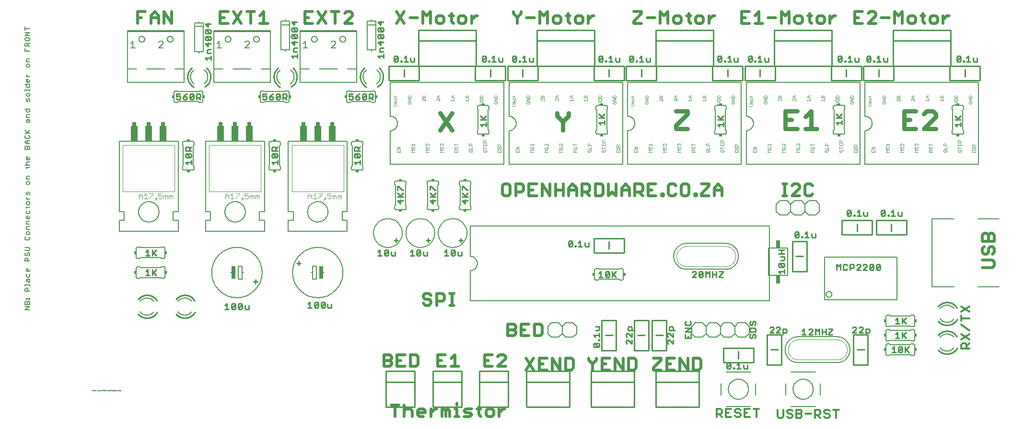
<source format=gto>
G75*
G70*
%OFA0B0*%
%FSLAX24Y24*%
%IPPOS*%
%LPD*%
%AMOC8*
5,1,8,0,0,1.08239X$1,22.5*
%
%ADD10C,0.0100*%
%ADD11C,0.0190*%
%ADD12C,0.0290*%
%ADD13C,0.0130*%
%ADD14C,0.0080*%
%ADD15R,0.0040X0.0040*%
%ADD16R,0.0080X0.0040*%
%ADD17R,0.0160X0.0040*%
%ADD18R,0.0120X0.0040*%
%ADD19R,0.4240X0.0040*%
%ADD20R,0.2800X0.0040*%
%ADD21R,0.5120X0.0040*%
%ADD22R,0.4520X0.0040*%
%ADD23R,0.0240X0.0040*%
%ADD24R,0.0200X0.0040*%
%ADD25R,0.1760X0.0040*%
%ADD26R,0.1600X0.0040*%
%ADD27R,0.0680X0.0040*%
%ADD28R,0.0640X0.0040*%
%ADD29R,1.1600X0.0040*%
%ADD30R,0.8120X0.0040*%
%ADD31R,0.0440X0.0040*%
%ADD32R,0.0520X0.0040*%
%ADD33R,0.0480X0.0040*%
%ADD34R,0.0280X0.0040*%
%ADD35R,0.0560X0.0040*%
%ADD36R,0.0360X0.0040*%
%ADD37R,0.0400X0.0040*%
%ADD38R,0.0600X0.0040*%
%ADD39R,0.0320X0.0040*%
%ADD40R,0.1240X0.0040*%
%ADD41R,0.0760X0.0040*%
%ADD42R,0.1160X0.0040*%
%ADD43R,0.1320X0.0040*%
%ADD44R,0.0880X0.0040*%
%ADD45R,0.0960X0.0040*%
%ADD46R,0.1400X0.0040*%
%ADD47R,0.0920X0.0040*%
%ADD48R,0.0720X0.0040*%
%ADD49R,0.1000X0.0040*%
%ADD50R,0.0800X0.0040*%
%ADD51R,0.1040X0.0040*%
%ADD52R,0.1200X0.0040*%
%ADD53R,0.0840X0.0040*%
%ADD54R,0.1560X0.0040*%
%ADD55R,0.1080X0.0040*%
%ADD56R,0.1120X0.0040*%
%ADD57R,0.1440X0.0040*%
%ADD58R,0.1280X0.0040*%
%ADD59R,0.1640X0.0040*%
%ADD60R,0.1480X0.0040*%
%ADD61R,1.2880X0.0040*%
%ADD62C,0.0020*%
%ADD63C,0.0060*%
%ADD64R,0.0150X0.0200*%
%ADD65R,0.0200X0.0150*%
%ADD66R,0.0256X0.0526*%
%ADD67C,0.0040*%
%ADD68R,0.0300X0.0250*%
%ADD69R,0.0500X0.1100*%
%ADD70C,0.0050*%
%ADD71R,0.0250X0.0900*%
D10*
X016050Y007506D02*
X016104Y007508D01*
X016158Y007513D01*
X016211Y007522D01*
X016264Y007535D01*
X016315Y007551D01*
X016365Y007571D01*
X016414Y007594D01*
X016462Y007620D01*
X016507Y007649D01*
X016550Y007682D01*
X016591Y007717D01*
X016630Y007755D01*
X016666Y007795D01*
X016699Y007838D01*
X016729Y007883D01*
X016756Y007930D01*
X016745Y008703D02*
X016715Y008751D01*
X016682Y008796D01*
X016646Y008839D01*
X016608Y008880D01*
X016566Y008917D01*
X016522Y008952D01*
X016476Y008983D01*
X016427Y009012D01*
X016377Y009036D01*
X016325Y009057D01*
X016271Y009075D01*
X016217Y009088D01*
X016162Y009098D01*
X016106Y009104D01*
X016050Y009106D01*
X015997Y009104D01*
X015943Y009099D01*
X015891Y009090D01*
X015839Y009078D01*
X015788Y009062D01*
X015738Y009043D01*
X015689Y009020D01*
X015642Y008994D01*
X015597Y008966D01*
X015554Y008934D01*
X015514Y008900D01*
X015475Y008862D01*
X015439Y008823D01*
X015435Y007794D02*
X015471Y007754D01*
X015510Y007716D01*
X015551Y007681D01*
X015594Y007649D01*
X015639Y007619D01*
X015686Y007593D01*
X015735Y007571D01*
X015786Y007551D01*
X015837Y007535D01*
X015889Y007522D01*
X015943Y007513D01*
X015996Y007508D01*
X016050Y007506D01*
X018675Y007506D02*
X018729Y007508D01*
X018783Y007513D01*
X018836Y007522D01*
X018889Y007535D01*
X018940Y007551D01*
X018990Y007571D01*
X019039Y007594D01*
X019087Y007620D01*
X019132Y007649D01*
X019175Y007682D01*
X019216Y007717D01*
X019255Y007755D01*
X019291Y007795D01*
X019324Y007838D01*
X019354Y007883D01*
X019381Y007930D01*
X019370Y008703D02*
X019340Y008751D01*
X019307Y008796D01*
X019271Y008839D01*
X019233Y008880D01*
X019191Y008917D01*
X019147Y008952D01*
X019101Y008983D01*
X019052Y009012D01*
X019002Y009036D01*
X018950Y009057D01*
X018896Y009075D01*
X018842Y009088D01*
X018787Y009098D01*
X018731Y009104D01*
X018675Y009106D01*
X018622Y009104D01*
X018568Y009099D01*
X018516Y009090D01*
X018464Y009078D01*
X018413Y009062D01*
X018363Y009043D01*
X018314Y009020D01*
X018267Y008994D01*
X018222Y008966D01*
X018179Y008934D01*
X018139Y008900D01*
X018100Y008862D01*
X018064Y008823D01*
X018060Y007794D02*
X018096Y007754D01*
X018135Y007716D01*
X018176Y007681D01*
X018219Y007649D01*
X018264Y007619D01*
X018311Y007593D01*
X018360Y007571D01*
X018411Y007551D01*
X018462Y007535D01*
X018514Y007522D01*
X018568Y007513D01*
X018621Y007508D01*
X018675Y007506D01*
X021475Y008106D02*
X021742Y008106D01*
X021608Y008106D02*
X021608Y008506D01*
X021475Y008373D01*
X021935Y008440D02*
X021935Y008173D01*
X022202Y008440D01*
X022202Y008173D01*
X022136Y008106D01*
X022002Y008106D01*
X021935Y008173D01*
X021935Y008440D02*
X022002Y008506D01*
X022136Y008506D01*
X022202Y008440D01*
X022396Y008440D02*
X022396Y008173D01*
X022663Y008440D01*
X022663Y008173D01*
X022596Y008106D01*
X022463Y008106D01*
X022396Y008173D01*
X022396Y008440D02*
X022463Y008506D01*
X022596Y008506D01*
X022663Y008440D01*
X022856Y008373D02*
X022856Y008173D01*
X022923Y008106D01*
X023123Y008106D01*
X023123Y008373D01*
X023608Y009923D02*
X023608Y010190D01*
X023475Y010056D02*
X023742Y010056D01*
X026608Y011173D02*
X026608Y011440D01*
X026475Y011306D02*
X026742Y011306D01*
X032100Y011856D02*
X032367Y011856D01*
X032233Y011856D02*
X032233Y012256D01*
X032100Y012123D01*
X032560Y012190D02*
X032627Y012256D01*
X032761Y012256D01*
X032827Y012190D01*
X032560Y011923D01*
X032627Y011856D01*
X032761Y011856D01*
X032827Y011923D01*
X032827Y012190D01*
X033021Y012123D02*
X033021Y011923D01*
X033088Y011856D01*
X033288Y011856D01*
X033288Y012123D01*
X032560Y012190D02*
X032560Y011923D01*
X034350Y011856D02*
X034617Y011856D01*
X034483Y011856D02*
X034483Y012256D01*
X034350Y012123D01*
X034810Y012190D02*
X034877Y012256D01*
X035011Y012256D01*
X035077Y012190D01*
X034810Y011923D01*
X034877Y011856D01*
X035011Y011856D01*
X035077Y011923D01*
X035077Y012190D01*
X035271Y012123D02*
X035271Y011923D01*
X035338Y011856D01*
X035538Y011856D01*
X035538Y012123D01*
X034810Y012190D02*
X034810Y011923D01*
X036725Y011856D02*
X036992Y011856D01*
X036858Y011856D02*
X036858Y012256D01*
X036725Y012123D01*
X037185Y012190D02*
X037252Y012256D01*
X037386Y012256D01*
X037452Y012190D01*
X037185Y011923D01*
X037252Y011856D01*
X037386Y011856D01*
X037452Y011923D01*
X037452Y012190D01*
X037646Y012123D02*
X037646Y011923D01*
X037713Y011856D01*
X037913Y011856D01*
X037913Y012123D01*
X037185Y012190D02*
X037185Y011923D01*
X037858Y012798D02*
X037858Y013065D01*
X037725Y012931D02*
X037992Y012931D01*
X035742Y012931D02*
X035475Y012931D01*
X035608Y013065D02*
X035608Y012798D01*
X033492Y012931D02*
X033225Y012931D01*
X033358Y013065D02*
X033358Y012798D01*
X033675Y015481D02*
X033675Y015748D01*
X033742Y015941D02*
X033475Y016208D01*
X033475Y016402D02*
X033475Y016669D01*
X033541Y016669D01*
X033808Y016402D01*
X033875Y016402D01*
X033875Y016208D02*
X033675Y016008D01*
X033475Y015941D02*
X033875Y015941D01*
X033875Y015681D02*
X033475Y015681D01*
X033675Y015481D01*
X035725Y015681D02*
X035925Y015481D01*
X035925Y015748D01*
X035992Y015941D02*
X035725Y016208D01*
X035725Y016402D02*
X035725Y016669D01*
X035791Y016669D01*
X036058Y016402D01*
X036125Y016402D01*
X036125Y016208D02*
X035925Y016008D01*
X035725Y015941D02*
X036125Y015941D01*
X036125Y015681D02*
X035725Y015681D01*
X037975Y015681D02*
X038175Y015481D01*
X038175Y015748D01*
X038242Y015941D02*
X037975Y016208D01*
X037975Y016402D02*
X037975Y016669D01*
X038041Y016669D01*
X038308Y016402D01*
X038375Y016402D01*
X038375Y016208D02*
X038175Y016008D01*
X037975Y015941D02*
X038375Y015941D01*
X038375Y015681D02*
X037975Y015681D01*
X030875Y018231D02*
X030875Y018498D01*
X030875Y018365D02*
X030475Y018365D01*
X030608Y018231D01*
X030541Y018691D02*
X030475Y018758D01*
X030475Y018892D01*
X030541Y018958D01*
X030808Y018691D01*
X030875Y018758D01*
X030875Y018892D01*
X030808Y018958D01*
X030541Y018958D01*
X030475Y019152D02*
X030475Y019352D01*
X030541Y019419D01*
X030675Y019419D01*
X030742Y019352D01*
X030742Y019152D01*
X030875Y019152D02*
X030475Y019152D01*
X030742Y019285D02*
X030875Y019419D01*
X030808Y018691D02*
X030541Y018691D01*
X025125Y018758D02*
X025058Y018691D01*
X024791Y018958D01*
X025058Y018958D01*
X025125Y018892D01*
X025125Y018758D01*
X025058Y018691D02*
X024791Y018691D01*
X024725Y018758D01*
X024725Y018892D01*
X024791Y018958D01*
X024725Y019152D02*
X024725Y019352D01*
X024791Y019419D01*
X024925Y019419D01*
X024992Y019352D01*
X024992Y019152D01*
X025125Y019152D02*
X024725Y019152D01*
X024992Y019285D02*
X025125Y019419D01*
X025125Y018498D02*
X025125Y018231D01*
X025125Y018365D02*
X024725Y018365D01*
X024858Y018231D01*
X019125Y018231D02*
X019125Y018498D01*
X019125Y018365D02*
X018725Y018365D01*
X018858Y018231D01*
X018791Y018691D02*
X018725Y018758D01*
X018725Y018892D01*
X018791Y018958D01*
X019058Y018691D01*
X019125Y018758D01*
X019125Y018892D01*
X019058Y018958D01*
X018791Y018958D01*
X018725Y019152D02*
X018725Y019352D01*
X018791Y019419D01*
X018925Y019419D01*
X018992Y019352D01*
X018992Y019152D01*
X019125Y019152D02*
X018725Y019152D01*
X018992Y019285D02*
X019125Y019419D01*
X019058Y018691D02*
X018791Y018691D01*
X018761Y022731D02*
X018827Y022798D01*
X018827Y022865D01*
X018761Y022931D01*
X018560Y022931D01*
X018560Y022798D01*
X018627Y022731D01*
X018761Y022731D01*
X019021Y022798D02*
X019288Y023065D01*
X019288Y022798D01*
X019221Y022731D01*
X019088Y022731D01*
X019021Y022798D01*
X019021Y023065D01*
X019088Y023131D01*
X019221Y023131D01*
X019288Y023065D01*
X019481Y023131D02*
X019681Y023131D01*
X019748Y023065D01*
X019748Y022931D01*
X019681Y022865D01*
X019481Y022865D01*
X019615Y022865D02*
X019748Y022731D01*
X019481Y022731D02*
X019481Y023131D01*
X018827Y023131D02*
X018694Y023065D01*
X018560Y022931D01*
X018367Y022931D02*
X018367Y022798D01*
X018300Y022731D01*
X018167Y022731D01*
X018100Y022798D01*
X018100Y022931D02*
X018233Y022998D01*
X018300Y022998D01*
X018367Y022931D01*
X018367Y023131D02*
X018100Y023131D01*
X018100Y022931D01*
X020072Y023611D02*
X020120Y023641D01*
X020165Y023674D01*
X020208Y023710D01*
X020249Y023748D01*
X020286Y023790D01*
X020321Y023834D01*
X020352Y023880D01*
X020381Y023929D01*
X020405Y023979D01*
X020426Y024031D01*
X020444Y024085D01*
X020457Y024139D01*
X020467Y024194D01*
X020473Y024250D01*
X020475Y024306D01*
X019299Y023600D02*
X019252Y023627D01*
X019207Y023657D01*
X019164Y023690D01*
X019124Y023726D01*
X019086Y023765D01*
X019051Y023806D01*
X019018Y023849D01*
X018989Y023894D01*
X018963Y023942D01*
X018940Y023991D01*
X018920Y024041D01*
X018904Y024092D01*
X018891Y024145D01*
X018882Y024198D01*
X018877Y024252D01*
X018875Y024306D01*
X020192Y024917D02*
X020231Y024881D01*
X020269Y024842D01*
X020303Y024802D01*
X020335Y024759D01*
X020363Y024714D01*
X020389Y024667D01*
X020412Y024618D01*
X020431Y024568D01*
X020447Y024517D01*
X020459Y024465D01*
X020468Y024413D01*
X020473Y024359D01*
X020475Y024306D01*
X019163Y024921D02*
X019123Y024885D01*
X019085Y024846D01*
X019050Y024805D01*
X019018Y024762D01*
X018988Y024717D01*
X018962Y024670D01*
X018940Y024621D01*
X018920Y024570D01*
X018904Y024519D01*
X018891Y024467D01*
X018882Y024413D01*
X018877Y024360D01*
X018875Y024306D01*
X020100Y025615D02*
X020233Y025481D01*
X020100Y025615D02*
X020500Y025615D01*
X020500Y025748D02*
X020500Y025481D01*
X020500Y025941D02*
X020233Y025941D01*
X020233Y026142D01*
X020300Y026208D01*
X020500Y026208D01*
X020300Y026402D02*
X020300Y026669D01*
X020500Y026602D02*
X020100Y026602D01*
X020300Y026402D01*
X020433Y026862D02*
X020166Y027129D01*
X020433Y027129D01*
X020500Y027062D01*
X020500Y026929D01*
X020433Y026862D01*
X020166Y026862D01*
X020100Y026929D01*
X020100Y027062D01*
X020166Y027129D01*
X020166Y027323D02*
X020100Y027389D01*
X020100Y027523D01*
X020166Y027590D01*
X020433Y027323D01*
X020500Y027389D01*
X020500Y027523D01*
X020433Y027590D01*
X020166Y027590D01*
X020300Y027783D02*
X020300Y028050D01*
X020500Y027983D02*
X020100Y027983D01*
X020300Y027783D01*
X020433Y027323D02*
X020166Y027323D01*
X026100Y027187D02*
X026100Y027054D01*
X026166Y026987D01*
X026433Y026987D01*
X026166Y027254D01*
X026433Y027254D01*
X026500Y027187D01*
X026500Y027054D01*
X026433Y026987D01*
X026300Y026794D02*
X026300Y026527D01*
X026100Y026727D01*
X026500Y026727D01*
X026500Y026333D02*
X026300Y026333D01*
X026233Y026267D01*
X026233Y026066D01*
X026500Y026066D01*
X026500Y025873D02*
X026500Y025606D01*
X026500Y025740D02*
X026100Y025740D01*
X026233Y025606D01*
X024875Y024306D02*
X024877Y024252D01*
X024882Y024198D01*
X024891Y024145D01*
X024904Y024092D01*
X024920Y024041D01*
X024940Y023991D01*
X024963Y023942D01*
X024989Y023894D01*
X025018Y023849D01*
X025051Y023806D01*
X025086Y023765D01*
X025124Y023726D01*
X025164Y023690D01*
X025207Y023657D01*
X025252Y023627D01*
X025299Y023600D01*
X025221Y023131D02*
X025288Y023065D01*
X025021Y022798D01*
X025088Y022731D01*
X025221Y022731D01*
X025288Y022798D01*
X025288Y023065D01*
X025221Y023131D02*
X025088Y023131D01*
X025021Y023065D01*
X025021Y022798D01*
X024827Y022798D02*
X024827Y022865D01*
X024761Y022931D01*
X024560Y022931D01*
X024560Y022798D01*
X024627Y022731D01*
X024761Y022731D01*
X024827Y022798D01*
X024694Y023065D02*
X024560Y022931D01*
X024694Y023065D02*
X024827Y023131D01*
X024367Y023131D02*
X024100Y023131D01*
X024100Y022931D01*
X024233Y022998D01*
X024300Y022998D01*
X024367Y022931D01*
X024367Y022798D01*
X024300Y022731D01*
X024167Y022731D01*
X024100Y022798D01*
X025481Y022865D02*
X025681Y022865D01*
X025748Y022931D01*
X025748Y023065D01*
X025681Y023131D01*
X025481Y023131D01*
X025481Y022731D01*
X025615Y022865D02*
X025748Y022731D01*
X026072Y023611D02*
X026120Y023641D01*
X026165Y023674D01*
X026208Y023710D01*
X026249Y023748D01*
X026286Y023790D01*
X026321Y023834D01*
X026352Y023880D01*
X026381Y023929D01*
X026405Y023979D01*
X026426Y024031D01*
X026444Y024085D01*
X026457Y024139D01*
X026467Y024194D01*
X026473Y024250D01*
X026475Y024306D01*
X026473Y024359D01*
X026468Y024413D01*
X026459Y024465D01*
X026447Y024517D01*
X026431Y024568D01*
X026412Y024618D01*
X026389Y024667D01*
X026363Y024714D01*
X026335Y024759D01*
X026303Y024802D01*
X026269Y024842D01*
X026231Y024881D01*
X026192Y024917D01*
X025163Y024921D02*
X025123Y024885D01*
X025085Y024846D01*
X025050Y024805D01*
X025018Y024762D01*
X024988Y024717D01*
X024962Y024670D01*
X024940Y024621D01*
X024920Y024570D01*
X024904Y024519D01*
X024891Y024467D01*
X024882Y024413D01*
X024877Y024360D01*
X024875Y024306D01*
X030100Y023131D02*
X030100Y022931D01*
X030233Y022998D01*
X030300Y022998D01*
X030367Y022931D01*
X030367Y022798D01*
X030300Y022731D01*
X030167Y022731D01*
X030100Y022798D01*
X030100Y023131D02*
X030367Y023131D01*
X030560Y022931D02*
X030761Y022931D01*
X030827Y022865D01*
X030827Y022798D01*
X030761Y022731D01*
X030627Y022731D01*
X030560Y022798D01*
X030560Y022931D01*
X030694Y023065D01*
X030827Y023131D01*
X031021Y023065D02*
X031088Y023131D01*
X031221Y023131D01*
X031288Y023065D01*
X031021Y022798D01*
X031088Y022731D01*
X031221Y022731D01*
X031288Y022798D01*
X031288Y023065D01*
X031481Y023131D02*
X031681Y023131D01*
X031748Y023065D01*
X031748Y022931D01*
X031681Y022865D01*
X031481Y022865D01*
X031615Y022865D02*
X031748Y022731D01*
X031481Y022731D02*
X031481Y023131D01*
X031021Y023065D02*
X031021Y022798D01*
X032875Y024056D02*
X032875Y025056D01*
X034975Y025056D01*
X034975Y024056D01*
X032875Y024056D01*
X032475Y024306D02*
X032473Y024250D01*
X032467Y024194D01*
X032457Y024139D01*
X032444Y024085D01*
X032426Y024031D01*
X032405Y023979D01*
X032381Y023929D01*
X032352Y023880D01*
X032321Y023834D01*
X032286Y023790D01*
X032249Y023748D01*
X032208Y023710D01*
X032165Y023674D01*
X032120Y023641D01*
X032072Y023611D01*
X030875Y024306D02*
X030877Y024360D01*
X030882Y024413D01*
X030891Y024467D01*
X030904Y024519D01*
X030920Y024570D01*
X030940Y024621D01*
X030962Y024670D01*
X030988Y024717D01*
X031018Y024762D01*
X031050Y024805D01*
X031085Y024846D01*
X031123Y024885D01*
X031163Y024921D01*
X030875Y024306D02*
X030877Y024252D01*
X030882Y024198D01*
X030891Y024145D01*
X030904Y024092D01*
X030920Y024041D01*
X030940Y023991D01*
X030963Y023942D01*
X030989Y023894D01*
X031018Y023849D01*
X031051Y023806D01*
X031086Y023765D01*
X031124Y023726D01*
X031164Y023690D01*
X031207Y023657D01*
X031252Y023627D01*
X031299Y023600D01*
X032475Y024306D02*
X032473Y024359D01*
X032468Y024413D01*
X032459Y024465D01*
X032447Y024517D01*
X032431Y024568D01*
X032412Y024618D01*
X032389Y024667D01*
X032363Y024714D01*
X032335Y024759D01*
X032303Y024802D01*
X032269Y024842D01*
X032231Y024881D01*
X032192Y024917D01*
X033225Y025423D02*
X033492Y025690D01*
X033492Y025423D01*
X033425Y025356D01*
X033292Y025356D01*
X033225Y025423D01*
X033225Y025690D01*
X033292Y025756D01*
X033425Y025756D01*
X033492Y025690D01*
X033685Y025423D02*
X033752Y025423D01*
X033752Y025356D01*
X033685Y025356D01*
X033685Y025423D01*
X033916Y025356D02*
X034182Y025356D01*
X034049Y025356D02*
X034049Y025756D01*
X033916Y025623D01*
X034376Y025623D02*
X034376Y025423D01*
X034443Y025356D01*
X034643Y025356D01*
X034643Y025623D01*
X034925Y025056D02*
X034925Y026806D01*
X038925Y026806D01*
X038925Y025056D01*
X034925Y025056D01*
X033925Y024806D02*
X033925Y024306D01*
X032500Y025606D02*
X032500Y025873D01*
X032500Y025740D02*
X032100Y025740D01*
X032233Y025606D01*
X032233Y026066D02*
X032233Y026267D01*
X032300Y026333D01*
X032500Y026333D01*
X032500Y026066D02*
X032233Y026066D01*
X032300Y026527D02*
X032300Y026794D01*
X032500Y026727D02*
X032100Y026727D01*
X032300Y026527D01*
X032433Y026987D02*
X032166Y026987D01*
X032100Y027054D01*
X032100Y027187D01*
X032166Y027254D01*
X032433Y026987D01*
X032500Y027054D01*
X032500Y027187D01*
X032433Y027254D01*
X032166Y027254D01*
X032166Y027448D02*
X032100Y027514D01*
X032100Y027648D01*
X032166Y027715D01*
X032433Y027448D01*
X032500Y027514D01*
X032500Y027648D01*
X032433Y027715D01*
X032166Y027715D01*
X032300Y027908D02*
X032300Y028175D01*
X032500Y028108D02*
X032100Y028108D01*
X032300Y027908D01*
X032433Y027448D02*
X032166Y027448D01*
X034925Y027556D02*
X034925Y026806D01*
X034925Y027556D02*
X038925Y027556D01*
X038925Y026806D01*
X039417Y025756D02*
X039550Y025756D01*
X039617Y025690D01*
X039350Y025423D01*
X039417Y025356D01*
X039550Y025356D01*
X039617Y025423D01*
X039617Y025690D01*
X039417Y025756D02*
X039350Y025690D01*
X039350Y025423D01*
X039810Y025423D02*
X039877Y025423D01*
X039877Y025356D01*
X039810Y025356D01*
X039810Y025423D01*
X040041Y025356D02*
X040307Y025356D01*
X040174Y025356D02*
X040174Y025756D01*
X040041Y025623D01*
X040501Y025623D02*
X040501Y025423D01*
X040568Y025356D01*
X040768Y025356D01*
X040768Y025623D01*
X041475Y025690D02*
X041475Y025423D01*
X041742Y025690D01*
X041742Y025423D01*
X041675Y025356D01*
X041542Y025356D01*
X041475Y025423D01*
X041475Y025690D02*
X041542Y025756D01*
X041675Y025756D01*
X041742Y025690D01*
X041935Y025423D02*
X042002Y025423D01*
X042002Y025356D01*
X041935Y025356D01*
X041935Y025423D01*
X042166Y025356D02*
X042432Y025356D01*
X042299Y025356D02*
X042299Y025756D01*
X042166Y025623D01*
X042626Y025623D02*
X042626Y025423D01*
X042693Y025356D01*
X042893Y025356D01*
X042893Y025623D01*
X043175Y025056D02*
X043175Y026806D01*
X047175Y026806D01*
X047175Y025056D01*
X043175Y025056D01*
X043225Y025056D02*
X043225Y024056D01*
X041125Y024056D01*
X041125Y025056D01*
X043225Y025056D01*
X042175Y024806D02*
X042175Y024306D01*
X040975Y024056D02*
X038875Y024056D01*
X038875Y025056D01*
X040975Y025056D01*
X040975Y024056D01*
X039925Y024306D02*
X039925Y024806D01*
X043175Y026806D02*
X043175Y027556D01*
X047175Y027556D01*
X047175Y026806D01*
X047542Y025756D02*
X047675Y025756D01*
X047742Y025690D01*
X047475Y025423D01*
X047542Y025356D01*
X047675Y025356D01*
X047742Y025423D01*
X047742Y025690D01*
X047542Y025756D02*
X047475Y025690D01*
X047475Y025423D01*
X047935Y025423D02*
X048002Y025423D01*
X048002Y025356D01*
X047935Y025356D01*
X047935Y025423D01*
X048166Y025356D02*
X048432Y025356D01*
X048299Y025356D02*
X048299Y025756D01*
X048166Y025623D01*
X048626Y025623D02*
X048626Y025423D01*
X048693Y025356D01*
X048893Y025356D01*
X048893Y025623D01*
X049600Y025690D02*
X049600Y025423D01*
X049867Y025690D01*
X049867Y025423D01*
X049800Y025356D01*
X049667Y025356D01*
X049600Y025423D01*
X049600Y025690D02*
X049667Y025756D01*
X049800Y025756D01*
X049867Y025690D01*
X050060Y025423D02*
X050127Y025423D01*
X050127Y025356D01*
X050060Y025356D01*
X050060Y025423D01*
X050291Y025356D02*
X050557Y025356D01*
X050424Y025356D02*
X050424Y025756D01*
X050291Y025623D01*
X050751Y025623D02*
X050751Y025423D01*
X050818Y025356D01*
X051018Y025356D01*
X051018Y025623D01*
X051425Y025056D02*
X051425Y026806D01*
X055425Y026806D01*
X055425Y025056D01*
X051425Y025056D01*
X051475Y025056D02*
X051475Y024056D01*
X049375Y024056D01*
X049375Y025056D01*
X051475Y025056D01*
X050425Y024806D02*
X050425Y024306D01*
X049225Y024056D02*
X047125Y024056D01*
X047125Y025056D01*
X049225Y025056D01*
X049225Y024056D01*
X048175Y024306D02*
X048175Y024806D01*
X051425Y026806D02*
X051425Y027556D01*
X055425Y027556D01*
X055425Y026806D01*
X055792Y025756D02*
X055925Y025756D01*
X055992Y025690D01*
X055725Y025423D01*
X055792Y025356D01*
X055925Y025356D01*
X055992Y025423D01*
X055992Y025690D01*
X055792Y025756D02*
X055725Y025690D01*
X055725Y025423D01*
X056185Y025423D02*
X056252Y025423D01*
X056252Y025356D01*
X056185Y025356D01*
X056185Y025423D01*
X056416Y025356D02*
X056682Y025356D01*
X056549Y025356D02*
X056549Y025756D01*
X056416Y025623D01*
X056876Y025623D02*
X056876Y025423D01*
X056943Y025356D01*
X057143Y025356D01*
X057143Y025623D01*
X057850Y025690D02*
X057850Y025423D01*
X058117Y025690D01*
X058117Y025423D01*
X058050Y025356D01*
X057917Y025356D01*
X057850Y025423D01*
X057850Y025690D02*
X057917Y025756D01*
X058050Y025756D01*
X058117Y025690D01*
X058310Y025423D02*
X058377Y025423D01*
X058377Y025356D01*
X058310Y025356D01*
X058310Y025423D01*
X058541Y025356D02*
X058807Y025356D01*
X058674Y025356D02*
X058674Y025756D01*
X058541Y025623D01*
X059001Y025623D02*
X059001Y025423D01*
X059068Y025356D01*
X059268Y025356D01*
X059268Y025623D01*
X059675Y025056D02*
X059675Y026806D01*
X063675Y026806D01*
X063675Y025056D01*
X059675Y025056D01*
X059725Y025056D02*
X059725Y024056D01*
X057625Y024056D01*
X057625Y025056D01*
X059725Y025056D01*
X058675Y024806D02*
X058675Y024306D01*
X057475Y024056D02*
X055375Y024056D01*
X055375Y025056D01*
X057475Y025056D01*
X057475Y024056D01*
X056425Y024306D02*
X056425Y024806D01*
X059675Y026806D02*
X059675Y027556D01*
X063675Y027556D01*
X063675Y026806D01*
X064167Y025756D02*
X064300Y025756D01*
X064367Y025690D01*
X064100Y025423D01*
X064167Y025356D01*
X064300Y025356D01*
X064367Y025423D01*
X064367Y025690D01*
X064167Y025756D02*
X064100Y025690D01*
X064100Y025423D01*
X064560Y025423D02*
X064627Y025423D01*
X064627Y025356D01*
X064560Y025356D01*
X064560Y025423D01*
X064791Y025356D02*
X065057Y025356D01*
X064924Y025356D02*
X064924Y025756D01*
X064791Y025623D01*
X065251Y025623D02*
X065251Y025423D01*
X065318Y025356D01*
X065518Y025356D01*
X065518Y025623D01*
X066100Y025690D02*
X066167Y025756D01*
X066300Y025756D01*
X066367Y025690D01*
X066100Y025423D01*
X066167Y025356D01*
X066300Y025356D01*
X066367Y025423D01*
X066367Y025690D01*
X066100Y025690D02*
X066100Y025423D01*
X065875Y025056D02*
X065875Y024056D01*
X067975Y024056D01*
X067975Y025056D01*
X065875Y025056D01*
X065725Y025056D02*
X065725Y024056D01*
X063625Y024056D01*
X063625Y025056D01*
X065725Y025056D01*
X066560Y025356D02*
X066627Y025356D01*
X066627Y025423D01*
X066560Y025423D01*
X066560Y025356D01*
X066791Y025356D02*
X067057Y025356D01*
X066924Y025356D02*
X066924Y025756D01*
X066791Y025623D01*
X067251Y025623D02*
X067251Y025423D01*
X067318Y025356D01*
X067518Y025356D01*
X067518Y025623D01*
X067925Y025056D02*
X067925Y026806D01*
X071925Y026806D01*
X071925Y025056D01*
X067925Y025056D01*
X066925Y024806D02*
X066925Y024306D01*
X064675Y024306D02*
X064675Y024806D01*
X067925Y026806D02*
X067925Y027556D01*
X071925Y027556D01*
X071925Y026806D01*
X072417Y025756D02*
X072350Y025690D01*
X072350Y025423D01*
X072617Y025690D01*
X072617Y025423D01*
X072550Y025356D01*
X072417Y025356D01*
X072350Y025423D01*
X072417Y025756D02*
X072550Y025756D01*
X072617Y025690D01*
X072810Y025423D02*
X072877Y025423D01*
X072877Y025356D01*
X072810Y025356D01*
X072810Y025423D01*
X073041Y025356D02*
X073307Y025356D01*
X073174Y025356D02*
X073174Y025756D01*
X073041Y025623D01*
X073501Y025623D02*
X073501Y025423D01*
X073568Y025356D01*
X073768Y025356D01*
X073768Y025623D01*
X073975Y025056D02*
X071875Y025056D01*
X071875Y024056D01*
X073975Y024056D01*
X073975Y025056D01*
X072925Y024806D02*
X072925Y024306D01*
X072625Y021583D02*
X072425Y021383D01*
X072492Y021316D02*
X072225Y021583D01*
X072225Y021316D02*
X072625Y021316D01*
X072625Y021123D02*
X072625Y020856D01*
X072625Y020990D02*
X072225Y020990D01*
X072358Y020856D01*
X064375Y020981D02*
X064375Y021248D01*
X064375Y021115D02*
X063975Y021115D01*
X064108Y020981D01*
X063975Y021441D02*
X064375Y021441D01*
X064242Y021441D02*
X063975Y021708D01*
X064175Y021508D02*
X064375Y021708D01*
X056125Y021583D02*
X055925Y021383D01*
X055992Y021316D02*
X055725Y021583D01*
X055725Y021316D02*
X056125Y021316D01*
X056125Y021123D02*
X056125Y020856D01*
X056125Y020990D02*
X055725Y020990D01*
X055858Y020856D01*
X047875Y020981D02*
X047875Y021248D01*
X047875Y021115D02*
X047475Y021115D01*
X047608Y020981D01*
X047475Y021441D02*
X047875Y021441D01*
X047742Y021441D02*
X047475Y021708D01*
X047675Y021508D02*
X047875Y021708D01*
X039625Y021583D02*
X039425Y021383D01*
X039492Y021316D02*
X039225Y021583D01*
X039225Y021316D02*
X039625Y021316D01*
X039625Y021123D02*
X039625Y020856D01*
X039625Y020990D02*
X039225Y020990D01*
X039358Y020856D01*
X026166Y027254D02*
X026100Y027187D01*
X026166Y027448D02*
X026100Y027514D01*
X026100Y027648D01*
X026166Y027715D01*
X026433Y027448D01*
X026500Y027514D01*
X026500Y027648D01*
X026433Y027715D01*
X026166Y027715D01*
X026300Y027908D02*
X026100Y028108D01*
X026500Y028108D01*
X026300Y028175D02*
X026300Y027908D01*
X026433Y027448D02*
X026166Y027448D01*
X061100Y013440D02*
X061167Y013506D01*
X061300Y013506D01*
X061367Y013440D01*
X061100Y013173D01*
X061167Y013106D01*
X061300Y013106D01*
X061367Y013173D01*
X061367Y013440D01*
X061100Y013440D02*
X061100Y013173D01*
X060925Y012856D02*
X061925Y012856D01*
X061925Y010756D01*
X060925Y010756D01*
X060925Y012856D01*
X061560Y013106D02*
X061627Y013106D01*
X061627Y013173D01*
X061560Y013173D01*
X061560Y013106D01*
X061791Y013106D02*
X062057Y013106D01*
X061924Y013106D02*
X061924Y013506D01*
X061791Y013373D01*
X062251Y013373D02*
X062251Y013173D01*
X062318Y013106D01*
X062518Y013106D01*
X062518Y013373D01*
X064375Y013306D02*
X064375Y014306D01*
X066475Y014306D01*
X066475Y013306D01*
X064375Y013306D01*
X065425Y013556D02*
X065425Y014056D01*
X065416Y014606D02*
X065682Y014606D01*
X065549Y014606D02*
X065549Y015006D01*
X065416Y014873D01*
X065252Y014673D02*
X065252Y014606D01*
X065185Y014606D01*
X065185Y014673D01*
X065252Y014673D01*
X064992Y014673D02*
X064925Y014606D01*
X064792Y014606D01*
X064725Y014673D01*
X064992Y014940D01*
X064992Y014673D01*
X064992Y014940D02*
X064925Y015006D01*
X064792Y015006D01*
X064725Y014940D01*
X064725Y014673D01*
X065876Y014673D02*
X065876Y014873D01*
X065876Y014673D02*
X065943Y014606D01*
X066143Y014606D01*
X066143Y014873D01*
X066750Y014306D02*
X068850Y014306D01*
X068850Y013306D01*
X066750Y013306D01*
X066750Y014306D01*
X067100Y014673D02*
X067367Y014940D01*
X067367Y014673D01*
X067300Y014606D01*
X067167Y014606D01*
X067100Y014673D01*
X067100Y014940D01*
X067167Y015006D01*
X067300Y015006D01*
X067367Y014940D01*
X067560Y014673D02*
X067627Y014673D01*
X067627Y014606D01*
X067560Y014606D01*
X067560Y014673D01*
X067791Y014606D02*
X068057Y014606D01*
X067924Y014606D02*
X067924Y015006D01*
X067791Y014873D01*
X068251Y014873D02*
X068251Y014673D01*
X068318Y014606D01*
X068518Y014606D01*
X068518Y014873D01*
X067800Y014056D02*
X067800Y013556D01*
X066965Y011256D02*
X067031Y011190D01*
X066765Y010923D01*
X066831Y010856D01*
X066965Y010856D01*
X067031Y010923D01*
X067031Y011190D01*
X066965Y011256D02*
X066831Y011256D01*
X066765Y011190D01*
X066765Y010923D01*
X066571Y010923D02*
X066504Y010856D01*
X066371Y010856D01*
X066304Y010923D01*
X066571Y011190D01*
X066571Y010923D01*
X066571Y011190D02*
X066504Y011256D01*
X066371Y011256D01*
X066304Y011190D01*
X066304Y010923D01*
X066111Y010856D02*
X065844Y010856D01*
X066111Y011123D01*
X066111Y011190D01*
X066044Y011256D01*
X065911Y011256D01*
X065844Y011190D01*
X065650Y011190D02*
X065584Y011256D01*
X065450Y011256D01*
X065383Y011190D01*
X065190Y011190D02*
X065190Y011056D01*
X065123Y010990D01*
X064923Y010990D01*
X064923Y010856D02*
X064923Y011256D01*
X065123Y011256D01*
X065190Y011190D01*
X065383Y010856D02*
X065650Y011123D01*
X065650Y011190D01*
X065650Y010856D02*
X065383Y010856D01*
X064730Y010923D02*
X064663Y010856D01*
X064529Y010856D01*
X064463Y010923D01*
X064463Y011190D01*
X064529Y011256D01*
X064663Y011256D01*
X064730Y011190D01*
X064269Y011256D02*
X064269Y010856D01*
X064002Y010856D02*
X064002Y011256D01*
X064136Y011123D01*
X064269Y011256D01*
X061675Y011806D02*
X061175Y011806D01*
X060375Y011794D02*
X060375Y011594D01*
X060308Y011527D01*
X060108Y011527D01*
X060041Y011333D02*
X060308Y011333D01*
X060375Y011267D01*
X060375Y011133D01*
X060308Y011066D01*
X060041Y011333D01*
X059975Y011267D01*
X059975Y011133D01*
X060041Y011066D01*
X060308Y011066D01*
X060375Y010873D02*
X060375Y010606D01*
X060375Y010740D02*
X059975Y010740D01*
X060108Y010606D01*
X060108Y011794D02*
X060375Y011794D01*
X060375Y011987D02*
X059975Y011987D01*
X060175Y011987D02*
X060175Y012254D01*
X059975Y012254D02*
X060375Y012254D01*
X056083Y010756D02*
X056083Y010690D01*
X055817Y010423D01*
X055817Y010356D01*
X056083Y010356D01*
X055623Y010356D02*
X055623Y010756D01*
X055817Y010756D02*
X056083Y010756D01*
X055623Y010556D02*
X055356Y010556D01*
X055356Y010356D02*
X055356Y010756D01*
X055163Y010756D02*
X055163Y010356D01*
X054896Y010356D02*
X054896Y010756D01*
X055029Y010623D01*
X055163Y010756D01*
X054702Y010690D02*
X054435Y010423D01*
X054502Y010356D01*
X054636Y010356D01*
X054702Y010423D01*
X054702Y010690D01*
X054636Y010756D01*
X054502Y010756D01*
X054435Y010690D01*
X054435Y010423D01*
X054242Y010356D02*
X053975Y010356D01*
X054242Y010623D01*
X054242Y010690D01*
X054175Y010756D01*
X054042Y010756D01*
X053975Y010690D01*
X049225Y012056D02*
X047125Y012056D01*
X047125Y013056D01*
X049225Y013056D01*
X049225Y012056D01*
X048175Y012306D02*
X048175Y012806D01*
X046768Y012748D02*
X046768Y012481D01*
X046568Y012481D01*
X046501Y012548D01*
X046501Y012748D01*
X046307Y012481D02*
X046041Y012481D01*
X046174Y012481D02*
X046174Y012881D01*
X046041Y012748D01*
X045877Y012548D02*
X045877Y012481D01*
X045810Y012481D01*
X045810Y012548D01*
X045877Y012548D01*
X045617Y012548D02*
X045550Y012481D01*
X045417Y012481D01*
X045350Y012548D01*
X045617Y012815D01*
X045617Y012548D01*
X045617Y012815D02*
X045550Y012881D01*
X045417Y012881D01*
X045350Y012815D01*
X045350Y012548D01*
X047475Y010623D02*
X047608Y010756D01*
X047608Y010356D01*
X047475Y010356D02*
X047742Y010356D01*
X047935Y010423D02*
X048002Y010356D01*
X048136Y010356D01*
X048202Y010423D01*
X048202Y010690D01*
X047935Y010423D01*
X047935Y010690D01*
X048002Y010756D01*
X048136Y010756D01*
X048202Y010690D01*
X048396Y010756D02*
X048396Y010356D01*
X048396Y010490D02*
X048663Y010756D01*
X048463Y010556D02*
X048663Y010356D01*
X048675Y007356D02*
X047675Y007356D01*
X047675Y005256D01*
X048675Y005256D01*
X048675Y007356D01*
X049483Y006852D02*
X049550Y006919D01*
X049683Y006919D01*
X049750Y006852D01*
X049750Y006652D01*
X049883Y006652D02*
X049483Y006652D01*
X049483Y006852D01*
X049925Y007356D02*
X050925Y007356D01*
X050925Y005256D01*
X049925Y005256D01*
X049925Y007356D01*
X051175Y007356D02*
X052175Y007356D01*
X052175Y005256D01*
X051175Y005256D01*
X051175Y007356D01*
X052358Y006852D02*
X052358Y006652D01*
X052758Y006652D01*
X052625Y006652D02*
X052625Y006852D01*
X052558Y006919D01*
X052425Y006919D01*
X052358Y006852D01*
X053475Y006833D02*
X053875Y006833D01*
X053475Y006566D01*
X053875Y006566D01*
X053875Y006373D02*
X053875Y006106D01*
X053475Y006106D01*
X053475Y006373D01*
X053675Y006240D02*
X053675Y006106D01*
X052625Y006191D02*
X052358Y006458D01*
X052291Y006458D01*
X052225Y006392D01*
X052225Y006258D01*
X052291Y006191D01*
X052291Y005998D02*
X052225Y005931D01*
X052225Y005798D01*
X052291Y005731D01*
X052291Y005998D02*
X052358Y005998D01*
X052625Y005731D01*
X052625Y005998D01*
X052625Y006191D02*
X052625Y006458D01*
X051925Y006306D02*
X051425Y006306D01*
X050675Y006306D02*
X050175Y006306D01*
X049750Y006191D02*
X049483Y006458D01*
X049416Y006458D01*
X049350Y006392D01*
X049350Y006258D01*
X049416Y006191D01*
X049416Y005998D02*
X049350Y005931D01*
X049350Y005798D01*
X049416Y005731D01*
X049416Y005998D02*
X049483Y005998D01*
X049750Y005731D01*
X049750Y005998D01*
X049750Y006191D02*
X049750Y006458D01*
X048425Y006306D02*
X047925Y006306D01*
X047500Y006319D02*
X047100Y006319D01*
X047233Y006185D01*
X047433Y006022D02*
X047500Y006022D01*
X047500Y005955D01*
X047433Y005955D01*
X047433Y006022D01*
X047500Y006185D02*
X047500Y006452D01*
X047433Y006646D02*
X047500Y006712D01*
X047500Y006913D01*
X047233Y006913D01*
X047233Y006646D02*
X047433Y006646D01*
X047433Y005762D02*
X047500Y005695D01*
X047500Y005561D01*
X047433Y005495D01*
X047166Y005762D01*
X047433Y005762D01*
X047166Y005762D02*
X047100Y005695D01*
X047100Y005561D01*
X047166Y005495D01*
X047433Y005495D01*
X046925Y003806D02*
X046925Y003056D01*
X049925Y003056D01*
X049925Y001306D01*
X046925Y001306D01*
X046925Y003056D01*
X045425Y003056D02*
X042425Y003056D01*
X042425Y003806D01*
X045425Y003806D01*
X045425Y003056D01*
X045425Y001306D01*
X042425Y001306D01*
X042425Y003056D01*
X041175Y003056D02*
X041175Y003806D01*
X039175Y003806D01*
X039175Y003056D01*
X041175Y003056D01*
X041175Y001306D01*
X039175Y001306D01*
X039175Y003056D01*
X037925Y003056D02*
X035925Y003056D01*
X035925Y003806D01*
X037925Y003806D01*
X037925Y003056D01*
X037925Y001306D01*
X035925Y001306D01*
X035925Y003056D01*
X034675Y003056D02*
X032675Y003056D01*
X032675Y003806D01*
X034675Y003806D01*
X034675Y003056D01*
X034675Y001306D01*
X032675Y001306D01*
X032675Y003056D01*
X028873Y008231D02*
X028873Y008498D01*
X028606Y008498D02*
X028606Y008298D01*
X028673Y008231D01*
X028873Y008231D01*
X028413Y008298D02*
X028413Y008565D01*
X028146Y008298D01*
X028213Y008231D01*
X028346Y008231D01*
X028413Y008298D01*
X028413Y008565D02*
X028346Y008631D01*
X028213Y008631D01*
X028146Y008565D01*
X028146Y008298D01*
X027952Y008298D02*
X027886Y008231D01*
X027752Y008231D01*
X027685Y008298D01*
X027952Y008565D01*
X027952Y008298D01*
X027685Y008298D02*
X027685Y008565D01*
X027752Y008631D01*
X027886Y008631D01*
X027952Y008565D01*
X027492Y008231D02*
X027225Y008231D01*
X027358Y008231D02*
X027358Y008631D01*
X027225Y008498D01*
X016702Y010481D02*
X016502Y010681D01*
X016435Y010615D02*
X016702Y010881D01*
X016435Y010881D02*
X016435Y010481D01*
X016242Y010481D02*
X015975Y010481D01*
X016108Y010481D02*
X016108Y010881D01*
X015975Y010748D01*
X015975Y011856D02*
X016242Y011856D01*
X016108Y011856D02*
X016108Y012256D01*
X015975Y012123D01*
X016435Y012256D02*
X016435Y011856D01*
X016435Y011990D02*
X016702Y012256D01*
X016502Y012056D02*
X016702Y011856D01*
X046925Y003806D02*
X049925Y003806D01*
X049925Y003056D01*
X051425Y003056D02*
X051425Y003806D01*
X054425Y003806D01*
X054425Y003056D01*
X051425Y003056D01*
X051425Y001306D01*
X054425Y001306D01*
X054425Y003056D01*
X056364Y004048D02*
X056631Y004315D01*
X056631Y004048D01*
X056564Y003981D01*
X056430Y003981D01*
X056364Y004048D01*
X056364Y004315D01*
X056430Y004381D01*
X056564Y004381D01*
X056631Y004315D01*
X056824Y004048D02*
X056891Y004048D01*
X056891Y003981D01*
X056824Y003981D01*
X056824Y004048D01*
X057054Y003981D02*
X057321Y003981D01*
X057188Y003981D02*
X057188Y004381D01*
X057054Y004248D01*
X057175Y004681D02*
X057175Y005181D01*
X058225Y005431D02*
X058225Y004431D01*
X056125Y004431D01*
X056125Y005431D01*
X058225Y005431D01*
X058308Y006106D02*
X058375Y006173D01*
X058375Y006306D01*
X058308Y006373D01*
X058242Y006373D01*
X058175Y006306D01*
X058175Y006173D01*
X058108Y006106D01*
X058041Y006106D01*
X057975Y006173D01*
X057975Y006306D01*
X058041Y006373D01*
X057975Y006566D02*
X057975Y006767D01*
X058041Y006833D01*
X058308Y006833D01*
X058375Y006767D01*
X058375Y006566D01*
X057975Y006566D01*
X058041Y007027D02*
X058108Y007027D01*
X058175Y007094D01*
X058175Y007227D01*
X058242Y007294D01*
X058308Y007294D01*
X058375Y007227D01*
X058375Y007094D01*
X058308Y007027D01*
X058041Y007027D02*
X057975Y007094D01*
X057975Y007227D01*
X058041Y007294D01*
X059350Y006815D02*
X059417Y006881D01*
X059550Y006881D01*
X059617Y006815D01*
X059617Y006748D01*
X059350Y006481D01*
X059617Y006481D01*
X059810Y006481D02*
X060077Y006748D01*
X060077Y006815D01*
X060011Y006881D01*
X059877Y006881D01*
X059810Y006815D01*
X059810Y006481D02*
X060077Y006481D01*
X060175Y006356D02*
X060175Y004256D01*
X059175Y004256D01*
X059175Y006356D01*
X060175Y006356D01*
X060271Y006348D02*
X060271Y006748D01*
X060471Y006748D01*
X060538Y006681D01*
X060538Y006548D01*
X060471Y006481D01*
X060271Y006481D01*
X061600Y006356D02*
X061867Y006356D01*
X061733Y006356D02*
X061733Y006756D01*
X061600Y006623D01*
X062060Y006690D02*
X062127Y006756D01*
X062261Y006756D01*
X062327Y006690D01*
X062327Y006623D01*
X062060Y006356D01*
X062327Y006356D01*
X062521Y006356D02*
X062521Y006756D01*
X062654Y006623D01*
X062788Y006756D01*
X062788Y006356D01*
X062981Y006356D02*
X062981Y006756D01*
X062981Y006556D02*
X063248Y006556D01*
X063248Y006756D02*
X063248Y006356D01*
X063442Y006356D02*
X063708Y006356D01*
X063442Y006356D02*
X063442Y006423D01*
X063708Y006690D01*
X063708Y006756D01*
X063442Y006756D01*
X065100Y006815D02*
X065167Y006881D01*
X065300Y006881D01*
X065367Y006815D01*
X065367Y006748D01*
X065100Y006481D01*
X065367Y006481D01*
X065560Y006481D02*
X065827Y006748D01*
X065827Y006815D01*
X065761Y006881D01*
X065627Y006881D01*
X065560Y006815D01*
X065560Y006481D02*
X065827Y006481D01*
X066021Y006481D02*
X066221Y006481D01*
X066288Y006548D01*
X066288Y006681D01*
X066221Y006748D01*
X066021Y006748D01*
X066021Y006348D01*
X066175Y006356D02*
X065175Y006356D01*
X065175Y004256D01*
X066175Y004256D01*
X066175Y006356D01*
X068100Y006373D02*
X068233Y006506D01*
X068233Y006106D01*
X068100Y006106D02*
X068367Y006106D01*
X068560Y006106D02*
X068560Y006506D01*
X068627Y006306D02*
X068827Y006106D01*
X068560Y006240D02*
X068827Y006506D01*
X068827Y007106D02*
X068627Y007306D01*
X068560Y007240D02*
X068827Y007506D01*
X068560Y007506D02*
X068560Y007106D01*
X068367Y007106D02*
X068100Y007106D01*
X068233Y007106D02*
X068233Y007506D01*
X068100Y007373D01*
X071675Y007006D02*
X071729Y007008D01*
X071783Y007013D01*
X071836Y007022D01*
X071889Y007035D01*
X071940Y007051D01*
X071990Y007071D01*
X072039Y007094D01*
X072087Y007120D01*
X072132Y007149D01*
X072175Y007182D01*
X072216Y007217D01*
X072255Y007255D01*
X072291Y007295D01*
X072324Y007338D01*
X072354Y007383D01*
X072381Y007430D01*
X072370Y008203D02*
X072340Y008251D01*
X072307Y008296D01*
X072271Y008339D01*
X072233Y008380D01*
X072191Y008417D01*
X072147Y008452D01*
X072101Y008483D01*
X072052Y008512D01*
X072002Y008536D01*
X071950Y008557D01*
X071896Y008575D01*
X071842Y008588D01*
X071787Y008598D01*
X071731Y008604D01*
X071675Y008606D01*
X071622Y008604D01*
X071568Y008599D01*
X071516Y008590D01*
X071464Y008578D01*
X071413Y008562D01*
X071363Y008543D01*
X071314Y008520D01*
X071267Y008494D01*
X071222Y008466D01*
X071179Y008434D01*
X071139Y008400D01*
X071100Y008362D01*
X071064Y008323D01*
X071060Y007294D02*
X071096Y007254D01*
X071135Y007216D01*
X071176Y007181D01*
X071219Y007149D01*
X071264Y007119D01*
X071311Y007093D01*
X071360Y007071D01*
X071411Y007051D01*
X071462Y007035D01*
X071514Y007022D01*
X071568Y007013D01*
X071621Y007008D01*
X071675Y007006D01*
X072381Y005430D02*
X072354Y005383D01*
X072324Y005338D01*
X072291Y005295D01*
X072255Y005255D01*
X072216Y005217D01*
X072175Y005182D01*
X072132Y005149D01*
X072087Y005120D01*
X072039Y005094D01*
X071990Y005071D01*
X071940Y005051D01*
X071889Y005035D01*
X071836Y005022D01*
X071783Y005013D01*
X071729Y005008D01*
X071675Y005006D01*
X072370Y006203D02*
X072340Y006251D01*
X072307Y006296D01*
X072271Y006339D01*
X072233Y006380D01*
X072191Y006417D01*
X072147Y006452D01*
X072101Y006483D01*
X072052Y006512D01*
X072002Y006536D01*
X071950Y006557D01*
X071896Y006575D01*
X071842Y006588D01*
X071787Y006598D01*
X071731Y006604D01*
X071675Y006606D01*
X071622Y006604D01*
X071568Y006599D01*
X071516Y006590D01*
X071464Y006578D01*
X071413Y006562D01*
X071363Y006543D01*
X071314Y006520D01*
X071267Y006494D01*
X071222Y006466D01*
X071179Y006434D01*
X071139Y006400D01*
X071100Y006362D01*
X071064Y006323D01*
X071060Y005294D02*
X071096Y005254D01*
X071135Y005216D01*
X071176Y005181D01*
X071219Y005149D01*
X071264Y005119D01*
X071311Y005093D01*
X071360Y005071D01*
X071411Y005051D01*
X071462Y005035D01*
X071514Y005022D01*
X071568Y005013D01*
X071621Y005008D01*
X071675Y005006D01*
X069038Y005106D02*
X068838Y005306D01*
X068771Y005240D02*
X069038Y005506D01*
X068771Y005506D02*
X068771Y005106D01*
X068577Y005173D02*
X068511Y005106D01*
X068377Y005106D01*
X068310Y005173D01*
X068577Y005440D01*
X068577Y005173D01*
X068310Y005173D02*
X068310Y005440D01*
X068377Y005506D01*
X068511Y005506D01*
X068577Y005440D01*
X068117Y005106D02*
X067850Y005106D01*
X067983Y005106D02*
X067983Y005506D01*
X067850Y005373D01*
X065925Y005306D02*
X065425Y005306D01*
X059925Y005306D02*
X059425Y005306D01*
X057781Y004248D02*
X057781Y003981D01*
X057581Y003981D01*
X057515Y004048D01*
X057515Y004248D01*
X053875Y007094D02*
X053875Y007227D01*
X053808Y007294D01*
X053875Y007094D02*
X053808Y007027D01*
X053541Y007027D01*
X053475Y007094D01*
X053475Y007227D01*
X053541Y007294D01*
D11*
X053652Y004712D02*
X053652Y003901D01*
X053112Y004712D01*
X053112Y003901D01*
X052731Y003901D02*
X052191Y003901D01*
X052191Y004712D01*
X052731Y004712D01*
X052461Y004306D02*
X052191Y004306D01*
X051810Y004577D02*
X051270Y004036D01*
X051270Y003901D01*
X051810Y003901D01*
X051810Y004577D02*
X051810Y004712D01*
X051270Y004712D01*
X050073Y004577D02*
X049938Y004712D01*
X049532Y004712D01*
X049532Y003901D01*
X049938Y003901D01*
X050073Y004036D01*
X050073Y004577D01*
X049152Y004712D02*
X049152Y003901D01*
X048612Y004712D01*
X048612Y003901D01*
X048231Y003901D02*
X047691Y003901D01*
X047691Y004712D01*
X048231Y004712D01*
X047961Y004306D02*
X047691Y004306D01*
X047310Y004577D02*
X047040Y004306D01*
X047040Y003901D01*
X047040Y004306D02*
X046770Y004577D01*
X046770Y004712D01*
X047310Y004712D02*
X047310Y004577D01*
X045698Y004577D02*
X045698Y004036D01*
X045563Y003901D01*
X045157Y003901D01*
X045157Y004712D01*
X045563Y004712D01*
X045698Y004577D01*
X044777Y004712D02*
X044777Y003901D01*
X044237Y004712D01*
X044237Y003901D01*
X043856Y003901D02*
X043316Y003901D01*
X043316Y004712D01*
X043856Y004712D01*
X043586Y004306D02*
X043316Y004306D01*
X042935Y003901D02*
X042395Y004712D01*
X042935Y004712D02*
X042395Y003901D01*
X040981Y004151D02*
X040441Y004151D01*
X040981Y004692D01*
X040981Y004827D01*
X040846Y004962D01*
X040576Y004962D01*
X040441Y004827D01*
X040060Y004962D02*
X039520Y004962D01*
X039520Y004151D01*
X040060Y004151D01*
X039790Y004556D02*
X039520Y004556D01*
X037731Y004151D02*
X037191Y004151D01*
X037461Y004151D02*
X037461Y004962D01*
X037191Y004692D01*
X036810Y004962D02*
X036270Y004962D01*
X036270Y004151D01*
X036810Y004151D01*
X036540Y004556D02*
X036270Y004556D01*
X034902Y004286D02*
X034767Y004151D01*
X034362Y004151D01*
X034362Y004962D01*
X034767Y004962D01*
X034902Y004827D01*
X034902Y004286D01*
X033981Y004151D02*
X033441Y004151D01*
X033441Y004962D01*
X033981Y004962D01*
X033711Y004556D02*
X033441Y004556D01*
X033060Y004421D02*
X033060Y004286D01*
X032925Y004151D01*
X032520Y004151D01*
X032520Y004962D01*
X032925Y004962D01*
X033060Y004827D01*
X033060Y004692D01*
X032925Y004556D01*
X032520Y004556D01*
X032925Y004556D02*
X033060Y004421D01*
X037606Y001597D02*
X037606Y001462D01*
X037606Y001192D02*
X037606Y000651D01*
X037741Y000651D02*
X037470Y000651D01*
X037090Y000651D02*
X037090Y001056D01*
X036955Y001192D01*
X036820Y001056D01*
X036820Y000651D01*
X036550Y000651D02*
X036550Y001192D01*
X036685Y001192D01*
X036820Y001056D01*
X036188Y001192D02*
X036053Y001192D01*
X035782Y000921D01*
X035782Y000651D02*
X035782Y001192D01*
X035402Y001056D02*
X035402Y000921D01*
X034862Y000921D01*
X034862Y000786D02*
X034862Y001056D01*
X034997Y001192D01*
X035267Y001192D01*
X035402Y001056D01*
X035267Y000651D02*
X034997Y000651D01*
X034862Y000786D01*
X034481Y000651D02*
X034481Y001056D01*
X034346Y001192D01*
X034076Y001192D01*
X033941Y001056D01*
X033941Y000651D02*
X033941Y001462D01*
X033560Y001462D02*
X033020Y001462D01*
X033290Y001462D02*
X033290Y000651D01*
X037470Y001192D02*
X037606Y001192D01*
X038084Y001056D02*
X038219Y001192D01*
X038625Y001192D01*
X038490Y000921D02*
X038219Y000921D01*
X038084Y001056D01*
X038084Y000651D02*
X038490Y000651D01*
X038625Y000786D01*
X038490Y000921D01*
X039005Y001192D02*
X039275Y001192D01*
X039140Y001327D02*
X039140Y000786D01*
X039275Y000651D01*
X039619Y000786D02*
X039754Y000651D01*
X040024Y000651D01*
X040159Y000786D01*
X040159Y001056D01*
X040024Y001192D01*
X039754Y001192D01*
X039619Y001056D01*
X039619Y000786D01*
X040540Y000651D02*
X040540Y001192D01*
X040810Y001192D02*
X040540Y000921D01*
X040810Y001192D02*
X040945Y001192D01*
X041145Y006276D02*
X041550Y006276D01*
X041685Y006411D01*
X041685Y006546D01*
X041550Y006681D01*
X041145Y006681D01*
X041145Y006276D02*
X041145Y007087D01*
X041550Y007087D01*
X041685Y006952D01*
X041685Y006817D01*
X041550Y006681D01*
X042066Y006681D02*
X042336Y006681D01*
X042066Y006276D02*
X042606Y006276D01*
X042987Y006276D02*
X043392Y006276D01*
X043527Y006411D01*
X043527Y006952D01*
X043392Y007087D01*
X042987Y007087D01*
X042987Y006276D01*
X042066Y006276D02*
X042066Y007087D01*
X042606Y007087D01*
X037382Y008401D02*
X037112Y008401D01*
X037247Y008401D02*
X037247Y009212D01*
X037112Y009212D02*
X037382Y009212D01*
X036731Y009077D02*
X036731Y008806D01*
X036596Y008671D01*
X036191Y008671D01*
X036191Y008401D02*
X036191Y009212D01*
X036596Y009212D01*
X036731Y009077D01*
X035810Y009077D02*
X035675Y009212D01*
X035405Y009212D01*
X035270Y009077D01*
X035270Y008942D01*
X035405Y008806D01*
X035675Y008806D01*
X035810Y008671D01*
X035810Y008536D01*
X035675Y008401D01*
X035405Y008401D01*
X035270Y008536D01*
X040905Y016026D02*
X041175Y016026D01*
X041310Y016161D01*
X041310Y016702D01*
X041175Y016837D01*
X040905Y016837D01*
X040770Y016702D01*
X040770Y016161D01*
X040905Y016026D01*
X041691Y016026D02*
X041691Y016837D01*
X042096Y016837D01*
X042231Y016702D01*
X042231Y016431D01*
X042096Y016296D01*
X041691Y016296D01*
X042612Y016431D02*
X042882Y016431D01*
X042612Y016026D02*
X042612Y016837D01*
X043152Y016837D01*
X043532Y016837D02*
X044073Y016026D01*
X044073Y016837D01*
X044453Y016837D02*
X044453Y016026D01*
X044994Y016026D02*
X044994Y016837D01*
X044994Y016431D02*
X044453Y016431D01*
X045374Y016431D02*
X045914Y016431D01*
X045914Y016567D02*
X045914Y016026D01*
X046295Y016026D02*
X046295Y016837D01*
X046700Y016837D01*
X046835Y016702D01*
X046835Y016431D01*
X046700Y016296D01*
X046295Y016296D01*
X046565Y016296D02*
X046835Y016026D01*
X047216Y016026D02*
X047621Y016026D01*
X047756Y016161D01*
X047756Y016702D01*
X047621Y016837D01*
X047216Y016837D01*
X047216Y016026D01*
X048136Y016026D02*
X048407Y016296D01*
X048677Y016026D01*
X048677Y016837D01*
X049057Y016567D02*
X049327Y016837D01*
X049598Y016567D01*
X049598Y016026D01*
X049978Y016026D02*
X049978Y016837D01*
X050383Y016837D01*
X050518Y016702D01*
X050518Y016431D01*
X050383Y016296D01*
X049978Y016296D01*
X050248Y016296D02*
X050518Y016026D01*
X050899Y016026D02*
X051439Y016026D01*
X051819Y016026D02*
X051819Y016161D01*
X051955Y016161D01*
X051955Y016026D01*
X051819Y016026D01*
X052280Y016161D02*
X052415Y016026D01*
X052685Y016026D01*
X052820Y016161D01*
X053201Y016161D02*
X053336Y016026D01*
X053606Y016026D01*
X053741Y016161D01*
X053741Y016702D01*
X053606Y016837D01*
X053336Y016837D01*
X053201Y016702D01*
X053201Y016161D01*
X054121Y016161D02*
X054121Y016026D01*
X054257Y016026D01*
X054257Y016161D01*
X054121Y016161D01*
X054582Y016161D02*
X054582Y016026D01*
X055122Y016026D01*
X055503Y016026D02*
X055503Y016567D01*
X055773Y016837D01*
X056043Y016567D01*
X056043Y016026D01*
X056043Y016431D02*
X055503Y016431D01*
X055122Y016702D02*
X054582Y016161D01*
X054582Y016837D02*
X055122Y016837D01*
X055122Y016702D01*
X052820Y016702D02*
X052685Y016837D01*
X052415Y016837D01*
X052280Y016702D01*
X052280Y016161D01*
X051169Y016431D02*
X050899Y016431D01*
X050899Y016026D02*
X050899Y016837D01*
X051439Y016837D01*
X049598Y016431D02*
X049057Y016431D01*
X049057Y016567D02*
X049057Y016026D01*
X048136Y016026D02*
X048136Y016837D01*
X045914Y016567D02*
X045644Y016837D01*
X045374Y016567D01*
X045374Y016026D01*
X043532Y016026D02*
X043532Y016837D01*
X043152Y016026D02*
X042612Y016026D01*
X060270Y016026D02*
X060540Y016026D01*
X060405Y016026D02*
X060405Y016837D01*
X060270Y016837D02*
X060540Y016837D01*
X060884Y016702D02*
X061019Y016837D01*
X061289Y016837D01*
X061424Y016702D01*
X061424Y016567D01*
X060884Y016026D01*
X061424Y016026D01*
X061805Y016161D02*
X061940Y016026D01*
X062210Y016026D01*
X062345Y016161D01*
X061805Y016161D02*
X061805Y016702D01*
X061940Y016837D01*
X062210Y016837D01*
X062345Y016702D01*
X074144Y013273D02*
X074144Y012868D01*
X074955Y012868D01*
X074955Y013273D01*
X074820Y013408D01*
X074685Y013408D01*
X074550Y013273D01*
X074550Y012868D01*
X074550Y013273D02*
X074415Y013408D01*
X074279Y013408D01*
X074144Y013273D01*
X074279Y012487D02*
X074144Y012352D01*
X074144Y012082D01*
X074279Y011947D01*
X074415Y011947D01*
X074550Y012082D01*
X074550Y012352D01*
X074685Y012487D01*
X074820Y012487D01*
X074955Y012352D01*
X074955Y012082D01*
X074820Y011947D01*
X074820Y011567D02*
X074144Y011567D01*
X074144Y011026D02*
X074820Y011026D01*
X074955Y011161D01*
X074955Y011431D01*
X074820Y011567D01*
X054573Y004577D02*
X054573Y004036D01*
X054438Y003901D01*
X054032Y003901D01*
X054032Y004712D01*
X054438Y004712D01*
X054573Y004577D01*
X054597Y028026D02*
X054732Y028161D01*
X054732Y028431D01*
X054597Y028567D01*
X054327Y028567D01*
X054192Y028431D01*
X054192Y028161D01*
X054327Y028026D01*
X054597Y028026D01*
X055113Y028026D02*
X055113Y028567D01*
X055383Y028567D02*
X055518Y028567D01*
X055383Y028567D02*
X055113Y028296D01*
X053848Y028026D02*
X053713Y028161D01*
X053713Y028702D01*
X053578Y028567D02*
X053848Y028567D01*
X053198Y028431D02*
X053063Y028567D01*
X052792Y028567D01*
X052657Y028431D01*
X052657Y028161D01*
X052792Y028026D01*
X053063Y028026D01*
X053198Y028161D01*
X053198Y028431D01*
X052277Y028837D02*
X052277Y028026D01*
X051737Y028026D02*
X051737Y028837D01*
X052007Y028567D01*
X052277Y028837D01*
X051356Y028431D02*
X050816Y028431D01*
X050435Y028702D02*
X049895Y028161D01*
X049895Y028026D01*
X050435Y028026D01*
X050435Y028702D02*
X050435Y028837D01*
X049895Y028837D01*
X047143Y028567D02*
X047008Y028567D01*
X046738Y028296D01*
X046738Y028026D02*
X046738Y028567D01*
X046357Y028431D02*
X046222Y028567D01*
X045952Y028567D01*
X045817Y028431D01*
X045817Y028161D01*
X045952Y028026D01*
X046222Y028026D01*
X046357Y028161D01*
X046357Y028431D01*
X045473Y028567D02*
X045203Y028567D01*
X045338Y028702D02*
X045338Y028161D01*
X045473Y028026D01*
X044823Y028161D02*
X044823Y028431D01*
X044688Y028567D01*
X044417Y028567D01*
X044282Y028431D01*
X044282Y028161D01*
X044417Y028026D01*
X044688Y028026D01*
X044823Y028161D01*
X043902Y028026D02*
X043902Y028837D01*
X043632Y028567D01*
X043362Y028837D01*
X043362Y028026D01*
X042981Y028431D02*
X042441Y028431D01*
X042060Y028702D02*
X042060Y028837D01*
X042060Y028702D02*
X041790Y028431D01*
X041790Y028026D01*
X041790Y028431D02*
X041520Y028702D01*
X041520Y028837D01*
X039018Y028567D02*
X038883Y028567D01*
X038613Y028296D01*
X038613Y028026D02*
X038613Y028567D01*
X038232Y028431D02*
X038097Y028567D01*
X037827Y028567D01*
X037692Y028431D01*
X037692Y028161D01*
X037827Y028026D01*
X038097Y028026D01*
X038232Y028161D01*
X038232Y028431D01*
X037348Y028567D02*
X037078Y028567D01*
X037213Y028702D02*
X037213Y028161D01*
X037348Y028026D01*
X036698Y028161D02*
X036698Y028431D01*
X036563Y028567D01*
X036292Y028567D01*
X036157Y028431D01*
X036157Y028161D01*
X036292Y028026D01*
X036563Y028026D01*
X036698Y028161D01*
X035777Y028026D02*
X035777Y028837D01*
X035507Y028567D01*
X035237Y028837D01*
X035237Y028026D01*
X034856Y028431D02*
X034316Y028431D01*
X033935Y028026D02*
X033395Y028837D01*
X033935Y028837D02*
X033395Y028026D01*
X030323Y028026D02*
X029782Y028026D01*
X030323Y028567D01*
X030323Y028702D01*
X030188Y028837D01*
X029917Y028837D01*
X029782Y028702D01*
X029402Y028837D02*
X028862Y028837D01*
X029132Y028837D02*
X029132Y028026D01*
X028481Y028026D02*
X027941Y028837D01*
X027560Y028837D02*
X027020Y028837D01*
X027020Y028026D01*
X027560Y028026D01*
X027941Y028026D02*
X028481Y028837D01*
X027290Y028431D02*
X027020Y028431D01*
X024448Y028026D02*
X023907Y028026D01*
X024178Y028026D02*
X024178Y028837D01*
X023907Y028567D01*
X023527Y028837D02*
X022987Y028837D01*
X023257Y028837D02*
X023257Y028026D01*
X022606Y028026D02*
X022066Y028837D01*
X021685Y028837D02*
X021145Y028837D01*
X021145Y028026D01*
X021685Y028026D01*
X022066Y028026D02*
X022606Y028837D01*
X021415Y028431D02*
X021145Y028431D01*
X017777Y028026D02*
X017777Y028837D01*
X017237Y028837D02*
X017777Y028026D01*
X017237Y028026D02*
X017237Y028837D01*
X016856Y028567D02*
X016856Y028026D01*
X016856Y028431D02*
X016316Y028431D01*
X016316Y028567D02*
X016316Y028026D01*
X015665Y028431D02*
X015395Y028431D01*
X015395Y028026D02*
X015395Y028837D01*
X015935Y028837D01*
X016316Y028567D02*
X016586Y028837D01*
X016856Y028567D01*
X057395Y028431D02*
X057665Y028431D01*
X057395Y028026D02*
X057935Y028026D01*
X058316Y028026D02*
X058856Y028026D01*
X058586Y028026D02*
X058586Y028837D01*
X058316Y028567D01*
X057935Y028837D02*
X057395Y028837D01*
X057395Y028026D01*
X059237Y028431D02*
X059777Y028431D01*
X060157Y028026D02*
X060157Y028837D01*
X060428Y028567D01*
X060698Y028837D01*
X060698Y028026D01*
X061078Y028161D02*
X061078Y028431D01*
X061213Y028567D01*
X061483Y028567D01*
X061619Y028431D01*
X061619Y028161D01*
X061483Y028026D01*
X061213Y028026D01*
X061078Y028161D01*
X062134Y028161D02*
X062269Y028026D01*
X062134Y028161D02*
X062134Y028702D01*
X061999Y028567D02*
X062269Y028567D01*
X062613Y028431D02*
X062613Y028161D01*
X062748Y028026D01*
X063018Y028026D01*
X063153Y028161D01*
X063153Y028431D01*
X063018Y028567D01*
X062748Y028567D01*
X062613Y028431D01*
X063534Y028296D02*
X063804Y028567D01*
X063939Y028567D01*
X063534Y028567D02*
X063534Y028026D01*
X065270Y028026D02*
X065270Y028837D01*
X065810Y028837D01*
X066191Y028702D02*
X066326Y028837D01*
X066596Y028837D01*
X066731Y028702D01*
X066731Y028567D01*
X066191Y028026D01*
X066731Y028026D01*
X067112Y028431D02*
X067652Y028431D01*
X068032Y028026D02*
X068032Y028837D01*
X068303Y028567D01*
X068573Y028837D01*
X068573Y028026D01*
X068953Y028161D02*
X069088Y028026D01*
X069358Y028026D01*
X069494Y028161D01*
X069494Y028431D01*
X069358Y028567D01*
X069088Y028567D01*
X068953Y028431D01*
X068953Y028161D01*
X070009Y028161D02*
X070144Y028026D01*
X070009Y028161D02*
X070009Y028702D01*
X069874Y028567D02*
X070144Y028567D01*
X070488Y028431D02*
X070623Y028567D01*
X070893Y028567D01*
X071028Y028431D01*
X071028Y028161D01*
X070893Y028026D01*
X070623Y028026D01*
X070488Y028161D01*
X070488Y028431D01*
X071409Y028296D02*
X071679Y028567D01*
X071814Y028567D01*
X071409Y028567D02*
X071409Y028026D01*
X065810Y028026D02*
X065270Y028026D01*
X065270Y028431D02*
X065540Y028431D01*
D12*
X068695Y021912D02*
X068695Y020701D01*
X069502Y020701D01*
X070076Y020701D02*
X070884Y021508D01*
X070884Y021710D01*
X070682Y021912D01*
X070278Y021912D01*
X070076Y021710D01*
X069502Y021912D02*
X068695Y021912D01*
X068695Y021307D02*
X069099Y021307D01*
X070076Y020701D02*
X070884Y020701D01*
X062634Y020701D02*
X061826Y020701D01*
X062230Y020701D02*
X062230Y021912D01*
X061826Y021508D01*
X061252Y021912D02*
X060445Y021912D01*
X060445Y020701D01*
X061252Y020701D01*
X060849Y021307D02*
X060445Y021307D01*
X053627Y021710D02*
X052820Y020903D01*
X052820Y020701D01*
X053627Y020701D01*
X053627Y021710D02*
X053627Y021912D01*
X052820Y021912D01*
X045377Y021787D02*
X045377Y021585D01*
X044974Y021182D01*
X044974Y020576D01*
X044974Y021182D02*
X044570Y021585D01*
X044570Y021787D01*
X037252Y021787D02*
X036445Y020576D01*
X037252Y020576D02*
X036445Y021787D01*
D13*
X072665Y008330D02*
X073235Y007949D01*
X073235Y008330D02*
X072665Y007949D01*
X072665Y007685D02*
X072665Y007305D01*
X072665Y007495D02*
X073235Y007495D01*
X072665Y007041D02*
X073235Y006660D01*
X073235Y006396D02*
X072665Y006016D01*
X072760Y005751D02*
X072950Y005751D01*
X073045Y005656D01*
X073045Y005371D01*
X073235Y005371D02*
X072665Y005371D01*
X072665Y005656D01*
X072760Y005751D01*
X073045Y005561D02*
X073235Y005751D01*
X073235Y006016D02*
X072665Y006396D01*
X064158Y001132D02*
X063777Y001132D01*
X063967Y001132D02*
X063967Y000561D01*
X063513Y000656D02*
X063418Y000561D01*
X063228Y000561D01*
X063133Y000656D01*
X063228Y000846D02*
X063418Y000846D01*
X063513Y000751D01*
X063513Y000656D01*
X063228Y000846D02*
X063133Y000941D01*
X063133Y001037D01*
X063228Y001132D01*
X063418Y001132D01*
X063513Y001037D01*
X062869Y001037D02*
X062869Y000846D01*
X062773Y000751D01*
X062488Y000751D01*
X062488Y000561D02*
X062488Y001132D01*
X062773Y001132D01*
X062869Y001037D01*
X062678Y000751D02*
X062869Y000561D01*
X062224Y000846D02*
X061844Y000846D01*
X061579Y000751D02*
X061579Y000656D01*
X061484Y000561D01*
X061199Y000561D01*
X061199Y001132D01*
X061484Y001132D01*
X061579Y001037D01*
X061579Y000941D01*
X061484Y000846D01*
X061199Y000846D01*
X060935Y000751D02*
X060935Y000656D01*
X060840Y000561D01*
X060650Y000561D01*
X060555Y000656D01*
X060650Y000846D02*
X060840Y000846D01*
X060935Y000751D01*
X060935Y001037D02*
X060840Y001132D01*
X060650Y001132D01*
X060555Y001037D01*
X060555Y000941D01*
X060650Y000846D01*
X060290Y000656D02*
X060290Y001132D01*
X059910Y001132D02*
X059910Y000656D01*
X060005Y000561D01*
X060195Y000561D01*
X060290Y000656D01*
X061484Y000846D02*
X061579Y000751D01*
X058609Y001192D02*
X058228Y001192D01*
X058418Y001192D02*
X058418Y000621D01*
X057964Y000621D02*
X057584Y000621D01*
X057584Y001192D01*
X057964Y001192D01*
X057774Y000906D02*
X057584Y000906D01*
X057319Y000811D02*
X057224Y000906D01*
X057034Y000906D01*
X056939Y001001D01*
X056939Y001097D01*
X057034Y001192D01*
X057224Y001192D01*
X057319Y001097D01*
X057319Y000811D02*
X057319Y000716D01*
X057224Y000621D01*
X057034Y000621D01*
X056939Y000716D01*
X056675Y000621D02*
X056295Y000621D01*
X056295Y001192D01*
X056675Y001192D01*
X056485Y000906D02*
X056295Y000906D01*
X056030Y000906D02*
X055935Y000811D01*
X055650Y000811D01*
X055650Y000621D02*
X055650Y001192D01*
X055935Y001192D01*
X056030Y001097D01*
X056030Y000906D01*
X055840Y000811D02*
X056030Y000621D01*
D14*
X056325Y001356D02*
X058025Y001356D01*
X058375Y002156D02*
X058375Y002949D01*
X056475Y002556D02*
X056477Y002608D01*
X056483Y002660D01*
X056493Y002712D01*
X056506Y002762D01*
X056523Y002812D01*
X056544Y002860D01*
X056569Y002906D01*
X056597Y002950D01*
X056628Y002992D01*
X056662Y003032D01*
X056699Y003069D01*
X056739Y003103D01*
X056781Y003134D01*
X056825Y003162D01*
X056871Y003187D01*
X056919Y003208D01*
X056969Y003225D01*
X057019Y003238D01*
X057071Y003248D01*
X057123Y003254D01*
X057175Y003256D01*
X057227Y003254D01*
X057279Y003248D01*
X057331Y003238D01*
X057381Y003225D01*
X057431Y003208D01*
X057479Y003187D01*
X057525Y003162D01*
X057569Y003134D01*
X057611Y003103D01*
X057651Y003069D01*
X057688Y003032D01*
X057722Y002992D01*
X057753Y002950D01*
X057781Y002906D01*
X057806Y002860D01*
X057827Y002812D01*
X057844Y002762D01*
X057857Y002712D01*
X057867Y002660D01*
X057873Y002608D01*
X057875Y002556D01*
X057873Y002504D01*
X057867Y002452D01*
X057857Y002400D01*
X057844Y002350D01*
X057827Y002300D01*
X057806Y002252D01*
X057781Y002206D01*
X057753Y002162D01*
X057722Y002120D01*
X057688Y002080D01*
X057651Y002043D01*
X057611Y002009D01*
X057569Y001978D01*
X057525Y001950D01*
X057479Y001925D01*
X057431Y001904D01*
X057381Y001887D01*
X057331Y001874D01*
X057279Y001864D01*
X057227Y001858D01*
X057175Y001856D01*
X057123Y001858D01*
X057071Y001864D01*
X057019Y001874D01*
X056969Y001887D01*
X056919Y001904D01*
X056871Y001925D01*
X056825Y001950D01*
X056781Y001978D01*
X056739Y002009D01*
X056699Y002043D01*
X056662Y002080D01*
X056628Y002120D01*
X056597Y002162D01*
X056569Y002206D01*
X056544Y002252D01*
X056523Y002300D01*
X056506Y002350D01*
X056493Y002400D01*
X056483Y002452D01*
X056477Y002504D01*
X056475Y002556D01*
X055975Y002156D02*
X055975Y002961D01*
X056325Y003756D02*
X058025Y003756D01*
X060475Y002961D02*
X060475Y002156D01*
X060975Y002556D02*
X060977Y002608D01*
X060983Y002660D01*
X060993Y002712D01*
X061006Y002762D01*
X061023Y002812D01*
X061044Y002860D01*
X061069Y002906D01*
X061097Y002950D01*
X061128Y002992D01*
X061162Y003032D01*
X061199Y003069D01*
X061239Y003103D01*
X061281Y003134D01*
X061325Y003162D01*
X061371Y003187D01*
X061419Y003208D01*
X061469Y003225D01*
X061519Y003238D01*
X061571Y003248D01*
X061623Y003254D01*
X061675Y003256D01*
X061727Y003254D01*
X061779Y003248D01*
X061831Y003238D01*
X061881Y003225D01*
X061931Y003208D01*
X061979Y003187D01*
X062025Y003162D01*
X062069Y003134D01*
X062111Y003103D01*
X062151Y003069D01*
X062188Y003032D01*
X062222Y002992D01*
X062253Y002950D01*
X062281Y002906D01*
X062306Y002860D01*
X062327Y002812D01*
X062344Y002762D01*
X062357Y002712D01*
X062367Y002660D01*
X062373Y002608D01*
X062375Y002556D01*
X062373Y002504D01*
X062367Y002452D01*
X062357Y002400D01*
X062344Y002350D01*
X062327Y002300D01*
X062306Y002252D01*
X062281Y002206D01*
X062253Y002162D01*
X062222Y002120D01*
X062188Y002080D01*
X062151Y002043D01*
X062111Y002009D01*
X062069Y001978D01*
X062025Y001950D01*
X061979Y001925D01*
X061931Y001904D01*
X061881Y001887D01*
X061831Y001874D01*
X061779Y001864D01*
X061727Y001858D01*
X061675Y001856D01*
X061623Y001858D01*
X061571Y001864D01*
X061519Y001874D01*
X061469Y001887D01*
X061419Y001904D01*
X061371Y001925D01*
X061325Y001950D01*
X061281Y001978D01*
X061239Y002009D01*
X061199Y002043D01*
X061162Y002080D01*
X061128Y002120D01*
X061097Y002162D01*
X061069Y002206D01*
X061044Y002252D01*
X061023Y002300D01*
X061006Y002350D01*
X060993Y002400D01*
X060983Y002452D01*
X060977Y002504D01*
X060975Y002556D01*
X062875Y002949D02*
X062875Y002156D01*
X062525Y001356D02*
X060825Y001356D01*
X060825Y003756D02*
X062525Y003756D01*
X063155Y008771D02*
X063155Y011763D01*
X068195Y011763D01*
X068195Y008771D01*
X063155Y008771D01*
X063269Y009164D02*
X063271Y009192D01*
X063277Y009219D01*
X063286Y009246D01*
X063300Y009271D01*
X063316Y009293D01*
X063336Y009313D01*
X063358Y009331D01*
X063382Y009345D01*
X063408Y009355D01*
X063435Y009362D01*
X063463Y009365D01*
X063491Y009364D01*
X063519Y009359D01*
X063545Y009350D01*
X063570Y009338D01*
X063594Y009322D01*
X063615Y009304D01*
X063633Y009282D01*
X063647Y009258D01*
X063659Y009233D01*
X063667Y009206D01*
X063671Y009178D01*
X063671Y009150D01*
X063667Y009122D01*
X063659Y009095D01*
X063647Y009070D01*
X063633Y009046D01*
X063615Y009024D01*
X063594Y009006D01*
X063571Y008990D01*
X063545Y008978D01*
X063519Y008969D01*
X063491Y008964D01*
X063463Y008963D01*
X063435Y008966D01*
X063408Y008973D01*
X063382Y008983D01*
X063358Y008997D01*
X063336Y009015D01*
X063316Y009035D01*
X063300Y009057D01*
X063286Y009082D01*
X063277Y009109D01*
X063271Y009136D01*
X063269Y009164D01*
X060594Y010486D02*
X059256Y010486D01*
X059256Y012376D01*
X060594Y012376D01*
X060594Y010486D01*
X070626Y009694D02*
X070626Y014418D01*
X072161Y014418D01*
X073815Y014418D02*
X075311Y014418D01*
X075311Y009694D02*
X073815Y009694D01*
X072161Y009694D02*
X070626Y009694D01*
X031675Y026081D02*
X031675Y026181D01*
X031375Y026181D01*
X031375Y028181D01*
X031675Y028181D01*
X031675Y028281D01*
X031675Y028181D02*
X031975Y028181D01*
X031975Y026181D01*
X031675Y026181D01*
X031425Y027931D02*
X031925Y027931D01*
X025975Y028181D02*
X025975Y026181D01*
X025675Y026181D01*
X025675Y026081D01*
X025675Y026181D02*
X025375Y026181D01*
X025375Y028181D01*
X025675Y028181D01*
X025675Y028281D01*
X025675Y028181D02*
X025975Y028181D01*
X025925Y027931D02*
X025425Y027931D01*
X019975Y028056D02*
X019975Y026056D01*
X019675Y026056D01*
X019675Y025956D01*
X019675Y026056D02*
X019375Y026056D01*
X019375Y028056D01*
X019675Y028056D01*
X019675Y028156D01*
X019675Y028056D02*
X019975Y028056D01*
X019925Y027806D02*
X019425Y027806D01*
X007885Y027662D02*
X007565Y027662D01*
X007565Y027555D02*
X007565Y027769D01*
X007565Y027401D02*
X007885Y027401D01*
X007565Y027187D01*
X007885Y027187D01*
X007832Y027032D02*
X007618Y027032D01*
X007565Y026979D01*
X007565Y026872D01*
X007618Y026819D01*
X007832Y026819D01*
X007885Y026872D01*
X007885Y026979D01*
X007832Y027032D01*
X007885Y026664D02*
X007778Y026557D01*
X007778Y026611D02*
X007778Y026450D01*
X007885Y026450D02*
X007565Y026450D01*
X007565Y026611D01*
X007618Y026664D01*
X007725Y026664D01*
X007778Y026611D01*
X007565Y026296D02*
X007565Y026082D01*
X007885Y026082D01*
X007725Y026082D02*
X007725Y026189D01*
X007725Y025559D02*
X007671Y025506D01*
X007671Y025345D01*
X007885Y025345D01*
X007832Y025191D02*
X007725Y025191D01*
X007671Y025137D01*
X007671Y025031D01*
X007725Y024977D01*
X007832Y024977D01*
X007885Y025031D01*
X007885Y025137D01*
X007832Y025191D01*
X007885Y025559D02*
X007725Y025559D01*
X007671Y024462D02*
X007671Y024409D01*
X007778Y024302D01*
X007885Y024302D02*
X007671Y024302D01*
X007725Y024147D02*
X007671Y024094D01*
X007671Y023987D01*
X007725Y023934D01*
X007832Y023934D01*
X007885Y023987D01*
X007885Y024094D01*
X007778Y024147D02*
X007778Y023934D01*
X007671Y023779D02*
X007671Y023619D01*
X007725Y023565D01*
X007832Y023565D01*
X007885Y023619D01*
X007885Y023779D01*
X007565Y023779D01*
X007565Y023373D02*
X007885Y023373D01*
X007885Y023320D02*
X007885Y023427D01*
X007832Y023165D02*
X007725Y023165D01*
X007671Y023112D01*
X007671Y023005D01*
X007725Y022951D01*
X007832Y022951D01*
X007885Y023005D01*
X007885Y023112D01*
X007832Y023165D01*
X007565Y023320D02*
X007565Y023373D01*
X007671Y022797D02*
X007671Y022637D01*
X007725Y022583D01*
X007778Y022637D01*
X007778Y022743D01*
X007832Y022797D01*
X007885Y022743D01*
X007885Y022583D01*
X007885Y022060D02*
X007565Y022060D01*
X007671Y022060D02*
X007671Y021900D01*
X007725Y021847D01*
X007832Y021847D01*
X007885Y021900D01*
X007885Y022060D01*
X007885Y021692D02*
X007725Y021692D01*
X007671Y021638D01*
X007671Y021478D01*
X007885Y021478D01*
X007885Y021323D02*
X007885Y021163D01*
X007832Y021110D01*
X007778Y021163D01*
X007778Y021323D01*
X007725Y021323D02*
X007885Y021323D01*
X007725Y021323D02*
X007671Y021270D01*
X007671Y021163D01*
X007565Y020587D02*
X007778Y020373D01*
X007725Y020427D02*
X007885Y020587D01*
X007885Y020373D02*
X007565Y020373D01*
X007618Y020218D02*
X007565Y020165D01*
X007565Y020058D01*
X007618Y020005D01*
X007832Y020005D01*
X007885Y020058D01*
X007885Y020165D01*
X007832Y020218D01*
X007885Y019850D02*
X007671Y019850D01*
X007565Y019743D01*
X007671Y019637D01*
X007885Y019637D01*
X007725Y019637D02*
X007725Y019850D01*
X007778Y019482D02*
X007832Y019482D01*
X007885Y019428D01*
X007885Y019268D01*
X007565Y019268D01*
X007565Y019428D01*
X007618Y019482D01*
X007671Y019482D01*
X007725Y019428D01*
X007725Y019268D01*
X007725Y019428D02*
X007778Y019482D01*
X007778Y018745D02*
X007778Y018532D01*
X007725Y018532D02*
X007671Y018585D01*
X007671Y018692D01*
X007725Y018745D01*
X007778Y018745D01*
X007885Y018692D02*
X007885Y018585D01*
X007832Y018532D01*
X007725Y018532D01*
X007725Y018377D02*
X007671Y018323D01*
X007671Y018217D01*
X007725Y018163D01*
X007671Y018025D02*
X007671Y017918D01*
X007618Y017971D02*
X007832Y017971D01*
X007885Y018025D01*
X007885Y018163D02*
X007565Y018163D01*
X007725Y018377D02*
X007885Y018377D01*
X007885Y017395D02*
X007725Y017395D01*
X007671Y017341D01*
X007671Y017181D01*
X007885Y017181D01*
X007832Y017026D02*
X007725Y017026D01*
X007671Y016973D01*
X007671Y016866D01*
X007725Y016813D01*
X007832Y016813D01*
X007885Y016866D01*
X007885Y016973D01*
X007832Y017026D01*
X007832Y016290D02*
X007778Y016236D01*
X007778Y016130D01*
X007725Y016076D01*
X007671Y016130D01*
X007671Y016290D01*
X007832Y016290D02*
X007885Y016236D01*
X007885Y016076D01*
X007671Y015929D02*
X007671Y015876D01*
X007778Y015769D01*
X007885Y015769D02*
X007671Y015769D01*
X007725Y015615D02*
X007671Y015561D01*
X007671Y015454D01*
X007725Y015401D01*
X007832Y015401D01*
X007885Y015454D01*
X007885Y015561D01*
X007832Y015615D01*
X007725Y015615D01*
X007671Y015262D02*
X007671Y015155D01*
X007618Y015209D02*
X007832Y015209D01*
X007885Y015262D01*
X007885Y015001D02*
X007885Y014841D01*
X007832Y014787D01*
X007725Y014787D01*
X007671Y014841D01*
X007671Y015001D01*
X007725Y014632D02*
X007671Y014579D01*
X007671Y014472D01*
X007725Y014419D01*
X007832Y014419D01*
X007885Y014472D01*
X007885Y014579D01*
X007778Y014632D02*
X007778Y014419D01*
X007725Y014264D02*
X007671Y014211D01*
X007671Y014051D01*
X007885Y014051D01*
X007885Y013896D02*
X007725Y013896D01*
X007671Y013842D01*
X007671Y013682D01*
X007885Y013682D01*
X007832Y013527D02*
X007725Y013527D01*
X007671Y013474D01*
X007671Y013367D01*
X007725Y013314D01*
X007832Y013314D01*
X007885Y013367D01*
X007885Y013474D01*
X007832Y013527D01*
X007832Y013159D02*
X007885Y013106D01*
X007885Y012999D01*
X007832Y012946D01*
X007618Y012946D01*
X007565Y012999D01*
X007565Y013106D01*
X007618Y013159D01*
X007565Y012422D02*
X007832Y012422D01*
X007885Y012369D01*
X007885Y012262D01*
X007832Y012209D01*
X007565Y012209D01*
X007618Y012054D02*
X007565Y012001D01*
X007565Y011894D01*
X007618Y011841D01*
X007671Y011841D01*
X007725Y011894D01*
X007725Y012001D01*
X007778Y012054D01*
X007832Y012054D01*
X007885Y012001D01*
X007885Y011894D01*
X007832Y011841D01*
X007725Y011686D02*
X007778Y011632D01*
X007778Y011472D01*
X007885Y011472D02*
X007565Y011472D01*
X007565Y011632D01*
X007618Y011686D01*
X007725Y011686D01*
X007725Y010949D02*
X007671Y010896D01*
X007671Y010789D01*
X007725Y010736D01*
X007832Y010736D01*
X007885Y010789D01*
X007885Y010896D01*
X007778Y010949D02*
X007778Y010736D01*
X007671Y010581D02*
X007671Y010421D01*
X007725Y010367D01*
X007832Y010367D01*
X007885Y010421D01*
X007885Y010581D01*
X007885Y010213D02*
X007885Y010052D01*
X007832Y009999D01*
X007778Y010052D01*
X007778Y010213D01*
X007725Y010213D02*
X007885Y010213D01*
X007725Y010213D02*
X007671Y010159D01*
X007671Y010052D01*
X007565Y009807D02*
X007885Y009807D01*
X007885Y009754D02*
X007885Y009860D01*
X007725Y009599D02*
X007618Y009599D01*
X007565Y009545D01*
X007565Y009385D01*
X007885Y009385D01*
X007778Y009385D02*
X007778Y009545D01*
X007725Y009599D01*
X007565Y009754D02*
X007565Y009807D01*
X007671Y008886D02*
X007725Y008886D01*
X007725Y008833D01*
X007671Y008833D01*
X007671Y008886D01*
X007832Y008886D02*
X007885Y008886D01*
X007885Y008833D01*
X007832Y008833D01*
X007832Y008886D01*
X007832Y008678D02*
X007885Y008625D01*
X007885Y008464D01*
X007565Y008464D01*
X007565Y008625D01*
X007618Y008678D01*
X007671Y008678D01*
X007725Y008625D01*
X007725Y008464D01*
X007725Y008625D02*
X007778Y008678D01*
X007832Y008678D01*
X007885Y008310D02*
X007565Y008310D01*
X007565Y008096D02*
X007885Y008310D01*
X007885Y008096D02*
X007565Y008096D01*
X007725Y010949D02*
X007778Y010949D01*
X007725Y014264D02*
X007885Y014264D01*
X007778Y014632D02*
X007725Y014632D01*
X007725Y024147D02*
X007778Y024147D01*
D15*
X013725Y007276D03*
X013885Y007276D03*
X014005Y007276D03*
X014085Y007276D03*
X014165Y007276D03*
X014245Y007276D03*
X014325Y007276D03*
X014405Y007276D03*
X014485Y007276D03*
X014565Y007276D03*
X014645Y007276D03*
X014725Y007276D03*
X014805Y007276D03*
X014885Y007276D03*
X014965Y007276D03*
X015045Y007276D03*
X015125Y007276D03*
X015205Y007276D03*
X015285Y007276D03*
X015365Y007276D03*
X015445Y007276D03*
X015525Y007276D03*
X015605Y007276D03*
X015685Y007276D03*
X015765Y007276D03*
X015845Y007276D03*
X015925Y007276D03*
X016005Y007276D03*
X016085Y007276D03*
X016165Y007276D03*
X016245Y007276D03*
X016325Y007276D03*
X016405Y007276D03*
X016485Y007276D03*
X016565Y007276D03*
X016645Y007276D03*
X016725Y007276D03*
X016805Y007276D03*
X017005Y007276D03*
X017205Y007276D03*
X018245Y007276D03*
X018325Y007276D03*
X018405Y007276D03*
X018485Y007276D03*
X018565Y007276D03*
X018645Y007276D03*
X018725Y007276D03*
X018805Y007276D03*
X018885Y007276D03*
X018965Y007276D03*
X019045Y007276D03*
X019125Y007276D03*
X019205Y007276D03*
X019285Y007276D03*
X019365Y007276D03*
X019445Y007276D03*
X019565Y007276D03*
X019685Y007276D03*
X019805Y007276D03*
X019925Y007276D03*
X020085Y007276D03*
X020245Y007276D03*
X021205Y006916D03*
X021285Y006916D03*
X022085Y006916D03*
X022325Y006716D03*
X022325Y006596D03*
X022445Y006556D03*
X022445Y006476D03*
X022445Y006396D03*
X022445Y006316D03*
X022445Y006276D03*
X022805Y006276D03*
X022925Y006276D03*
X023245Y006356D03*
X023285Y006276D03*
X023485Y006276D03*
X023805Y006396D03*
X023805Y006436D03*
X023925Y006516D03*
X023925Y006836D03*
X023765Y006836D03*
X023765Y006916D03*
X023325Y006836D03*
X022765Y006676D03*
X022765Y006636D03*
X022445Y006796D03*
X021485Y006436D03*
X021365Y006276D03*
X021285Y006276D03*
X021205Y006276D03*
X021125Y006276D03*
X020845Y006276D03*
X020125Y006356D03*
X019885Y006556D03*
X019605Y006476D03*
X019405Y006276D03*
X019325Y006276D03*
X019245Y006276D03*
X019085Y006396D03*
X019085Y006436D03*
X018925Y006436D03*
X018925Y006476D03*
X018965Y006276D03*
X018605Y006436D03*
X018605Y006596D03*
X018605Y006836D03*
X019045Y006836D03*
X019045Y006916D03*
X018325Y006276D03*
X017885Y006276D03*
X017725Y006436D03*
X017565Y006276D03*
X017285Y006316D03*
X017325Y006436D03*
X017325Y006476D03*
X017405Y006836D03*
X016805Y006636D03*
X016685Y006476D03*
X016765Y006316D03*
X016925Y006316D03*
X016365Y006276D03*
X016325Y006476D03*
X016325Y006516D03*
X016325Y006556D03*
X016005Y006276D03*
X015925Y006276D03*
X015845Y006276D03*
X015285Y006356D03*
X015205Y006356D03*
X015205Y006316D03*
X015205Y006276D03*
X014885Y006276D03*
X014565Y006276D03*
X014325Y006276D03*
X014285Y006436D03*
X014285Y006516D03*
X014285Y006556D03*
X014005Y006556D03*
X014005Y006276D03*
X013525Y006276D03*
X013445Y006276D03*
X013365Y006276D03*
X013205Y006076D03*
X013085Y006076D03*
X012965Y006076D03*
X012885Y006036D03*
X012845Y006076D03*
X012885Y006276D03*
X012965Y006276D03*
X013045Y006276D03*
X013205Y006636D03*
X013205Y006676D03*
X012965Y006916D03*
X013565Y006476D03*
X013085Y005876D03*
X013685Y005556D03*
X014005Y005236D03*
X013885Y005116D03*
X013125Y005316D03*
X013045Y005316D03*
X013085Y004916D03*
X012645Y004356D03*
X013885Y003756D03*
X013925Y003716D03*
X014645Y003676D03*
X014725Y003676D03*
X014805Y003676D03*
X014885Y003676D03*
X014965Y003676D03*
X015045Y003676D03*
X015125Y003676D03*
X015205Y003676D03*
X014725Y003796D03*
X014725Y003836D03*
X014765Y004356D03*
X014725Y004396D03*
X014725Y004436D03*
X014805Y004476D03*
X014845Y004356D03*
X015325Y004276D03*
X015845Y004516D03*
X015845Y004556D03*
X015805Y004796D03*
X015605Y004836D03*
X015525Y004836D03*
X015445Y004836D03*
X015365Y004836D03*
X015365Y005156D03*
X015125Y005516D03*
X015005Y005516D03*
X014965Y005476D03*
X014925Y005516D03*
X014885Y005476D03*
X015005Y005596D03*
X015045Y005676D03*
X015205Y005676D03*
X015645Y005556D03*
X015725Y005476D03*
X015965Y005516D03*
X016005Y005556D03*
X016045Y005476D03*
X016205Y005436D03*
X015845Y005156D03*
X016325Y004876D03*
X016325Y004796D03*
X017005Y004796D03*
X017005Y004756D03*
X017005Y004836D03*
X017005Y004876D03*
X017005Y004996D03*
X017285Y005036D03*
X017405Y005076D03*
X017685Y005036D03*
X017805Y004956D03*
X017845Y004996D03*
X017925Y005036D03*
X017965Y005076D03*
X017885Y005116D03*
X018165Y004956D03*
X017485Y004596D03*
X017485Y004556D03*
X017405Y004596D03*
X017445Y004636D03*
X017325Y004596D03*
X017325Y004276D03*
X017405Y004276D03*
X017485Y004276D03*
X017565Y004276D03*
X017725Y004276D03*
X017805Y004276D03*
X017885Y004276D03*
X017965Y004276D03*
X018045Y004276D03*
X017245Y004276D03*
X017165Y004276D03*
X017085Y004276D03*
X017005Y004276D03*
X016805Y004276D03*
X016725Y004276D03*
X016685Y004236D03*
X016645Y004276D03*
X016565Y004276D03*
X016485Y004276D03*
X016325Y004276D03*
X016205Y004276D03*
X016165Y004196D03*
X016085Y004276D03*
X015965Y004276D03*
X016565Y004116D03*
X014925Y005036D03*
X014925Y005076D03*
X014925Y005116D03*
X014925Y005156D03*
X014925Y005196D03*
X014885Y005236D03*
X014885Y005276D03*
X015925Y005836D03*
X016845Y005396D03*
X016965Y005836D03*
X017045Y005836D03*
X018165Y005436D03*
X018205Y005476D03*
X018205Y005516D03*
X018205Y005556D03*
X018325Y005636D03*
X018445Y005636D03*
X018525Y005556D03*
X018605Y005556D03*
X018445Y005516D03*
X018925Y004676D03*
X019125Y004516D03*
X019205Y004476D03*
X019205Y004556D03*
X019325Y004596D03*
X019685Y004476D03*
X019765Y004476D03*
X019845Y004476D03*
X020085Y004196D03*
X020085Y004156D03*
X020165Y004196D03*
X020245Y004156D03*
X020565Y004276D03*
X020565Y004636D03*
X020605Y004676D03*
X020565Y004716D03*
X020565Y004756D03*
X020445Y004796D03*
X020285Y004756D03*
X020245Y004876D03*
X020565Y004956D03*
X020645Y005196D03*
X021165Y004956D03*
X021445Y005076D03*
X021405Y005396D03*
X021525Y005476D03*
X021565Y005516D03*
X021645Y005516D03*
X021685Y005436D03*
X021645Y005396D03*
X021605Y005436D03*
X021725Y005476D03*
X022005Y005556D03*
X022125Y005556D03*
X022285Y005556D03*
X022565Y005556D03*
X022565Y005476D03*
X022565Y005436D03*
X022525Y005396D03*
X022645Y005396D03*
X022645Y005476D03*
X022645Y005556D03*
X022765Y005556D03*
X022845Y005396D03*
X023045Y005436D03*
X023045Y005516D03*
X023125Y005556D03*
X022765Y005756D03*
X022485Y005076D03*
X021845Y004956D03*
X022765Y004516D03*
X022725Y004436D03*
X022045Y004236D03*
X021885Y004276D03*
X021725Y004276D03*
X021605Y004196D03*
X021525Y004196D03*
X021525Y004236D03*
X021485Y004276D03*
X021205Y004316D03*
X021125Y004316D03*
X021045Y004316D03*
X020965Y004316D03*
X023525Y004716D03*
X023685Y004796D03*
X023805Y004676D03*
X023805Y004636D03*
X023925Y004596D03*
X024285Y004476D03*
X024365Y004476D03*
X024445Y004476D03*
X024685Y004436D03*
X024685Y004396D03*
X024765Y004476D03*
X024805Y004396D03*
X024845Y004436D03*
X024805Y004316D03*
X024805Y004276D03*
X024765Y004196D03*
X024725Y004156D03*
X024685Y004196D03*
X024845Y004156D03*
X025125Y003916D03*
X025125Y003876D03*
X025085Y003836D03*
X025045Y003796D03*
X025045Y003756D03*
X025085Y003716D03*
X025165Y003956D03*
X025205Y003996D03*
X025285Y004116D03*
X025285Y004156D03*
X025245Y004196D03*
X025245Y004236D03*
X025325Y004276D03*
X025565Y004316D03*
X025605Y004276D03*
X025605Y004236D03*
X025645Y004196D03*
X025645Y004156D03*
X025685Y004116D03*
X025725Y004076D03*
X025725Y004036D03*
X025765Y003996D03*
X025805Y003956D03*
X025845Y003876D03*
X025885Y003836D03*
X025925Y003796D03*
X026125Y003636D03*
X025885Y003436D03*
X025845Y003356D03*
X026045Y003316D03*
X026045Y003276D03*
X026045Y003236D03*
X026005Y003196D03*
X026005Y003156D03*
X026005Y003116D03*
X026005Y003076D03*
X026005Y003036D03*
X026005Y002996D03*
X026005Y002956D03*
X026005Y002916D03*
X026125Y002836D03*
X026165Y002876D03*
X026285Y002996D03*
X026325Y003036D03*
X026325Y003076D03*
X026365Y003116D03*
X026565Y003076D03*
X026565Y003036D03*
X026565Y002996D03*
X026565Y002956D03*
X026565Y002916D03*
X026565Y002876D03*
X026565Y002836D03*
X026605Y002796D03*
X026605Y002756D03*
X026605Y002716D03*
X026645Y002676D03*
X026685Y002716D03*
X026765Y002716D03*
X026805Y002756D03*
X026805Y002796D03*
X026845Y002836D03*
X026885Y002876D03*
X026885Y002916D03*
X026885Y002956D03*
X026885Y002996D03*
X026965Y003076D03*
X027045Y003076D03*
X027125Y002996D03*
X027125Y002956D03*
X027165Y002916D03*
X027165Y002876D03*
X027165Y002836D03*
X027205Y002796D03*
X027245Y002716D03*
X027325Y002716D03*
X027405Y002716D03*
X027405Y002676D03*
X027405Y002756D03*
X027445Y002796D03*
X027445Y002836D03*
X027445Y002876D03*
X027445Y002916D03*
X027445Y002956D03*
X027445Y002996D03*
X027445Y003036D03*
X027445Y003076D03*
X027685Y003076D03*
X027685Y003116D03*
X027725Y003036D03*
X028005Y003036D03*
X028005Y002996D03*
X028045Y002956D03*
X028005Y002916D03*
X028005Y003076D03*
X028005Y003116D03*
X028005Y003156D03*
X028005Y003196D03*
X028005Y003236D03*
X027965Y003276D03*
X028045Y003356D03*
X028245Y003316D03*
X028525Y003356D03*
X028525Y003396D03*
X028525Y003436D03*
X028485Y003476D03*
X028485Y003516D03*
X028445Y003556D03*
X028405Y003636D03*
X028445Y003716D03*
X028525Y003796D03*
X028285Y003956D03*
X028245Y003916D03*
X028205Y003876D03*
X028165Y003836D03*
X028125Y003796D03*
X028085Y003756D03*
X028045Y003716D03*
X028325Y004036D03*
X028365Y004076D03*
X028365Y004116D03*
X028405Y004156D03*
X028405Y004196D03*
X028445Y004236D03*
X028685Y004276D03*
X028765Y004236D03*
X028765Y004196D03*
X028765Y004156D03*
X028725Y004116D03*
X028725Y004076D03*
X028805Y003996D03*
X028845Y003956D03*
X028885Y003916D03*
X028925Y003876D03*
X028925Y003836D03*
X028965Y003796D03*
X028965Y003756D03*
X028925Y003716D03*
X028565Y003316D03*
X028565Y003276D03*
X028525Y003236D03*
X028885Y002956D03*
X029525Y003076D03*
X029605Y003076D03*
X029685Y003076D03*
X030405Y002996D03*
X030445Y003036D03*
X029285Y004276D03*
X029045Y004276D03*
X028965Y004276D03*
X029205Y004676D03*
X029325Y004756D03*
X028725Y004796D03*
X028605Y004796D03*
X028605Y004756D03*
X028605Y004716D03*
X028525Y004716D03*
X028525Y004836D03*
X028605Y004836D03*
X028605Y004876D03*
X028605Y004916D03*
X028605Y004956D03*
X028605Y004996D03*
X028525Y004996D03*
X028525Y004956D03*
X028525Y004916D03*
X028685Y004916D03*
X028605Y005076D03*
X028525Y005076D03*
X028525Y005156D03*
X028605Y005156D03*
X028605Y005236D03*
X028525Y005236D03*
X028445Y005316D03*
X028525Y005436D03*
X028525Y005476D03*
X028525Y005516D03*
X028485Y005556D03*
X028485Y005596D03*
X028445Y005636D03*
X028445Y005676D03*
X028405Y005716D03*
X028405Y005756D03*
X028365Y005796D03*
X028365Y005836D03*
X028325Y005876D03*
X028285Y005916D03*
X028245Y005996D03*
X028205Y006036D03*
X028165Y006076D03*
X028125Y006116D03*
X028085Y006156D03*
X028045Y006196D03*
X027925Y006276D03*
X028125Y006516D03*
X028165Y006556D03*
X028205Y006596D03*
X028005Y006596D03*
X027965Y006636D03*
X027965Y006676D03*
X028005Y006716D03*
X028005Y006756D03*
X028005Y006796D03*
X028005Y006836D03*
X028005Y006876D03*
X028045Y006916D03*
X028005Y006956D03*
X028045Y006996D03*
X027805Y006996D03*
X027765Y006956D03*
X027725Y006916D03*
X027685Y006836D03*
X027645Y006756D03*
X027445Y006876D03*
X027445Y006916D03*
X027445Y006956D03*
X027445Y006996D03*
X027445Y007036D03*
X027445Y007076D03*
X027445Y007116D03*
X027405Y007156D03*
X027405Y007196D03*
X027245Y007196D03*
X027205Y007156D03*
X027205Y007116D03*
X027165Y007076D03*
X027165Y007036D03*
X027125Y006996D03*
X027125Y006956D03*
X027125Y006916D03*
X026885Y006916D03*
X026885Y006956D03*
X026885Y006996D03*
X026885Y007036D03*
X026845Y007076D03*
X026845Y007116D03*
X026805Y007156D03*
X026765Y007196D03*
X026605Y007196D03*
X026605Y007156D03*
X026605Y007116D03*
X026565Y007076D03*
X026565Y007036D03*
X026565Y006996D03*
X026565Y006956D03*
X026565Y006916D03*
X026565Y006876D03*
X026565Y006836D03*
X026365Y006756D03*
X026325Y006836D03*
X026325Y006876D03*
X026285Y006916D03*
X026245Y006956D03*
X026205Y006996D03*
X026165Y007036D03*
X026005Y006996D03*
X026005Y006956D03*
X026005Y006916D03*
X026005Y006876D03*
X026005Y006836D03*
X026005Y006796D03*
X026005Y006756D03*
X026045Y006716D03*
X026045Y006676D03*
X025885Y006516D03*
X025845Y006556D03*
X025805Y006596D03*
X025765Y006636D03*
X025565Y006756D03*
X025525Y006716D03*
X025485Y006676D03*
X025485Y006636D03*
X025485Y006596D03*
X025485Y006556D03*
X025485Y006516D03*
X025525Y006476D03*
X025525Y006436D03*
X025565Y006396D03*
X025605Y006276D03*
X025885Y006076D03*
X025845Y005996D03*
X025805Y005956D03*
X025765Y005916D03*
X025725Y005876D03*
X025725Y005836D03*
X025685Y005796D03*
X025645Y005716D03*
X025685Y005476D03*
X025685Y005436D03*
X025845Y005276D03*
X025885Y005236D03*
X025925Y005276D03*
X025805Y005156D03*
X025805Y005116D03*
X025965Y005036D03*
X026045Y004996D03*
X025725Y004836D03*
X025725Y004796D03*
X025645Y004836D03*
X025565Y004836D03*
X025445Y004796D03*
X025365Y004836D03*
X025285Y004836D03*
X025325Y005156D03*
X025085Y005516D03*
X024965Y005516D03*
X024885Y005636D03*
X024805Y005556D03*
X024725Y005516D03*
X024765Y005436D03*
X024845Y005276D03*
X024885Y005196D03*
X024885Y005036D03*
X024845Y004996D03*
X025805Y004636D03*
X026005Y004276D03*
X026285Y004596D03*
X026565Y004636D03*
X026525Y004396D03*
X026525Y004316D03*
X026445Y004356D03*
X026645Y004276D03*
X026725Y004276D03*
X027405Y004276D03*
X027405Y004316D03*
X027525Y004316D03*
X027685Y004476D03*
X027805Y004596D03*
X028085Y004476D03*
X028125Y004516D03*
X027565Y004916D03*
X027565Y004956D03*
X027125Y004916D03*
X027045Y004876D03*
X028125Y005316D03*
X028085Y005396D03*
X028005Y005436D03*
X027325Y005516D03*
X027325Y005556D03*
X027245Y005516D03*
X027165Y005516D03*
X027085Y005436D03*
X027285Y005436D03*
X027245Y005596D03*
X027205Y005676D03*
X027125Y005676D03*
X027085Y005636D03*
X027085Y005756D03*
X027165Y005756D03*
X027285Y005756D03*
X026965Y005596D03*
X026885Y005556D03*
X026805Y005596D03*
X026725Y005596D03*
X026685Y005756D03*
X026605Y005756D03*
X026805Y005756D03*
X026325Y005756D03*
X026325Y005716D03*
X026245Y005716D03*
X026245Y005676D03*
X026165Y005716D03*
X026085Y005716D03*
X026045Y005676D03*
X026045Y005596D03*
X025965Y005556D03*
X025925Y005516D03*
X026005Y005476D03*
X026085Y005436D03*
X025325Y005836D03*
X025285Y005796D03*
X025285Y005756D03*
X025245Y005716D03*
X025285Y005876D03*
X025165Y005996D03*
X025125Y006036D03*
X025085Y006076D03*
X025045Y006116D03*
X025045Y006156D03*
X025085Y006196D03*
X025125Y006276D03*
X024685Y006516D03*
X024685Y006596D03*
X024525Y006276D03*
X024285Y006276D03*
X024245Y006556D03*
X025285Y007156D03*
X026125Y006276D03*
X026005Y006156D03*
X025045Y005716D03*
X028405Y006276D03*
X028405Y006316D03*
X028445Y006356D03*
X028485Y006396D03*
X028485Y006436D03*
X028525Y006476D03*
X028525Y006516D03*
X028525Y006556D03*
X028565Y006596D03*
X028565Y006636D03*
X028485Y006756D03*
X028885Y006276D03*
X028925Y006236D03*
X028965Y006156D03*
X028965Y006116D03*
X028925Y006076D03*
X028885Y006036D03*
X028885Y005996D03*
X028845Y005956D03*
X028805Y005916D03*
X028725Y005836D03*
X028725Y005796D03*
X028765Y005756D03*
X028765Y005716D03*
X028965Y005716D03*
X029205Y005636D03*
X029205Y005596D03*
X029245Y005556D03*
X029325Y005756D03*
X029605Y005596D03*
X029685Y005556D03*
X029765Y005556D03*
X029565Y005476D03*
X028925Y005116D03*
X030085Y004676D03*
X030285Y004516D03*
X030365Y004476D03*
X030365Y004556D03*
X030365Y004676D03*
X030485Y004596D03*
X028485Y006196D03*
X028445Y006236D03*
X030245Y007116D03*
X030285Y007156D03*
X029285Y007196D03*
X029165Y007196D03*
X029085Y007196D03*
X028845Y007236D03*
X025485Y003796D03*
X025565Y003716D03*
X025605Y003676D03*
X025605Y003596D03*
X025565Y003556D03*
X025565Y003516D03*
X025525Y003476D03*
X025525Y003436D03*
X025485Y003396D03*
X025485Y003356D03*
X025485Y003316D03*
X024685Y002996D03*
X024605Y002996D03*
X024525Y002996D03*
X024005Y003556D03*
X023765Y003676D03*
X023685Y003676D03*
X022565Y003036D03*
X022445Y003036D03*
X022365Y003036D03*
X022285Y003036D03*
X022205Y003036D03*
X022125Y003036D03*
X021885Y002956D03*
X021805Y002956D03*
X021725Y002956D03*
X021565Y002956D03*
X021365Y002956D03*
X019925Y002916D03*
X013245Y002956D03*
X013165Y002956D03*
X013085Y002956D03*
X013005Y002956D03*
X012885Y002956D03*
X012605Y003076D03*
X014725Y006596D03*
X014725Y006636D03*
D16*
X014705Y006676D03*
X014705Y006716D03*
X014705Y006796D03*
X014865Y006796D03*
X014865Y006836D03*
X014865Y006636D03*
X014865Y006596D03*
X014865Y006556D03*
X014865Y006516D03*
X014865Y006476D03*
X014865Y006436D03*
X014865Y006396D03*
X014865Y006356D03*
X014865Y006316D03*
X014745Y006276D03*
X014745Y006396D03*
X014745Y006436D03*
X014745Y006476D03*
X014745Y006516D03*
X014745Y006556D03*
X014425Y006556D03*
X014425Y006516D03*
X014425Y006476D03*
X014425Y006436D03*
X014425Y006396D03*
X014305Y006396D03*
X014305Y006356D03*
X014305Y006316D03*
X014305Y006476D03*
X014265Y006596D03*
X014265Y006636D03*
X014265Y006676D03*
X014265Y006716D03*
X014265Y006756D03*
X014265Y006796D03*
X014265Y006836D03*
X014265Y006916D03*
X014425Y006676D03*
X014425Y006636D03*
X014425Y006596D03*
X014145Y006436D03*
X014145Y006396D03*
X013825Y006596D03*
X013825Y006636D03*
X013785Y006676D03*
X013825Y006716D03*
X013705Y006636D03*
X013665Y006596D03*
X013665Y006676D03*
X013665Y006716D03*
X013385Y006716D03*
X013345Y006676D03*
X013345Y006636D03*
X013345Y006596D03*
X013345Y006556D03*
X013345Y006436D03*
X013345Y006396D03*
X013345Y006356D03*
X013225Y006396D03*
X013225Y006436D03*
X013225Y006476D03*
X013225Y006516D03*
X013225Y006556D03*
X013225Y006596D03*
X013185Y006716D03*
X013185Y006756D03*
X013185Y006796D03*
X013185Y006836D03*
X013185Y006876D03*
X012865Y006876D03*
X012865Y006836D03*
X012865Y006796D03*
X012865Y006756D03*
X012865Y006716D03*
X012865Y006676D03*
X012865Y006636D03*
X012865Y006596D03*
X012865Y006556D03*
X012865Y006516D03*
X012865Y006476D03*
X012865Y006436D03*
X012865Y006396D03*
X012865Y006356D03*
X012985Y006036D03*
X012705Y006036D03*
X013705Y006396D03*
X013945Y006796D03*
X015145Y006716D03*
X015185Y006636D03*
X015185Y006596D03*
X015185Y006556D03*
X015185Y006516D03*
X015185Y006476D03*
X015185Y006436D03*
X015185Y006396D03*
X015305Y006316D03*
X015305Y006276D03*
X015305Y006236D03*
X015825Y006356D03*
X015825Y006396D03*
X015825Y006436D03*
X015825Y006476D03*
X015825Y006516D03*
X015825Y006556D03*
X015825Y006676D03*
X015825Y006716D03*
X015825Y006756D03*
X015825Y006796D03*
X015825Y006836D03*
X015865Y006876D03*
X016145Y006876D03*
X016305Y006876D03*
X016305Y006836D03*
X016305Y006796D03*
X016305Y006756D03*
X016305Y006716D03*
X016305Y006676D03*
X016305Y006636D03*
X016305Y006596D03*
X016465Y006596D03*
X016465Y006556D03*
X016465Y006636D03*
X016465Y006676D03*
X016505Y006716D03*
X016465Y006436D03*
X016465Y006396D03*
X016465Y006356D03*
X016345Y006356D03*
X016345Y006316D03*
X016345Y006396D03*
X016345Y006436D03*
X016185Y006436D03*
X016185Y006396D03*
X016785Y006596D03*
X016785Y006676D03*
X016945Y006676D03*
X016945Y006636D03*
X016945Y006596D03*
X016945Y006556D03*
X016945Y006516D03*
X016945Y006476D03*
X016945Y006436D03*
X016945Y006396D03*
X016945Y006356D03*
X016825Y006396D03*
X016985Y006716D03*
X017265Y006676D03*
X017305Y006636D03*
X017305Y006396D03*
X017545Y006396D03*
X017545Y006356D03*
X017545Y006436D03*
X017545Y006476D03*
X017545Y006516D03*
X017545Y006556D03*
X017545Y006596D03*
X017545Y006636D03*
X017545Y006676D03*
X017545Y006716D03*
X017865Y006676D03*
X017865Y006636D03*
X017865Y006596D03*
X017865Y006556D03*
X017865Y006516D03*
X017865Y006476D03*
X017865Y006436D03*
X017865Y006396D03*
X017865Y006356D03*
X017865Y006316D03*
X017705Y006396D03*
X017865Y006796D03*
X018145Y006676D03*
X018145Y006636D03*
X018145Y006596D03*
X018145Y006556D03*
X018145Y006516D03*
X018145Y006476D03*
X018145Y006436D03*
X018145Y006396D03*
X018465Y006396D03*
X018465Y006436D03*
X018465Y006476D03*
X018465Y006516D03*
X018465Y006556D03*
X018465Y006596D03*
X018465Y006636D03*
X018465Y006676D03*
X018425Y006716D03*
X018585Y006636D03*
X018625Y006676D03*
X018585Y006556D03*
X018585Y006516D03*
X018585Y006476D03*
X018585Y006396D03*
X018585Y006356D03*
X018585Y006316D03*
X018945Y006316D03*
X018945Y006356D03*
X018945Y006396D03*
X018905Y006516D03*
X018905Y006556D03*
X018905Y006596D03*
X018905Y006636D03*
X018905Y006676D03*
X018865Y006716D03*
X019065Y006716D03*
X019065Y006676D03*
X019065Y006636D03*
X019065Y006596D03*
X019065Y006556D03*
X019065Y006516D03*
X019065Y006476D03*
X019105Y006356D03*
X019105Y006316D03*
X019225Y006356D03*
X019225Y006396D03*
X019225Y006436D03*
X019225Y006476D03*
X019225Y006516D03*
X019225Y006556D03*
X019225Y006596D03*
X019225Y006636D03*
X019225Y006676D03*
X019265Y006716D03*
X019065Y006756D03*
X019065Y006796D03*
X018585Y006796D03*
X018185Y006716D03*
X018145Y007276D03*
X018025Y007276D03*
X017905Y007276D03*
X017785Y007276D03*
X017665Y007276D03*
X017545Y007276D03*
X017425Y007276D03*
X017305Y007276D03*
X017105Y007276D03*
X016905Y007276D03*
X016305Y006916D03*
X017505Y005836D03*
X017505Y005076D03*
X017625Y005076D03*
X017745Y005076D03*
X017785Y005116D03*
X017825Y004796D03*
X017825Y004676D03*
X017825Y004636D03*
X017345Y004636D03*
X017385Y005036D03*
X018185Y005236D03*
X018545Y005516D03*
X018545Y005596D03*
X018545Y005636D03*
X019065Y004796D03*
X019305Y004556D03*
X019305Y004476D03*
X019025Y004356D03*
X019505Y004876D03*
X020265Y004836D03*
X020265Y004796D03*
X020305Y004716D03*
X020385Y004756D03*
X020425Y004716D03*
X020505Y004676D03*
X020425Y004956D03*
X021145Y004996D03*
X021625Y005476D03*
X021785Y005516D03*
X021945Y005516D03*
X022745Y005396D03*
X022825Y005516D03*
X022985Y005676D03*
X023145Y005636D03*
X022865Y004796D03*
X022825Y004716D03*
X022745Y004476D03*
X022385Y004276D03*
X023865Y004516D03*
X023905Y004476D03*
X023905Y004556D03*
X024105Y004876D03*
X024865Y005476D03*
X024905Y005436D03*
X024985Y005636D03*
X025225Y005516D03*
X025545Y005476D03*
X025585Y005516D03*
X025825Y005436D03*
X025905Y005316D03*
X026025Y005196D03*
X026145Y005276D03*
X026225Y005316D03*
X026145Y005636D03*
X026145Y005676D03*
X025825Y005596D03*
X025665Y005756D03*
X025865Y006036D03*
X025945Y006116D03*
X026025Y006196D03*
X026065Y006236D03*
X026185Y006316D03*
X026265Y006356D03*
X026425Y006436D03*
X026065Y006636D03*
X026025Y006596D03*
X025945Y006556D03*
X025705Y006676D03*
X025625Y006716D03*
X025585Y006356D03*
X025625Y006316D03*
X025585Y006236D03*
X025545Y006196D03*
X025385Y006196D03*
X025185Y005956D03*
X025225Y005916D03*
X024705Y006276D03*
X024705Y006396D03*
X024705Y006436D03*
X024705Y006476D03*
X024705Y006556D03*
X024665Y006636D03*
X024665Y006676D03*
X024665Y006716D03*
X024665Y006796D03*
X024385Y006676D03*
X024385Y006636D03*
X024385Y006596D03*
X024385Y006556D03*
X024385Y006516D03*
X024385Y006476D03*
X024385Y006436D03*
X024385Y006396D03*
X024265Y006396D03*
X024265Y006356D03*
X024265Y006316D03*
X024265Y006436D03*
X024265Y006476D03*
X024265Y006516D03*
X024225Y006596D03*
X024225Y006636D03*
X024225Y006676D03*
X023945Y006676D03*
X023945Y006636D03*
X023945Y006596D03*
X023945Y006556D03*
X023945Y006476D03*
X023945Y006436D03*
X023945Y006396D03*
X023945Y006356D03*
X023945Y006316D03*
X023825Y006316D03*
X023785Y006356D03*
X023785Y006476D03*
X023785Y006516D03*
X023785Y006556D03*
X023785Y006596D03*
X023785Y006636D03*
X023785Y006676D03*
X023785Y006716D03*
X023785Y006756D03*
X023785Y006796D03*
X023945Y006796D03*
X023625Y006436D03*
X023625Y006396D03*
X023465Y006396D03*
X023465Y006356D03*
X023465Y006436D03*
X023465Y006476D03*
X023465Y006516D03*
X023465Y006556D03*
X023465Y006596D03*
X023465Y006636D03*
X023465Y006676D03*
X023465Y006716D03*
X023225Y006636D03*
X023225Y006596D03*
X023225Y006556D03*
X023225Y006516D03*
X023225Y006476D03*
X023225Y006436D03*
X023225Y006396D03*
X023225Y006316D03*
X022905Y006316D03*
X022905Y006356D03*
X022905Y006396D03*
X022905Y006436D03*
X022905Y006476D03*
X022905Y006516D03*
X022905Y006556D03*
X022905Y006596D03*
X022905Y006636D03*
X022905Y006676D03*
X022905Y006796D03*
X022905Y006836D03*
X022745Y006836D03*
X022745Y006796D03*
X022745Y006756D03*
X022745Y006716D03*
X022745Y006596D03*
X022785Y006556D03*
X022785Y006516D03*
X022785Y006476D03*
X022785Y006436D03*
X022785Y006396D03*
X022785Y006356D03*
X022785Y006316D03*
X022425Y006356D03*
X022425Y006436D03*
X022425Y006516D03*
X022425Y006596D03*
X022465Y006636D03*
X022465Y006676D03*
X022345Y006676D03*
X022345Y006636D03*
X022305Y006556D03*
X022305Y006756D03*
X022305Y006796D03*
X022305Y006836D03*
X022305Y006876D03*
X021985Y006876D03*
X021985Y006836D03*
X021985Y006796D03*
X021985Y006756D03*
X021985Y006716D03*
X021985Y006676D03*
X021985Y006636D03*
X021985Y006596D03*
X021985Y006556D03*
X021985Y006436D03*
X021985Y006396D03*
X021985Y006356D03*
X021985Y006316D03*
X021465Y006396D03*
X021465Y006476D03*
X021465Y006516D03*
X021465Y006556D03*
X021465Y006596D03*
X021465Y006636D03*
X021465Y006676D03*
X021465Y006716D03*
X021465Y006756D03*
X021465Y006796D03*
X021465Y006836D03*
X021425Y006876D03*
X021105Y006876D03*
X021105Y006836D03*
X021105Y006796D03*
X021105Y006756D03*
X021105Y006716D03*
X021105Y006676D03*
X021105Y006636D03*
X021105Y006596D03*
X021105Y006556D03*
X021105Y006516D03*
X021105Y006476D03*
X021105Y006436D03*
X021105Y006396D03*
X021105Y006356D03*
X020985Y006396D03*
X020985Y006436D03*
X020985Y006476D03*
X020945Y006636D03*
X020985Y006676D03*
X020985Y006716D03*
X020985Y006756D03*
X020985Y006796D03*
X020985Y006836D03*
X020945Y006876D03*
X021105Y006916D03*
X020665Y006876D03*
X020625Y006836D03*
X020145Y006316D03*
X020105Y006276D03*
X020105Y006236D03*
X020025Y006396D03*
X020025Y006436D03*
X019705Y006596D03*
X019705Y006636D03*
X019705Y006676D03*
X019705Y006716D03*
X019825Y006796D03*
X019545Y006676D03*
X019545Y006636D03*
X019585Y006436D03*
X019585Y006396D03*
X021985Y006916D03*
X022745Y006916D03*
X023185Y006716D03*
X025305Y007316D03*
X026025Y007036D03*
X026105Y007076D03*
X027465Y006836D03*
X027705Y006876D03*
X027865Y007036D03*
X027905Y007076D03*
X027985Y007036D03*
X028305Y006676D03*
X028265Y006636D03*
X028065Y006556D03*
X027865Y006316D03*
X027825Y006356D03*
X027745Y006396D03*
X027545Y006476D03*
X027985Y006236D03*
X028265Y005956D03*
X028625Y006196D03*
X028945Y006196D03*
X028745Y005876D03*
X029145Y005476D03*
X029105Y005436D03*
X029185Y005516D03*
X029545Y005676D03*
X029705Y005636D03*
X029705Y005596D03*
X029705Y005516D03*
X029585Y005436D03*
X028545Y005316D03*
X028545Y005276D03*
X028745Y004996D03*
X028025Y005036D03*
X027905Y005036D03*
X027905Y005116D03*
X027905Y005196D03*
X027905Y005236D03*
X027865Y005436D03*
X027185Y005436D03*
X027185Y005556D03*
X026985Y005516D03*
X025465Y004836D03*
X026265Y004636D03*
X026385Y004636D03*
X027425Y004236D03*
X027505Y004356D03*
X027665Y004396D03*
X027705Y004356D03*
X027705Y004316D03*
X027825Y004516D03*
X027985Y004556D03*
X028465Y004276D03*
X028305Y003996D03*
X028425Y003676D03*
X028425Y003596D03*
X028185Y003356D03*
X028305Y003276D03*
X028345Y003236D03*
X027985Y003316D03*
X027825Y003556D03*
X027865Y003596D03*
X027945Y003636D03*
X027985Y003676D03*
X027745Y003516D03*
X027745Y002996D03*
X027785Y002956D03*
X027825Y002916D03*
X027305Y002676D03*
X027225Y002756D03*
X026945Y003036D03*
X026425Y003476D03*
X026265Y003556D03*
X026185Y003596D03*
X026065Y003676D03*
X026025Y003716D03*
X025985Y003756D03*
X025825Y003916D03*
X025625Y003636D03*
X025345Y003716D03*
X025265Y004036D03*
X025305Y004076D03*
X025225Y004276D03*
X025465Y003276D03*
X025505Y003236D03*
X025665Y003236D03*
X025745Y003276D03*
X025785Y003316D03*
X025905Y003396D03*
X025985Y003356D03*
X026225Y002956D03*
X026185Y002916D03*
X026065Y002876D03*
X026745Y002676D03*
X024425Y002996D03*
X022105Y002956D03*
X022025Y003036D03*
X021985Y002956D03*
X021905Y003036D03*
X019545Y003196D03*
X019465Y003236D03*
X019385Y003276D03*
X019305Y003316D03*
X019225Y003356D03*
X019145Y003396D03*
X018945Y003516D03*
X018865Y003556D03*
X016745Y004196D03*
X016705Y004116D03*
X015425Y003676D03*
X015305Y003676D03*
X013225Y004116D03*
X013105Y004116D03*
X012985Y004116D03*
X012865Y004116D03*
X012745Y004116D03*
X014905Y004996D03*
X015705Y004836D03*
X015865Y005276D03*
X015865Y005436D03*
X015705Y005436D03*
X015625Y005516D03*
X015865Y005596D03*
X015265Y005516D03*
X015025Y005636D03*
X014905Y005636D03*
X014865Y005676D03*
X014785Y005636D03*
X014785Y005516D03*
X014785Y005436D03*
X014945Y005396D03*
X013865Y005236D03*
X012865Y006916D03*
X013345Y002956D03*
X028745Y004036D03*
X030185Y004356D03*
X030425Y004436D03*
X030465Y004476D03*
X030465Y004556D03*
X030225Y004796D03*
X028545Y006676D03*
X030625Y007076D03*
X030625Y007236D03*
D17*
X030625Y007196D03*
X030385Y007116D03*
X028825Y007116D03*
X028825Y007196D03*
X027585Y006796D03*
X027425Y006516D03*
X026665Y006516D03*
X024665Y006356D03*
X023625Y006716D03*
X023065Y006796D03*
X022225Y006916D03*
X020905Y006916D03*
X020705Y006916D03*
X019785Y006756D03*
X019745Y006356D03*
X019385Y006796D03*
X018625Y006716D03*
X018305Y006796D03*
X017705Y006716D03*
X015905Y006916D03*
X014705Y006356D03*
X013865Y006356D03*
X013865Y006556D03*
X013905Y006756D03*
X013105Y006916D03*
X012585Y007276D03*
X013185Y005996D03*
X014865Y005596D03*
X015345Y005676D03*
X015545Y005676D03*
X015825Y005636D03*
X015945Y005396D03*
X016785Y005436D03*
X017185Y005836D03*
X017145Y004916D03*
X017385Y004836D03*
X017105Y004636D03*
X018065Y005036D03*
X018825Y004476D03*
X019185Y004356D03*
X019465Y004356D03*
X018745Y003716D03*
X017545Y003036D03*
X017545Y002916D03*
X019905Y002956D03*
X020945Y004756D03*
X020945Y004876D03*
X020385Y004876D03*
X023145Y005676D03*
X024625Y005436D03*
X024825Y005596D03*
X025785Y005636D03*
X024665Y004916D03*
X025985Y004676D03*
X026585Y004556D03*
X027465Y004396D03*
X027945Y004396D03*
X028825Y004276D03*
X029985Y004476D03*
X030345Y004356D03*
X028745Y005036D03*
X028745Y005076D03*
X028745Y005116D03*
X028185Y004956D03*
X027945Y004996D03*
X028865Y005676D03*
X026705Y007236D03*
X025305Y007276D03*
X020665Y006356D03*
X013945Y004876D03*
X012585Y003676D03*
X012585Y003596D03*
X012625Y003036D03*
X012625Y002956D03*
X024025Y003596D03*
X024905Y003036D03*
X025465Y003756D03*
X027425Y003396D03*
X027945Y002876D03*
X028865Y002996D03*
X028545Y003756D03*
X030585Y003076D03*
D18*
X030605Y003116D03*
X028885Y003116D03*
X028445Y003196D03*
X028125Y003396D03*
X027645Y003476D03*
X027565Y003436D03*
X027605Y003156D03*
X027485Y003116D03*
X027085Y003036D03*
X026525Y003116D03*
X026405Y003156D03*
X026525Y003436D03*
X026645Y003396D03*
X026325Y003516D03*
X025565Y003196D03*
X024925Y003076D03*
X024005Y003716D03*
X023885Y004436D03*
X024765Y004356D03*
X024765Y004876D03*
X025605Y005276D03*
X025765Y005356D03*
X025845Y005476D03*
X025925Y005396D03*
X025925Y005356D03*
X025965Y005436D03*
X026085Y005316D03*
X026205Y005476D03*
X026165Y005556D03*
X025965Y005636D03*
X025605Y005556D03*
X024845Y005516D03*
X024765Y005636D03*
X024685Y006236D03*
X024405Y006356D03*
X024405Y006716D03*
X024525Y006796D03*
X024205Y006716D03*
X024085Y006796D03*
X023965Y006716D03*
X023605Y006356D03*
X023205Y006676D03*
X022925Y006716D03*
X022605Y006796D03*
X022485Y006716D03*
X021405Y006916D03*
X020925Y006596D03*
X020925Y006516D03*
X020965Y006356D03*
X021445Y006356D03*
X020005Y006356D03*
X020005Y006476D03*
X019765Y006556D03*
X019565Y006356D03*
X019525Y006716D03*
X018765Y006796D03*
X018445Y006356D03*
X018205Y006356D03*
X017885Y006716D03*
X018005Y006796D03*
X017685Y006356D03*
X017285Y006356D03*
X017245Y006716D03*
X017125Y006796D03*
X016765Y006716D03*
X016645Y006796D03*
X016765Y006556D03*
X016765Y006356D03*
X016165Y006356D03*
X015165Y006676D03*
X015045Y006796D03*
X014885Y006716D03*
X014885Y006676D03*
X014565Y006796D03*
X014445Y006716D03*
X014445Y006356D03*
X014725Y006236D03*
X014125Y006356D03*
X014125Y006476D03*
X013645Y006556D03*
X013645Y006356D03*
X013525Y006796D03*
X013165Y006356D03*
X013205Y005916D03*
X013205Y005876D03*
X013845Y005316D03*
X015445Y004956D03*
X015645Y005276D03*
X015885Y005476D03*
X016005Y005436D03*
X016005Y005636D03*
X017365Y005836D03*
X018325Y005716D03*
X018325Y005596D03*
X018325Y005556D03*
X018325Y005516D03*
X018325Y005476D03*
X018525Y005676D03*
X018525Y005716D03*
X020005Y005436D03*
X020005Y004916D03*
X020285Y004956D03*
X020445Y004836D03*
X020325Y004676D03*
X020325Y004636D03*
X020925Y004836D03*
X020965Y004796D03*
X020925Y004916D03*
X021525Y005396D03*
X022405Y005436D03*
X023165Y005516D03*
X023165Y005596D03*
X023125Y005716D03*
X023285Y004796D03*
X022525Y004276D03*
X019925Y003076D03*
X019765Y003076D03*
X019685Y003116D03*
X019605Y003156D03*
X019085Y003436D03*
X019005Y003476D03*
X018765Y003596D03*
X019285Y004436D03*
X019245Y004516D03*
X018685Y004796D03*
X017645Y005116D03*
X017525Y005036D03*
X012605Y003716D03*
X012605Y002916D03*
X016085Y006916D03*
X012605Y007316D03*
X025485Y006156D03*
X026325Y006396D03*
X026525Y006476D03*
X027645Y006436D03*
X028525Y006156D03*
X029685Y005716D03*
X029685Y005676D03*
X028525Y005396D03*
X028525Y005356D03*
X028565Y005196D03*
X028565Y005116D03*
X028565Y005036D03*
X028165Y005036D03*
X028165Y004996D03*
X027885Y005156D03*
X027925Y005476D03*
X029365Y004796D03*
X029845Y004796D03*
X030405Y004516D03*
X029165Y004276D03*
X028125Y004556D03*
X027965Y004516D03*
X027925Y004356D03*
X027805Y004556D03*
X026565Y004596D03*
X026565Y004356D03*
X026405Y004396D03*
X028685Y003716D03*
X028845Y007076D03*
D19*
X015545Y002956D03*
D20*
X023585Y002956D03*
D21*
X015065Y002996D03*
D22*
X022085Y002996D03*
D23*
X019905Y003036D03*
X019145Y004316D03*
X019505Y004476D03*
X020025Y004956D03*
X020025Y004996D03*
X020505Y005396D03*
X020545Y005436D03*
X022625Y004836D03*
X022665Y004916D03*
X023065Y004796D03*
X023705Y004716D03*
X023705Y004476D03*
X024105Y004476D03*
X024625Y004996D03*
X025105Y005076D03*
X025105Y005556D03*
X025385Y005556D03*
X024625Y005396D03*
X024505Y006156D03*
X027305Y004916D03*
X027465Y004476D03*
X027945Y004436D03*
X028105Y005116D03*
X028105Y005156D03*
X027945Y005316D03*
X027985Y005356D03*
X027545Y005756D03*
X029105Y005676D03*
X030225Y004716D03*
X030305Y004316D03*
X025985Y004316D03*
X025985Y004356D03*
X025985Y004636D03*
X024905Y002996D03*
X018345Y005436D03*
X017185Y005076D03*
X017185Y004996D03*
X017105Y004956D03*
X017145Y004596D03*
X017985Y004956D03*
X015425Y005556D03*
X015145Y005116D03*
X015145Y005076D03*
X014545Y006156D03*
X015905Y006596D03*
X015905Y006636D03*
X015985Y006956D03*
X016585Y006316D03*
X017105Y006316D03*
X017945Y006756D03*
X020785Y006956D03*
D24*
X023405Y006796D03*
X023525Y006316D03*
X022205Y005436D03*
X021965Y005436D03*
X020965Y004996D03*
X020965Y004956D03*
X020645Y005476D03*
X019685Y004876D03*
X019045Y004476D03*
X019485Y004436D03*
X019485Y004396D03*
X019485Y004316D03*
X017485Y004996D03*
X017365Y004956D03*
X017365Y004916D03*
X017165Y004836D03*
X017125Y005036D03*
X016165Y005396D03*
X015165Y005556D03*
X014445Y005516D03*
X014165Y004876D03*
X014445Y004396D03*
X018325Y005676D03*
X017605Y006316D03*
X017485Y006796D03*
X016525Y006476D03*
X013405Y006476D03*
X013165Y006036D03*
X023445Y004476D03*
X023645Y004636D03*
X023725Y004316D03*
X024085Y004316D03*
X024085Y004356D03*
X024085Y004396D03*
X024085Y004436D03*
X024285Y004876D03*
X024645Y004956D03*
X026365Y004556D03*
X026765Y004316D03*
X027485Y004436D03*
X027925Y004476D03*
X027965Y004956D03*
X028085Y005196D03*
X028085Y005236D03*
X028765Y005156D03*
X027245Y005476D03*
X026485Y005636D03*
X026965Y004956D03*
X028445Y004316D03*
X028845Y003676D03*
X030565Y002996D03*
X030605Y003036D03*
X030205Y004476D03*
X028765Y006236D03*
X028445Y006716D03*
X027325Y007236D03*
X026445Y006796D03*
X030605Y007116D03*
X030605Y007156D03*
X025205Y003676D03*
X024005Y003676D03*
D25*
X020945Y003036D03*
D26*
X029585Y003036D03*
D27*
X029125Y003076D03*
X025285Y004436D03*
X023165Y004396D03*
X022045Y005396D03*
X018325Y005116D03*
X018245Y004796D03*
X018285Y004676D03*
X018005Y005836D03*
X015325Y004436D03*
X013365Y004716D03*
X013365Y004756D03*
X013085Y004316D03*
X013445Y005196D03*
X013445Y005236D03*
X013445Y005276D03*
X013085Y005756D03*
X026645Y005676D03*
X029885Y005396D03*
D28*
X025305Y005356D03*
X023105Y004436D03*
X022145Y005476D03*
X017265Y005596D03*
X017265Y005636D03*
X017265Y005676D03*
X017265Y005756D03*
X017265Y005796D03*
X015385Y005596D03*
X015345Y005356D03*
X017265Y004476D03*
X017265Y004436D03*
X017265Y004396D03*
X017265Y004356D03*
X017265Y004316D03*
X013345Y004596D03*
X012785Y004876D03*
X027025Y003356D03*
D29*
X018305Y003636D03*
D30*
X019565Y003676D03*
D31*
X020605Y004356D03*
X021085Y004356D03*
X021805Y004356D03*
X021805Y004396D03*
X023005Y004636D03*
X022165Y004876D03*
X022165Y004916D03*
X022165Y004956D03*
X021645Y005036D03*
X023325Y005476D03*
X024205Y005236D03*
X024245Y004516D03*
X025605Y005196D03*
X026965Y005196D03*
X026965Y005156D03*
X026965Y005116D03*
X027605Y005476D03*
X029085Y004876D03*
X029125Y004956D03*
X029885Y005476D03*
X019605Y005236D03*
X018725Y005476D03*
X017885Y005556D03*
X017885Y005596D03*
X017885Y005636D03*
X017885Y005676D03*
X017885Y005716D03*
X017245Y005476D03*
X017245Y005436D03*
X017245Y005396D03*
X017245Y005356D03*
X017245Y005316D03*
X017245Y005276D03*
X016685Y005156D03*
X016565Y005396D03*
X016165Y004916D03*
X016045Y004596D03*
X014085Y004796D03*
X014045Y004836D03*
X014045Y004916D03*
X014045Y004996D03*
X014045Y005076D03*
X014085Y005156D03*
X013965Y005516D03*
X013965Y005556D03*
X012765Y005476D03*
X012725Y005356D03*
X012685Y005036D03*
X012765Y004596D03*
X014045Y004076D03*
X017925Y004316D03*
X019645Y004516D03*
D32*
X020565Y005236D03*
X020925Y005276D03*
X021565Y005236D03*
X021565Y005156D03*
X021565Y005356D03*
X022165Y005356D03*
X022165Y005196D03*
X022165Y005156D03*
X022165Y004796D03*
X022165Y004756D03*
X022445Y004556D03*
X023365Y005436D03*
X025205Y004956D03*
X025325Y004356D03*
X026725Y005476D03*
X025685Y005676D03*
X029165Y005156D03*
X029925Y005436D03*
X018765Y005436D03*
X018405Y005196D03*
X017285Y005116D03*
X016005Y005356D03*
X015285Y005276D03*
X014085Y005196D03*
X013445Y005356D03*
X013445Y005436D03*
X013085Y005796D03*
X012725Y005316D03*
X012685Y004996D03*
X012725Y004756D03*
X013005Y004196D03*
X013005Y004156D03*
X014005Y004116D03*
X014005Y004196D03*
X014085Y004676D03*
X016085Y004476D03*
X016085Y004436D03*
X016085Y004396D03*
X016085Y004356D03*
D33*
X016105Y004316D03*
X016665Y004316D03*
X016665Y004356D03*
X016665Y004396D03*
X016665Y004436D03*
X016665Y004476D03*
X017225Y004676D03*
X018025Y004916D03*
X017225Y005236D03*
X017265Y005516D03*
X016625Y005196D03*
X015385Y005436D03*
X013985Y005476D03*
X013465Y005396D03*
X013425Y005476D03*
X013505Y005076D03*
X013505Y005036D03*
X013465Y004996D03*
X013505Y004956D03*
X013465Y004916D03*
X013465Y004876D03*
X014065Y004756D03*
X014025Y004276D03*
X014025Y004236D03*
X014025Y004156D03*
X015345Y004356D03*
X015225Y005036D03*
X012785Y005516D03*
X012745Y005436D03*
X012745Y005396D03*
X012705Y005076D03*
X012705Y004956D03*
X012745Y004716D03*
X020945Y005356D03*
X020945Y005396D03*
X020945Y005436D03*
X022145Y005076D03*
X022185Y004996D03*
X022225Y005036D03*
X022145Y004836D03*
X022425Y004516D03*
X022425Y004476D03*
X022425Y004436D03*
X021825Y004436D03*
X021825Y004476D03*
X021825Y004516D03*
X023025Y004676D03*
X023065Y004596D03*
X023065Y004476D03*
X023065Y004756D03*
X022705Y005196D03*
X025345Y005436D03*
X027545Y005316D03*
X027625Y005516D03*
X029545Y004716D03*
X029545Y004676D03*
X029545Y004636D03*
X029625Y004756D03*
D34*
X029605Y004796D03*
X030165Y004556D03*
X030245Y004636D03*
X030165Y004436D03*
X028485Y004676D03*
X028445Y004636D03*
X028445Y004596D03*
X028445Y004396D03*
X028445Y004356D03*
X028045Y004596D03*
X028045Y004636D03*
X027445Y004556D03*
X027445Y004516D03*
X027405Y004636D03*
X027365Y004956D03*
X027525Y005636D03*
X027525Y005676D03*
X025645Y004956D03*
X024645Y005036D03*
X024645Y005116D03*
X024205Y004956D03*
X023765Y004356D03*
X023605Y004436D03*
X022645Y004756D03*
X022645Y004796D03*
X022645Y004876D03*
X022685Y004956D03*
X022685Y005076D03*
X021645Y005076D03*
X021005Y005076D03*
X020525Y005356D03*
X020005Y005396D03*
X020045Y005076D03*
X020045Y005036D03*
X020365Y004996D03*
X020365Y004916D03*
X019605Y004956D03*
X019085Y004716D03*
X019085Y004636D03*
X019005Y004556D03*
X019005Y004436D03*
X017925Y004836D03*
X017445Y004516D03*
X017085Y004516D03*
X016525Y004196D03*
X015685Y004956D03*
X015125Y005156D03*
X015365Y005476D03*
X015845Y005676D03*
X016525Y005436D03*
X014685Y005116D03*
X014685Y005076D03*
X014685Y005036D03*
X014685Y004996D03*
X014685Y004956D03*
X014685Y004916D03*
X014685Y004876D03*
X014685Y004836D03*
X014685Y004796D03*
X014645Y004756D03*
X014645Y004716D03*
X014645Y005156D03*
X013125Y005836D03*
X014005Y006516D03*
X013525Y006756D03*
X016645Y006756D03*
X017125Y006756D03*
X018285Y006756D03*
X018325Y006316D03*
X019885Y006516D03*
X020845Y006556D03*
X022085Y006476D03*
X022525Y006756D03*
X025205Y006236D03*
X025325Y005476D03*
X026805Y004356D03*
X027005Y006876D03*
D35*
X027545Y005356D03*
X027545Y005276D03*
X025225Y005276D03*
X023545Y004996D03*
X023025Y004556D03*
X023065Y004316D03*
X022425Y004596D03*
X022425Y004636D03*
X022425Y004676D03*
X021825Y004676D03*
X021825Y004636D03*
X021825Y004596D03*
X021825Y004556D03*
X021585Y005196D03*
X021585Y005276D03*
X021585Y005316D03*
X022185Y005236D03*
X018945Y004996D03*
X018465Y004316D03*
X013465Y005316D03*
X013425Y005516D03*
X012745Y004916D03*
X013025Y004236D03*
X030105Y004996D03*
D36*
X030205Y005196D03*
X029685Y005236D03*
X029645Y005076D03*
X029565Y005756D03*
X028045Y004916D03*
X028045Y004836D03*
X028045Y004796D03*
X028045Y004756D03*
X028445Y004556D03*
X028445Y004516D03*
X028445Y004476D03*
X028445Y004436D03*
X027405Y004676D03*
X027405Y004796D03*
X027405Y004836D03*
X027405Y004876D03*
X027405Y004996D03*
X027405Y005036D03*
X027405Y005076D03*
X027405Y005116D03*
X026965Y005076D03*
X026965Y005036D03*
X027005Y004796D03*
X026965Y004596D03*
X026925Y004556D03*
X025965Y004556D03*
X025605Y004676D03*
X025285Y004316D03*
X025005Y004236D03*
X025045Y004636D03*
X025005Y004756D03*
X024245Y004556D03*
X024245Y005036D03*
X024245Y005076D03*
X024245Y005116D03*
X024245Y005156D03*
X023645Y005236D03*
X023645Y004556D03*
X023725Y004396D03*
X021685Y004716D03*
X021645Y004836D03*
X021605Y004996D03*
X021005Y005116D03*
X021005Y005156D03*
X021005Y005196D03*
X021005Y005596D03*
X020445Y005156D03*
X020445Y005116D03*
X020405Y005036D03*
X020445Y004596D03*
X021005Y004636D03*
X021005Y004676D03*
X019645Y005076D03*
X019645Y005116D03*
X018485Y005076D03*
X017925Y005516D03*
X017245Y004796D03*
X016685Y004796D03*
X016685Y004676D03*
X016645Y004596D03*
X016685Y004916D03*
X016645Y005116D03*
X016125Y004996D03*
X016085Y005076D03*
X016085Y005116D03*
X015605Y005156D03*
X015045Y004796D03*
X015085Y004636D03*
X015645Y004676D03*
X015685Y004716D03*
X016085Y004676D03*
X016125Y004716D03*
X016085Y004756D03*
X016085Y004556D03*
X014685Y005196D03*
X014645Y005236D03*
X014445Y004436D03*
X014005Y004436D03*
X014005Y004356D03*
X019125Y004396D03*
X023045Y005756D03*
X024565Y006316D03*
X026805Y005636D03*
X026405Y005116D03*
X025565Y005156D03*
X025045Y005156D03*
X025045Y005116D03*
X027485Y005716D03*
X027565Y005596D03*
X030285Y004396D03*
X021245Y006956D03*
X020805Y006316D03*
X019365Y006316D03*
X016605Y006516D03*
X014605Y006316D03*
X013485Y006316D03*
X013485Y006516D03*
D37*
X013025Y006316D03*
X015985Y006316D03*
X016105Y005156D03*
X016705Y005076D03*
X016705Y004996D03*
X016665Y004716D03*
X016665Y004516D03*
X016105Y004516D03*
X015345Y004316D03*
X015105Y004596D03*
X015065Y004676D03*
X015065Y004716D03*
X015065Y004756D03*
X015105Y004836D03*
X015145Y004956D03*
X014105Y004716D03*
X014065Y004956D03*
X014065Y005036D03*
X014025Y004316D03*
X017225Y004556D03*
X017265Y004716D03*
X017265Y004756D03*
X017265Y004876D03*
X018385Y004276D03*
X018505Y005236D03*
X019585Y005356D03*
X019585Y005396D03*
X019625Y005156D03*
X020425Y005076D03*
X020985Y005636D03*
X020985Y005676D03*
X020985Y005716D03*
X020985Y005756D03*
X020985Y005796D03*
X020985Y005836D03*
X020985Y005876D03*
X021265Y006316D03*
X022145Y006516D03*
X022705Y005356D03*
X022705Y005236D03*
X022705Y005156D03*
X022145Y005116D03*
X021585Y005116D03*
X021025Y004596D03*
X021825Y004316D03*
X022425Y004316D03*
X022425Y004356D03*
X022425Y004396D03*
X023025Y004276D03*
X024705Y005076D03*
X024665Y005236D03*
X024185Y005356D03*
X024185Y005396D03*
X025025Y004836D03*
X025025Y004796D03*
X025025Y004716D03*
X025025Y004676D03*
X025065Y004596D03*
X026385Y004676D03*
X026385Y004716D03*
X026385Y004756D03*
X026385Y004796D03*
X026385Y004836D03*
X026385Y004876D03*
X026385Y004916D03*
X026385Y004956D03*
X026385Y004996D03*
X026385Y005036D03*
X026385Y005076D03*
X026425Y005156D03*
X026425Y005196D03*
X026425Y005596D03*
X027425Y005196D03*
X027425Y005156D03*
X027465Y005236D03*
X027585Y005436D03*
X027585Y005556D03*
X028025Y005076D03*
X028065Y004876D03*
X028905Y004596D03*
X028905Y004556D03*
X028945Y004636D03*
X028945Y004676D03*
X028985Y004716D03*
X028985Y004756D03*
X029025Y004796D03*
X029065Y004836D03*
X029105Y004916D03*
X029145Y004996D03*
X029145Y005036D03*
X029185Y005076D03*
X029185Y005116D03*
X029025Y004236D03*
X029545Y004276D03*
X026785Y004396D03*
D38*
X025285Y004396D03*
X023125Y004356D03*
X025325Y005596D03*
X025365Y005636D03*
X025085Y005676D03*
X026725Y005436D03*
X027045Y006556D03*
X029565Y004596D03*
X029565Y004556D03*
X017245Y005556D03*
X017245Y005716D03*
X016605Y005356D03*
X015405Y005636D03*
X015365Y005396D03*
X012765Y005276D03*
X012765Y005236D03*
X012765Y005196D03*
X013045Y004276D03*
X015325Y004396D03*
D39*
X015625Y004596D03*
X015665Y004756D03*
X015665Y005036D03*
X015625Y005076D03*
X015625Y005116D03*
X016105Y005036D03*
X016105Y004956D03*
X016105Y004876D03*
X016105Y004836D03*
X016105Y004796D03*
X016665Y004756D03*
X016665Y004836D03*
X016665Y004876D03*
X016665Y004956D03*
X016665Y005036D03*
X016665Y004636D03*
X016665Y004556D03*
X017945Y005236D03*
X017945Y005276D03*
X017945Y005316D03*
X017945Y005356D03*
X017945Y005396D03*
X017945Y005436D03*
X017945Y005476D03*
X019025Y005236D03*
X019065Y005196D03*
X019065Y005156D03*
X019065Y005116D03*
X019065Y005076D03*
X019065Y005036D03*
X019065Y004596D03*
X019625Y004596D03*
X019625Y004556D03*
X019625Y004636D03*
X019625Y004676D03*
X019625Y004716D03*
X019625Y004756D03*
X019625Y004796D03*
X019625Y004836D03*
X019625Y004916D03*
X019625Y004996D03*
X019625Y005036D03*
X020025Y005116D03*
X020025Y005156D03*
X020025Y005236D03*
X019985Y005356D03*
X020425Y005196D03*
X020465Y005276D03*
X021025Y005236D03*
X021025Y005036D03*
X021025Y004716D03*
X020585Y004316D03*
X021665Y004756D03*
X021665Y004796D03*
X021625Y004876D03*
X021625Y004916D03*
X021625Y004956D03*
X022625Y004996D03*
X022665Y005036D03*
X022705Y005116D03*
X023065Y005036D03*
X023105Y005076D03*
X023105Y005116D03*
X023105Y005156D03*
X023145Y005196D03*
X023145Y005236D03*
X023665Y005196D03*
X023665Y005156D03*
X023665Y005116D03*
X023665Y005076D03*
X023665Y005036D03*
X023665Y004596D03*
X024225Y004596D03*
X024225Y004636D03*
X024225Y004676D03*
X024225Y004716D03*
X024225Y004756D03*
X024225Y004796D03*
X024225Y004836D03*
X024225Y004916D03*
X024225Y004996D03*
X024625Y005156D03*
X024585Y005356D03*
X025105Y005196D03*
X025585Y005116D03*
X025585Y005076D03*
X026745Y005516D03*
X026945Y004996D03*
X026985Y004756D03*
X026985Y004716D03*
X026985Y004676D03*
X026985Y004636D03*
X027425Y004596D03*
X027425Y004716D03*
X027425Y004756D03*
X028065Y004716D03*
X028065Y004676D03*
X028025Y005276D03*
X029625Y005036D03*
X029665Y005116D03*
X029665Y005156D03*
X029665Y005196D03*
X030185Y005236D03*
X030225Y005156D03*
X030225Y005116D03*
X030225Y005076D03*
X030225Y005036D03*
X030225Y004596D03*
X025985Y004516D03*
X025985Y004476D03*
X025985Y004436D03*
X025985Y004396D03*
X025585Y004636D03*
X025625Y004716D03*
X025625Y004756D03*
X023065Y004716D03*
X021025Y005476D03*
X021025Y005516D03*
X021025Y005556D03*
X019865Y006316D03*
X019385Y006756D03*
X018745Y006756D03*
X017625Y006756D03*
X014985Y006756D03*
X014585Y006756D03*
X013945Y006316D03*
X014585Y006196D03*
X013105Y005956D03*
X014425Y005476D03*
X014225Y005236D03*
X014145Y005116D03*
X015145Y005196D03*
X014625Y004676D03*
X014025Y004396D03*
X018465Y005036D03*
X023025Y006756D03*
X023505Y006756D03*
X024065Y006756D03*
X024545Y006756D03*
X024545Y006196D03*
X022105Y006956D03*
X012985Y006956D03*
D40*
X013085Y004836D03*
X013085Y004796D03*
X018285Y004396D03*
X029285Y004316D03*
D41*
X030005Y004916D03*
X029925Y005316D03*
X029925Y005356D03*
X029045Y005396D03*
X029045Y005196D03*
X026725Y005356D03*
X025325Y005236D03*
X026685Y004476D03*
X023445Y004916D03*
X023365Y005356D03*
X018845Y004916D03*
X018765Y005316D03*
X018765Y005356D03*
X018685Y005396D03*
X015365Y005316D03*
X013085Y005716D03*
X013085Y004356D03*
D42*
X013085Y004636D03*
X013085Y004676D03*
X018245Y004436D03*
X018245Y004356D03*
D43*
X013125Y005116D03*
X029325Y004436D03*
X029325Y004356D03*
D44*
X029945Y004876D03*
X025345Y004916D03*
X023385Y004876D03*
X018745Y005276D03*
X018265Y004756D03*
X015385Y004916D03*
X014305Y004556D03*
X014265Y004516D03*
X013065Y004396D03*
D45*
X014225Y005356D03*
X014225Y005396D03*
X016345Y005236D03*
X016425Y005276D03*
X018225Y004596D03*
X018225Y004556D03*
X020825Y004436D03*
X020825Y004396D03*
D46*
X018365Y004516D03*
X029365Y004396D03*
D47*
X029925Y004836D03*
X026765Y005316D03*
X025325Y004876D03*
X023365Y004836D03*
X018125Y005756D03*
X015885Y005196D03*
X015365Y004876D03*
X014325Y004636D03*
X014285Y004596D03*
X013085Y004436D03*
X013085Y005636D03*
X014205Y005436D03*
D48*
X015345Y004476D03*
X018265Y004636D03*
X018865Y004956D03*
X018025Y005796D03*
X022385Y005516D03*
X023345Y005396D03*
X023465Y004956D03*
X025265Y005396D03*
X025305Y005316D03*
X025785Y004596D03*
X026665Y004436D03*
X026705Y005396D03*
X030025Y004956D03*
D49*
X026725Y005276D03*
X026685Y005236D03*
X022405Y005276D03*
X022405Y005316D03*
X020805Y004476D03*
X020765Y004556D03*
X016325Y005316D03*
X014325Y005276D03*
X013085Y005596D03*
X013085Y004516D03*
X013085Y004476D03*
D50*
X014265Y004476D03*
X015345Y004516D03*
X015425Y004996D03*
X015345Y005236D03*
X014345Y005316D03*
X013105Y005676D03*
X015865Y004636D03*
X019785Y005196D03*
X019785Y005276D03*
X019785Y005316D03*
X023385Y005316D03*
X023385Y005276D03*
X024385Y005276D03*
X024385Y005316D03*
X025385Y004996D03*
X025305Y004516D03*
X025265Y004476D03*
X029065Y005236D03*
X029065Y005276D03*
X029065Y005316D03*
X029065Y005356D03*
X029945Y005276D03*
D51*
X020785Y004516D03*
X018185Y004476D03*
D52*
X029265Y004476D03*
D53*
X027605Y005396D03*
X026845Y005716D03*
X025365Y005036D03*
X025285Y004556D03*
X024405Y005196D03*
X023245Y004516D03*
X022325Y004716D03*
X020765Y005316D03*
X018205Y004716D03*
X015325Y004556D03*
X026685Y004516D03*
D54*
X029445Y004516D03*
D55*
X017565Y005196D03*
X013085Y005556D03*
X013085Y004556D03*
D56*
X018665Y004836D03*
D57*
X018505Y004876D03*
D58*
X013105Y005156D03*
D59*
X017845Y005156D03*
D60*
X029485Y007156D03*
D61*
X018945Y007196D03*
X018945Y007236D03*
D62*
X012215Y002506D02*
X012175Y002446D01*
X012249Y002446D02*
X012249Y002506D01*
X012259Y002486D02*
X012279Y002486D01*
X012289Y002476D01*
X012289Y002446D01*
X012322Y002456D02*
X012332Y002446D01*
X012352Y002446D01*
X012362Y002456D01*
X012362Y002476D01*
X012352Y002486D01*
X012332Y002486D01*
X012322Y002476D01*
X012322Y002456D01*
X012259Y002486D02*
X012249Y002476D01*
X012396Y002486D02*
X012406Y002486D01*
X012416Y002476D01*
X012426Y002486D01*
X012436Y002476D01*
X012436Y002446D01*
X012416Y002446D02*
X012416Y002476D01*
X012396Y002486D02*
X012396Y002446D01*
X012470Y002456D02*
X012470Y002476D01*
X012480Y002486D01*
X012500Y002486D01*
X012510Y002476D01*
X012510Y002466D01*
X012470Y002466D01*
X012470Y002456D02*
X012480Y002446D01*
X012500Y002446D01*
X012543Y002446D02*
X012583Y002506D01*
X012617Y002486D02*
X012647Y002486D01*
X012657Y002476D01*
X012657Y002456D01*
X012647Y002446D01*
X012617Y002446D01*
X012617Y002426D02*
X012617Y002486D01*
X012691Y002476D02*
X012701Y002486D01*
X012721Y002486D01*
X012731Y002476D01*
X012731Y002466D01*
X012691Y002466D01*
X012691Y002456D02*
X012691Y002476D01*
X012691Y002456D02*
X012701Y002446D01*
X012721Y002446D01*
X012774Y002456D02*
X012784Y002446D01*
X012774Y002456D02*
X012774Y002496D01*
X012764Y002486D02*
X012784Y002486D01*
X012813Y002476D02*
X012823Y002486D01*
X012843Y002486D01*
X012853Y002476D01*
X012853Y002466D01*
X012813Y002466D01*
X012813Y002456D02*
X012813Y002476D01*
X012813Y002456D02*
X012823Y002446D01*
X012843Y002446D01*
X012887Y002446D02*
X012887Y002486D01*
X012887Y002466D02*
X012907Y002486D01*
X012917Y002486D01*
X012948Y002446D02*
X012988Y002506D01*
X013022Y002506D02*
X013052Y002506D01*
X013062Y002496D01*
X013062Y002456D01*
X013052Y002446D01*
X013022Y002446D01*
X013022Y002506D01*
X013096Y002476D02*
X013106Y002486D01*
X013126Y002486D01*
X013136Y002476D01*
X013136Y002466D01*
X013096Y002466D01*
X013096Y002456D02*
X013096Y002476D01*
X013096Y002456D02*
X013106Y002446D01*
X013126Y002446D01*
X013169Y002446D02*
X013199Y002446D01*
X013209Y002456D01*
X013199Y002466D01*
X013179Y002466D01*
X013169Y002476D01*
X013179Y002486D01*
X013209Y002486D01*
X013243Y002466D02*
X013273Y002486D01*
X013304Y002486D02*
X013325Y002486D01*
X013315Y002496D02*
X013315Y002456D01*
X013325Y002446D01*
X013354Y002456D02*
X013364Y002446D01*
X013384Y002446D01*
X013394Y002456D01*
X013394Y002476D01*
X013384Y002486D01*
X013364Y002486D01*
X013354Y002476D01*
X013354Y002456D01*
X013427Y002446D02*
X013457Y002446D01*
X013467Y002456D01*
X013467Y002476D01*
X013457Y002486D01*
X013427Y002486D01*
X013427Y002426D01*
X013501Y002446D02*
X013541Y002506D01*
X013575Y002506D02*
X013585Y002506D01*
X013585Y002446D01*
X013575Y002446D02*
X013595Y002446D01*
X013624Y002456D02*
X013634Y002446D01*
X013654Y002446D01*
X013664Y002456D01*
X013664Y002476D01*
X013654Y002486D01*
X013634Y002486D01*
X013624Y002476D01*
X013624Y002456D01*
X013697Y002456D02*
X013707Y002446D01*
X013737Y002446D01*
X013737Y002436D02*
X013737Y002486D01*
X013707Y002486D01*
X013697Y002476D01*
X013697Y002456D01*
X013717Y002426D02*
X013727Y002426D01*
X013737Y002436D01*
X013771Y002456D02*
X013781Y002446D01*
X013801Y002446D01*
X013811Y002456D01*
X013811Y002476D01*
X013801Y002486D01*
X013781Y002486D01*
X013771Y002476D01*
X013771Y002456D01*
X013845Y002456D02*
X013855Y002446D01*
X013875Y002446D01*
X013885Y002456D01*
X013885Y002476D01*
X013875Y002486D01*
X013855Y002486D01*
X013845Y002476D01*
X013845Y002456D01*
X013918Y002446D02*
X013918Y002506D01*
X013928Y002486D02*
X013948Y002486D01*
X013958Y002476D01*
X013958Y002446D01*
X013992Y002446D02*
X014002Y002446D01*
X014002Y002456D01*
X013992Y002456D01*
X013992Y002446D01*
X014029Y002446D02*
X014059Y002446D01*
X014069Y002456D01*
X014069Y002476D01*
X014059Y002486D01*
X014029Y002486D01*
X014029Y002506D02*
X014029Y002446D01*
X014103Y002446D02*
X014103Y002486D01*
X014113Y002486D01*
X014123Y002476D01*
X014133Y002486D01*
X014143Y002476D01*
X014143Y002446D01*
X014123Y002446D02*
X014123Y002476D01*
X014176Y002486D02*
X014206Y002486D01*
X014216Y002476D01*
X014216Y002456D01*
X014206Y002446D01*
X014176Y002446D01*
X014176Y002426D02*
X014176Y002486D01*
X013928Y002486D02*
X013918Y002476D01*
X013273Y002446D02*
X013243Y002466D01*
X013243Y002446D02*
X013243Y002506D01*
X014375Y016306D02*
X017975Y016306D01*
X017975Y019556D01*
X014375Y019556D01*
X014375Y016306D01*
X020375Y016306D02*
X023975Y016306D01*
X023975Y019556D01*
X020375Y019556D01*
X020375Y016306D01*
X026125Y016306D02*
X029725Y016306D01*
X029725Y019556D01*
X026125Y019556D01*
X026125Y016306D01*
X033445Y019066D02*
X033665Y019066D01*
X033665Y019213D01*
X033665Y019287D02*
X033445Y019287D01*
X033665Y019434D01*
X033445Y019434D01*
X033445Y019213D02*
X033445Y019066D01*
X033555Y019066D02*
X033555Y019139D01*
X034445Y019066D02*
X034518Y019139D01*
X034445Y019213D01*
X034665Y019213D01*
X034628Y019287D02*
X034665Y019324D01*
X034665Y019397D01*
X034628Y019434D01*
X034592Y019434D01*
X034555Y019397D01*
X034555Y019324D01*
X034518Y019287D01*
X034482Y019287D01*
X034445Y019324D01*
X034445Y019397D01*
X034482Y019434D01*
X034518Y019508D02*
X034445Y019581D01*
X034665Y019581D01*
X034665Y019508D02*
X034665Y019655D01*
X035445Y019618D02*
X035445Y019545D01*
X035482Y019508D01*
X035482Y019434D02*
X035445Y019397D01*
X035445Y019324D01*
X035482Y019287D01*
X035518Y019287D01*
X035555Y019324D01*
X035555Y019397D01*
X035592Y019434D01*
X035628Y019434D01*
X035665Y019397D01*
X035665Y019324D01*
X035628Y019287D01*
X035665Y019213D02*
X035445Y019213D01*
X035518Y019139D01*
X035445Y019066D01*
X035665Y019066D01*
X035665Y019508D02*
X035518Y019655D01*
X035482Y019655D01*
X035445Y019618D01*
X035665Y019655D02*
X035665Y019508D01*
X036445Y019545D02*
X036445Y019618D01*
X036482Y019655D01*
X036518Y019655D01*
X036555Y019618D01*
X036592Y019655D01*
X036628Y019655D01*
X036665Y019618D01*
X036665Y019545D01*
X036628Y019508D01*
X036628Y019434D02*
X036665Y019397D01*
X036665Y019324D01*
X036628Y019287D01*
X036555Y019324D02*
X036555Y019397D01*
X036592Y019434D01*
X036628Y019434D01*
X036555Y019324D02*
X036518Y019287D01*
X036482Y019287D01*
X036445Y019324D01*
X036445Y019397D01*
X036482Y019434D01*
X036482Y019508D02*
X036445Y019545D01*
X036555Y019581D02*
X036555Y019618D01*
X036445Y019213D02*
X036665Y019213D01*
X036665Y019066D02*
X036445Y019066D01*
X036518Y019139D01*
X036445Y019213D01*
X037445Y019176D02*
X037482Y019213D01*
X037555Y019213D01*
X037592Y019176D01*
X037592Y019066D01*
X037665Y019066D02*
X037445Y019066D01*
X037445Y019176D01*
X037482Y019287D02*
X037518Y019287D01*
X037555Y019324D01*
X037555Y019397D01*
X037592Y019434D01*
X037628Y019434D01*
X037665Y019397D01*
X037665Y019324D01*
X037628Y019287D01*
X037665Y019213D02*
X037592Y019139D01*
X037482Y019287D02*
X037445Y019324D01*
X037445Y019397D01*
X037482Y019434D01*
X037445Y019508D02*
X037445Y019655D01*
X037445Y019581D02*
X037665Y019581D01*
X038445Y019618D02*
X038482Y019655D01*
X038555Y019655D01*
X038592Y019618D01*
X038592Y019508D01*
X038665Y019508D02*
X038445Y019508D01*
X038445Y019618D01*
X038665Y019434D02*
X038665Y019287D01*
X038445Y019287D01*
X038482Y019213D02*
X038445Y019176D01*
X038445Y019103D01*
X038482Y019066D01*
X038518Y019066D01*
X038555Y019103D01*
X038555Y019176D01*
X038592Y019213D01*
X038628Y019213D01*
X038665Y019176D01*
X038665Y019103D01*
X038628Y019066D01*
X039445Y019103D02*
X039482Y019066D01*
X039518Y019066D01*
X039555Y019103D01*
X039555Y019176D01*
X039592Y019213D01*
X039628Y019213D01*
X039665Y019176D01*
X039665Y019103D01*
X039628Y019066D01*
X039445Y019103D02*
X039445Y019176D01*
X039482Y019213D01*
X039445Y019287D02*
X039445Y019434D01*
X039445Y019360D02*
X039665Y019360D01*
X039665Y019508D02*
X039665Y019655D01*
X039665Y019729D02*
X039445Y019729D01*
X039445Y019839D01*
X039482Y019876D01*
X039555Y019876D01*
X039592Y019839D01*
X039592Y019729D01*
X039555Y019581D02*
X039555Y019508D01*
X039445Y019508D02*
X039665Y019508D01*
X039445Y019508D02*
X039445Y019655D01*
X040445Y019545D02*
X040482Y019581D01*
X040555Y019581D01*
X040592Y019545D01*
X040592Y019434D01*
X040665Y019434D02*
X040445Y019434D01*
X040445Y019545D01*
X040592Y019508D02*
X040665Y019581D01*
X040665Y019360D02*
X040665Y019287D01*
X040665Y019324D02*
X040445Y019324D01*
X040445Y019360D02*
X040445Y019287D01*
X040482Y019213D02*
X040445Y019176D01*
X040445Y019066D01*
X040665Y019066D01*
X040665Y019176D01*
X040628Y019213D01*
X040482Y019213D01*
X041695Y019213D02*
X041695Y019066D01*
X041915Y019066D01*
X041915Y019213D01*
X041915Y019287D02*
X041695Y019287D01*
X041915Y019434D01*
X041695Y019434D01*
X041805Y019139D02*
X041805Y019066D01*
X042695Y019066D02*
X042768Y019139D01*
X042695Y019213D01*
X042915Y019213D01*
X042878Y019287D02*
X042915Y019324D01*
X042915Y019397D01*
X042878Y019434D01*
X042842Y019434D01*
X042805Y019397D01*
X042805Y019324D01*
X042768Y019287D01*
X042732Y019287D01*
X042695Y019324D01*
X042695Y019397D01*
X042732Y019434D01*
X042768Y019508D02*
X042695Y019581D01*
X042915Y019581D01*
X042915Y019508D02*
X042915Y019655D01*
X043695Y019618D02*
X043695Y019545D01*
X043732Y019508D01*
X043732Y019434D02*
X043695Y019397D01*
X043695Y019324D01*
X043732Y019287D01*
X043768Y019287D01*
X043805Y019324D01*
X043805Y019397D01*
X043842Y019434D01*
X043878Y019434D01*
X043915Y019397D01*
X043915Y019324D01*
X043878Y019287D01*
X043915Y019213D02*
X043695Y019213D01*
X043768Y019139D01*
X043695Y019066D01*
X043915Y019066D01*
X043915Y019508D02*
X043768Y019655D01*
X043732Y019655D01*
X043695Y019618D01*
X043915Y019655D02*
X043915Y019508D01*
X044695Y019545D02*
X044695Y019618D01*
X044732Y019655D01*
X044768Y019655D01*
X044805Y019618D01*
X044842Y019655D01*
X044878Y019655D01*
X044915Y019618D01*
X044915Y019545D01*
X044878Y019508D01*
X044878Y019434D02*
X044915Y019397D01*
X044915Y019324D01*
X044878Y019287D01*
X044805Y019324D02*
X044805Y019397D01*
X044842Y019434D01*
X044878Y019434D01*
X044805Y019324D02*
X044768Y019287D01*
X044732Y019287D01*
X044695Y019324D01*
X044695Y019397D01*
X044732Y019434D01*
X044732Y019508D02*
X044695Y019545D01*
X044805Y019581D02*
X044805Y019618D01*
X044695Y019213D02*
X044915Y019213D01*
X044915Y019066D02*
X044695Y019066D01*
X044768Y019139D01*
X044695Y019213D01*
X045695Y019176D02*
X045732Y019213D01*
X045805Y019213D01*
X045842Y019176D01*
X045842Y019066D01*
X045915Y019066D02*
X045695Y019066D01*
X045695Y019176D01*
X045732Y019287D02*
X045768Y019287D01*
X045805Y019324D01*
X045805Y019397D01*
X045842Y019434D01*
X045878Y019434D01*
X045915Y019397D01*
X045915Y019324D01*
X045878Y019287D01*
X045915Y019213D02*
X045842Y019139D01*
X045732Y019287D02*
X045695Y019324D01*
X045695Y019397D01*
X045732Y019434D01*
X045695Y019508D02*
X045695Y019655D01*
X045695Y019581D02*
X045915Y019581D01*
X046695Y019618D02*
X046732Y019655D01*
X046805Y019655D01*
X046842Y019618D01*
X046842Y019508D01*
X046915Y019508D02*
X046695Y019508D01*
X046695Y019618D01*
X046915Y019434D02*
X046915Y019287D01*
X046695Y019287D01*
X046732Y019213D02*
X046695Y019176D01*
X046695Y019103D01*
X046732Y019066D01*
X046768Y019066D01*
X046805Y019103D01*
X046805Y019176D01*
X046842Y019213D01*
X046878Y019213D01*
X046915Y019176D01*
X046915Y019103D01*
X046878Y019066D01*
X047695Y019103D02*
X047732Y019066D01*
X047768Y019066D01*
X047805Y019103D01*
X047805Y019176D01*
X047842Y019213D01*
X047878Y019213D01*
X047915Y019176D01*
X047915Y019103D01*
X047878Y019066D01*
X047695Y019103D02*
X047695Y019176D01*
X047732Y019213D01*
X047695Y019287D02*
X047695Y019434D01*
X047695Y019360D02*
X047915Y019360D01*
X047915Y019508D02*
X047915Y019655D01*
X047915Y019729D02*
X047695Y019729D01*
X047695Y019839D01*
X047732Y019876D01*
X047805Y019876D01*
X047842Y019839D01*
X047842Y019729D01*
X047805Y019581D02*
X047805Y019508D01*
X047695Y019508D02*
X047915Y019508D01*
X047695Y019508D02*
X047695Y019655D01*
X048695Y019545D02*
X048732Y019581D01*
X048805Y019581D01*
X048842Y019545D01*
X048842Y019434D01*
X048915Y019434D02*
X048695Y019434D01*
X048695Y019545D01*
X048842Y019508D02*
X048915Y019581D01*
X048915Y019360D02*
X048915Y019287D01*
X048915Y019324D02*
X048695Y019324D01*
X048695Y019360D02*
X048695Y019287D01*
X048732Y019213D02*
X048695Y019176D01*
X048695Y019066D01*
X048915Y019066D01*
X048915Y019176D01*
X048878Y019213D01*
X048732Y019213D01*
X049945Y019213D02*
X049945Y019066D01*
X050165Y019066D01*
X050165Y019213D01*
X050165Y019287D02*
X049945Y019287D01*
X050165Y019434D01*
X049945Y019434D01*
X050055Y019139D02*
X050055Y019066D01*
X050945Y019066D02*
X051018Y019139D01*
X050945Y019213D01*
X051165Y019213D01*
X051128Y019287D02*
X051165Y019324D01*
X051165Y019397D01*
X051128Y019434D01*
X051092Y019434D01*
X051055Y019397D01*
X051055Y019324D01*
X051018Y019287D01*
X050982Y019287D01*
X050945Y019324D01*
X050945Y019397D01*
X050982Y019434D01*
X051018Y019508D02*
X050945Y019581D01*
X051165Y019581D01*
X051165Y019508D02*
X051165Y019655D01*
X051945Y019618D02*
X051945Y019545D01*
X051982Y019508D01*
X051982Y019434D02*
X051945Y019397D01*
X051945Y019324D01*
X051982Y019287D01*
X052018Y019287D01*
X052055Y019324D01*
X052055Y019397D01*
X052092Y019434D01*
X052128Y019434D01*
X052165Y019397D01*
X052165Y019324D01*
X052128Y019287D01*
X052165Y019213D02*
X051945Y019213D01*
X052018Y019139D01*
X051945Y019066D01*
X052165Y019066D01*
X052165Y019508D02*
X052018Y019655D01*
X051982Y019655D01*
X051945Y019618D01*
X052165Y019655D02*
X052165Y019508D01*
X052945Y019545D02*
X052945Y019618D01*
X052982Y019655D01*
X053018Y019655D01*
X053055Y019618D01*
X053092Y019655D01*
X053128Y019655D01*
X053165Y019618D01*
X053165Y019545D01*
X053128Y019508D01*
X053128Y019434D02*
X053165Y019397D01*
X053165Y019324D01*
X053128Y019287D01*
X053055Y019324D02*
X053055Y019397D01*
X053092Y019434D01*
X053128Y019434D01*
X053055Y019324D02*
X053018Y019287D01*
X052982Y019287D01*
X052945Y019324D01*
X052945Y019397D01*
X052982Y019434D01*
X052982Y019508D02*
X052945Y019545D01*
X053055Y019581D02*
X053055Y019618D01*
X052945Y019213D02*
X053165Y019213D01*
X053165Y019066D02*
X052945Y019066D01*
X053018Y019139D01*
X052945Y019213D01*
X053945Y019176D02*
X053982Y019213D01*
X054055Y019213D01*
X054092Y019176D01*
X054092Y019066D01*
X054165Y019066D02*
X053945Y019066D01*
X053945Y019176D01*
X053982Y019287D02*
X054018Y019287D01*
X054055Y019324D01*
X054055Y019397D01*
X054092Y019434D01*
X054128Y019434D01*
X054165Y019397D01*
X054165Y019324D01*
X054128Y019287D01*
X054165Y019213D02*
X054092Y019139D01*
X053982Y019287D02*
X053945Y019324D01*
X053945Y019397D01*
X053982Y019434D01*
X053945Y019508D02*
X053945Y019655D01*
X053945Y019581D02*
X054165Y019581D01*
X054945Y019618D02*
X054982Y019655D01*
X055055Y019655D01*
X055092Y019618D01*
X055092Y019508D01*
X055165Y019508D02*
X054945Y019508D01*
X054945Y019618D01*
X055165Y019434D02*
X055165Y019287D01*
X054945Y019287D01*
X054982Y019213D02*
X054945Y019176D01*
X054945Y019103D01*
X054982Y019066D01*
X055018Y019066D01*
X055055Y019103D01*
X055055Y019176D01*
X055092Y019213D01*
X055128Y019213D01*
X055165Y019176D01*
X055165Y019103D01*
X055128Y019066D01*
X055945Y019103D02*
X055982Y019066D01*
X056018Y019066D01*
X056055Y019103D01*
X056055Y019176D01*
X056092Y019213D01*
X056128Y019213D01*
X056165Y019176D01*
X056165Y019103D01*
X056128Y019066D01*
X055945Y019103D02*
X055945Y019176D01*
X055982Y019213D01*
X055945Y019287D02*
X055945Y019434D01*
X055945Y019360D02*
X056165Y019360D01*
X056165Y019508D02*
X056165Y019655D01*
X056165Y019729D02*
X055945Y019729D01*
X055945Y019839D01*
X055982Y019876D01*
X056055Y019876D01*
X056092Y019839D01*
X056092Y019729D01*
X056055Y019581D02*
X056055Y019508D01*
X055945Y019508D02*
X056165Y019508D01*
X055945Y019508D02*
X055945Y019655D01*
X056945Y019545D02*
X056982Y019581D01*
X057055Y019581D01*
X057092Y019545D01*
X057092Y019434D01*
X057165Y019434D02*
X056945Y019434D01*
X056945Y019545D01*
X057092Y019508D02*
X057165Y019581D01*
X057165Y019360D02*
X057165Y019287D01*
X057165Y019324D02*
X056945Y019324D01*
X056945Y019360D02*
X056945Y019287D01*
X056982Y019213D02*
X056945Y019176D01*
X056945Y019066D01*
X057165Y019066D01*
X057165Y019176D01*
X057128Y019213D01*
X056982Y019213D01*
X058195Y019213D02*
X058195Y019066D01*
X058415Y019066D01*
X058415Y019213D01*
X058415Y019287D02*
X058195Y019287D01*
X058415Y019434D01*
X058195Y019434D01*
X058305Y019139D02*
X058305Y019066D01*
X059195Y019066D02*
X059268Y019139D01*
X059195Y019213D01*
X059415Y019213D01*
X059378Y019287D02*
X059415Y019324D01*
X059415Y019397D01*
X059378Y019434D01*
X059342Y019434D01*
X059305Y019397D01*
X059305Y019324D01*
X059268Y019287D01*
X059232Y019287D01*
X059195Y019324D01*
X059195Y019397D01*
X059232Y019434D01*
X059268Y019508D02*
X059195Y019581D01*
X059415Y019581D01*
X059415Y019508D02*
X059415Y019655D01*
X060195Y019618D02*
X060195Y019545D01*
X060232Y019508D01*
X060232Y019434D02*
X060195Y019397D01*
X060195Y019324D01*
X060232Y019287D01*
X060268Y019287D01*
X060305Y019324D01*
X060305Y019397D01*
X060342Y019434D01*
X060378Y019434D01*
X060415Y019397D01*
X060415Y019324D01*
X060378Y019287D01*
X060415Y019213D02*
X060195Y019213D01*
X060268Y019139D01*
X060195Y019066D01*
X060415Y019066D01*
X060415Y019508D02*
X060268Y019655D01*
X060232Y019655D01*
X060195Y019618D01*
X060415Y019655D02*
X060415Y019508D01*
X061195Y019545D02*
X061195Y019618D01*
X061232Y019655D01*
X061268Y019655D01*
X061305Y019618D01*
X061342Y019655D01*
X061378Y019655D01*
X061415Y019618D01*
X061415Y019545D01*
X061378Y019508D01*
X061378Y019434D02*
X061415Y019397D01*
X061415Y019324D01*
X061378Y019287D01*
X061305Y019324D02*
X061305Y019397D01*
X061342Y019434D01*
X061378Y019434D01*
X061305Y019324D02*
X061268Y019287D01*
X061232Y019287D01*
X061195Y019324D01*
X061195Y019397D01*
X061232Y019434D01*
X061232Y019508D02*
X061195Y019545D01*
X061305Y019581D02*
X061305Y019618D01*
X061195Y019213D02*
X061415Y019213D01*
X061415Y019066D02*
X061195Y019066D01*
X061268Y019139D01*
X061195Y019213D01*
X062195Y019176D02*
X062232Y019213D01*
X062305Y019213D01*
X062342Y019176D01*
X062342Y019066D01*
X062415Y019066D02*
X062195Y019066D01*
X062195Y019176D01*
X062232Y019287D02*
X062268Y019287D01*
X062305Y019324D01*
X062305Y019397D01*
X062342Y019434D01*
X062378Y019434D01*
X062415Y019397D01*
X062415Y019324D01*
X062378Y019287D01*
X062415Y019213D02*
X062342Y019139D01*
X062232Y019287D02*
X062195Y019324D01*
X062195Y019397D01*
X062232Y019434D01*
X062195Y019508D02*
X062195Y019655D01*
X062195Y019581D02*
X062415Y019581D01*
X063195Y019618D02*
X063232Y019655D01*
X063305Y019655D01*
X063342Y019618D01*
X063342Y019508D01*
X063415Y019508D02*
X063195Y019508D01*
X063195Y019618D01*
X063415Y019434D02*
X063415Y019287D01*
X063195Y019287D01*
X063232Y019213D02*
X063195Y019176D01*
X063195Y019103D01*
X063232Y019066D01*
X063268Y019066D01*
X063305Y019103D01*
X063305Y019176D01*
X063342Y019213D01*
X063378Y019213D01*
X063415Y019176D01*
X063415Y019103D01*
X063378Y019066D01*
X064195Y019103D02*
X064232Y019066D01*
X064268Y019066D01*
X064305Y019103D01*
X064305Y019176D01*
X064342Y019213D01*
X064378Y019213D01*
X064415Y019176D01*
X064415Y019103D01*
X064378Y019066D01*
X064195Y019103D02*
X064195Y019176D01*
X064232Y019213D01*
X064195Y019287D02*
X064195Y019434D01*
X064195Y019360D02*
X064415Y019360D01*
X064415Y019508D02*
X064415Y019655D01*
X064415Y019729D02*
X064195Y019729D01*
X064195Y019839D01*
X064232Y019876D01*
X064305Y019876D01*
X064342Y019839D01*
X064342Y019729D01*
X064305Y019581D02*
X064305Y019508D01*
X064195Y019508D02*
X064415Y019508D01*
X064195Y019508D02*
X064195Y019655D01*
X065195Y019545D02*
X065232Y019581D01*
X065305Y019581D01*
X065342Y019545D01*
X065342Y019434D01*
X065415Y019434D02*
X065195Y019434D01*
X065195Y019545D01*
X065342Y019508D02*
X065415Y019581D01*
X065415Y019360D02*
X065415Y019287D01*
X065415Y019324D02*
X065195Y019324D01*
X065195Y019360D02*
X065195Y019287D01*
X065232Y019213D02*
X065195Y019176D01*
X065195Y019066D01*
X065415Y019066D01*
X065415Y019176D01*
X065378Y019213D01*
X065232Y019213D01*
X066445Y019213D02*
X066445Y019066D01*
X066665Y019066D01*
X066665Y019213D01*
X066665Y019287D02*
X066445Y019287D01*
X066665Y019434D01*
X066445Y019434D01*
X066555Y019139D02*
X066555Y019066D01*
X067445Y019066D02*
X067518Y019139D01*
X067445Y019213D01*
X067665Y019213D01*
X067628Y019287D02*
X067665Y019324D01*
X067665Y019397D01*
X067628Y019434D01*
X067592Y019434D01*
X067555Y019397D01*
X067555Y019324D01*
X067518Y019287D01*
X067482Y019287D01*
X067445Y019324D01*
X067445Y019397D01*
X067482Y019434D01*
X067518Y019508D02*
X067445Y019581D01*
X067665Y019581D01*
X067665Y019508D02*
X067665Y019655D01*
X068445Y019618D02*
X068445Y019545D01*
X068482Y019508D01*
X068482Y019434D02*
X068445Y019397D01*
X068445Y019324D01*
X068482Y019287D01*
X068518Y019287D01*
X068555Y019324D01*
X068555Y019397D01*
X068592Y019434D01*
X068628Y019434D01*
X068665Y019397D01*
X068665Y019324D01*
X068628Y019287D01*
X068665Y019213D02*
X068445Y019213D01*
X068518Y019139D01*
X068445Y019066D01*
X068665Y019066D01*
X068665Y019508D02*
X068518Y019655D01*
X068482Y019655D01*
X068445Y019618D01*
X068665Y019655D02*
X068665Y019508D01*
X069445Y019545D02*
X069445Y019618D01*
X069482Y019655D01*
X069518Y019655D01*
X069555Y019618D01*
X069592Y019655D01*
X069628Y019655D01*
X069665Y019618D01*
X069665Y019545D01*
X069628Y019508D01*
X069628Y019434D02*
X069665Y019397D01*
X069665Y019324D01*
X069628Y019287D01*
X069555Y019324D02*
X069555Y019397D01*
X069592Y019434D01*
X069628Y019434D01*
X069555Y019324D02*
X069518Y019287D01*
X069482Y019287D01*
X069445Y019324D01*
X069445Y019397D01*
X069482Y019434D01*
X069482Y019508D02*
X069445Y019545D01*
X069555Y019581D02*
X069555Y019618D01*
X069445Y019213D02*
X069665Y019213D01*
X069665Y019066D02*
X069445Y019066D01*
X069518Y019139D01*
X069445Y019213D01*
X070445Y019176D02*
X070482Y019213D01*
X070555Y019213D01*
X070592Y019176D01*
X070592Y019066D01*
X070665Y019066D02*
X070445Y019066D01*
X070445Y019176D01*
X070482Y019287D02*
X070518Y019287D01*
X070555Y019324D01*
X070555Y019397D01*
X070592Y019434D01*
X070628Y019434D01*
X070665Y019397D01*
X070665Y019324D01*
X070628Y019287D01*
X070665Y019213D02*
X070592Y019139D01*
X070482Y019287D02*
X070445Y019324D01*
X070445Y019397D01*
X070482Y019434D01*
X070445Y019508D02*
X070445Y019655D01*
X070445Y019581D02*
X070665Y019581D01*
X071445Y019618D02*
X071482Y019655D01*
X071555Y019655D01*
X071592Y019618D01*
X071592Y019508D01*
X071665Y019508D02*
X071445Y019508D01*
X071445Y019618D01*
X071665Y019434D02*
X071665Y019287D01*
X071445Y019287D01*
X071482Y019213D02*
X071445Y019176D01*
X071445Y019103D01*
X071482Y019066D01*
X071518Y019066D01*
X071555Y019103D01*
X071555Y019176D01*
X071592Y019213D01*
X071628Y019213D01*
X071665Y019176D01*
X071665Y019103D01*
X071628Y019066D01*
X072445Y019103D02*
X072482Y019066D01*
X072518Y019066D01*
X072555Y019103D01*
X072555Y019176D01*
X072592Y019213D01*
X072628Y019213D01*
X072665Y019176D01*
X072665Y019103D01*
X072628Y019066D01*
X072445Y019103D02*
X072445Y019176D01*
X072482Y019213D01*
X072445Y019287D02*
X072445Y019434D01*
X072445Y019360D02*
X072665Y019360D01*
X072665Y019508D02*
X072665Y019655D01*
X072665Y019729D02*
X072445Y019729D01*
X072445Y019839D01*
X072482Y019876D01*
X072555Y019876D01*
X072592Y019839D01*
X072592Y019729D01*
X072555Y019581D02*
X072555Y019508D01*
X072445Y019508D02*
X072665Y019508D01*
X072445Y019508D02*
X072445Y019655D01*
X073445Y019545D02*
X073482Y019581D01*
X073555Y019581D01*
X073592Y019545D01*
X073592Y019434D01*
X073665Y019434D02*
X073445Y019434D01*
X073445Y019545D01*
X073592Y019508D02*
X073665Y019581D01*
X073665Y019360D02*
X073665Y019287D01*
X073665Y019324D02*
X073445Y019324D01*
X073445Y019360D02*
X073445Y019287D01*
X073482Y019213D02*
X073445Y019176D01*
X073445Y019066D01*
X073665Y019066D01*
X073665Y019176D01*
X073628Y019213D01*
X073482Y019213D01*
X067665Y019066D02*
X067445Y019066D01*
X066332Y022256D02*
X066185Y022256D01*
X066185Y022403D02*
X066332Y022403D01*
X066405Y022329D01*
X066332Y022256D01*
X066405Y022477D02*
X066258Y022477D01*
X066258Y022513D01*
X066295Y022550D01*
X066258Y022587D01*
X066295Y022624D01*
X066405Y022624D01*
X066405Y022550D02*
X066295Y022550D01*
X066295Y022698D02*
X066368Y022698D01*
X066405Y022734D01*
X066405Y022808D01*
X066368Y022845D01*
X066295Y022845D01*
X066258Y022808D01*
X066258Y022734D01*
X066295Y022698D01*
X066258Y022919D02*
X066258Y022992D01*
X066222Y022955D02*
X066368Y022955D01*
X066405Y022992D01*
X067185Y022955D02*
X067185Y022845D01*
X067405Y022845D01*
X067405Y022955D01*
X067368Y022992D01*
X067222Y022992D01*
X067185Y022955D01*
X067185Y022771D02*
X067405Y022771D01*
X067185Y022624D01*
X067405Y022624D01*
X067368Y022550D02*
X067295Y022550D01*
X067295Y022477D01*
X067368Y022550D02*
X067405Y022513D01*
X067405Y022440D01*
X067368Y022403D01*
X067222Y022403D01*
X067185Y022440D01*
X067185Y022513D01*
X067222Y022550D01*
X068185Y022661D02*
X068222Y022624D01*
X068185Y022661D02*
X068185Y022734D01*
X068222Y022771D01*
X068258Y022771D01*
X068405Y022624D01*
X068405Y022771D01*
X068405Y022845D02*
X068405Y022955D01*
X068368Y022992D01*
X068332Y022992D01*
X068295Y022955D01*
X068295Y022845D01*
X068405Y022845D02*
X068185Y022845D01*
X068185Y022955D01*
X068222Y022992D01*
X068258Y022992D01*
X068295Y022955D01*
X069185Y022919D02*
X069258Y022845D01*
X069405Y022845D01*
X069405Y022771D02*
X069405Y022624D01*
X069258Y022771D01*
X069222Y022771D01*
X069185Y022734D01*
X069185Y022661D01*
X069222Y022624D01*
X069295Y022845D02*
X069295Y022992D01*
X069258Y022992D02*
X069405Y022992D01*
X069258Y022992D02*
X069185Y022919D01*
X070185Y022919D02*
X070258Y022845D01*
X070405Y022845D01*
X070405Y022771D02*
X070405Y022624D01*
X070405Y022698D02*
X070185Y022698D01*
X070258Y022624D01*
X070295Y022845D02*
X070295Y022992D01*
X070258Y022992D02*
X070405Y022992D01*
X070258Y022992D02*
X070185Y022919D01*
X071185Y022955D02*
X071185Y022845D01*
X071405Y022845D01*
X071405Y022955D01*
X071368Y022992D01*
X071332Y022992D01*
X071295Y022955D01*
X071295Y022845D01*
X071295Y022955D02*
X071258Y022992D01*
X071222Y022992D01*
X071185Y022955D01*
X071185Y022698D02*
X071405Y022698D01*
X071405Y022771D02*
X071405Y022624D01*
X071258Y022624D02*
X071185Y022698D01*
X072185Y022734D02*
X072185Y022624D01*
X072405Y022624D01*
X072405Y022734D01*
X072368Y022771D01*
X072222Y022771D01*
X072185Y022734D01*
X072185Y022845D02*
X072185Y022955D01*
X072222Y022992D01*
X072368Y022992D01*
X072405Y022955D01*
X072405Y022845D01*
X072185Y022845D01*
X072185Y022550D02*
X072332Y022550D01*
X072405Y022477D01*
X072332Y022403D01*
X072185Y022403D01*
X073185Y022440D02*
X073222Y022403D01*
X073368Y022403D01*
X073405Y022440D01*
X073405Y022513D01*
X073368Y022550D01*
X073295Y022550D01*
X073295Y022477D01*
X073222Y022550D02*
X073185Y022513D01*
X073185Y022440D01*
X073185Y022624D02*
X073405Y022771D01*
X073185Y022771D01*
X073185Y022845D02*
X073185Y022955D01*
X073222Y022992D01*
X073368Y022992D01*
X073405Y022955D01*
X073405Y022845D01*
X073185Y022845D01*
X073185Y022624D02*
X073405Y022624D01*
X065155Y022624D02*
X064935Y022624D01*
X065155Y022771D01*
X064935Y022771D01*
X064935Y022845D02*
X064935Y022955D01*
X064972Y022992D01*
X065118Y022992D01*
X065155Y022955D01*
X065155Y022845D01*
X064935Y022845D01*
X064972Y022550D02*
X064935Y022513D01*
X064935Y022440D01*
X064972Y022403D01*
X065118Y022403D01*
X065155Y022440D01*
X065155Y022513D01*
X065118Y022550D01*
X065045Y022550D01*
X065045Y022477D01*
X064155Y022477D02*
X064082Y022550D01*
X063935Y022550D01*
X063935Y022624D02*
X063935Y022734D01*
X063972Y022771D01*
X064118Y022771D01*
X064155Y022734D01*
X064155Y022624D01*
X063935Y022624D01*
X063935Y022403D02*
X064082Y022403D01*
X064155Y022477D01*
X064155Y022845D02*
X064155Y022955D01*
X064118Y022992D01*
X063972Y022992D01*
X063935Y022955D01*
X063935Y022845D01*
X064155Y022845D01*
X063155Y022845D02*
X063155Y022955D01*
X063118Y022992D01*
X063082Y022992D01*
X063045Y022955D01*
X063045Y022845D01*
X063155Y022845D02*
X062935Y022845D01*
X062935Y022955D01*
X062972Y022992D01*
X063008Y022992D01*
X063045Y022955D01*
X063155Y022771D02*
X063155Y022624D01*
X063155Y022698D02*
X062935Y022698D01*
X063008Y022624D01*
X062155Y022624D02*
X062155Y022771D01*
X062155Y022698D02*
X061935Y022698D01*
X062008Y022624D01*
X062008Y022845D02*
X061935Y022919D01*
X062008Y022992D01*
X062155Y022992D01*
X062045Y022992D02*
X062045Y022845D01*
X062008Y022845D02*
X062155Y022845D01*
X061155Y022845D02*
X061008Y022845D01*
X060935Y022919D01*
X061008Y022992D01*
X061155Y022992D01*
X061045Y022992D02*
X061045Y022845D01*
X061008Y022771D02*
X060972Y022771D01*
X060935Y022734D01*
X060935Y022661D01*
X060972Y022624D01*
X061008Y022771D02*
X061155Y022624D01*
X061155Y022771D01*
X060155Y022771D02*
X060155Y022624D01*
X060008Y022771D01*
X059972Y022771D01*
X059935Y022734D01*
X059935Y022661D01*
X059972Y022624D01*
X059935Y022845D02*
X059935Y022955D01*
X059972Y022992D01*
X060008Y022992D01*
X060045Y022955D01*
X060045Y022845D01*
X060155Y022845D02*
X059935Y022845D01*
X060045Y022955D02*
X060082Y022992D01*
X060118Y022992D01*
X060155Y022955D01*
X060155Y022845D01*
X059155Y022845D02*
X059155Y022955D01*
X059118Y022992D01*
X058972Y022992D01*
X058935Y022955D01*
X058935Y022845D01*
X059155Y022845D01*
X059155Y022771D02*
X058935Y022771D01*
X058935Y022624D02*
X059155Y022771D01*
X059155Y022624D02*
X058935Y022624D01*
X058972Y022550D02*
X058935Y022513D01*
X058935Y022440D01*
X058972Y022403D01*
X059118Y022403D01*
X059155Y022440D01*
X059155Y022513D01*
X059118Y022550D01*
X059045Y022550D01*
X059045Y022477D01*
X058155Y022477D02*
X058008Y022477D01*
X058008Y022513D01*
X058045Y022550D01*
X058008Y022587D01*
X058045Y022624D01*
X058155Y022624D01*
X058155Y022550D02*
X058045Y022550D01*
X058045Y022698D02*
X058118Y022698D01*
X058155Y022734D01*
X058155Y022808D01*
X058118Y022845D01*
X058045Y022845D01*
X058008Y022808D01*
X058008Y022734D01*
X058045Y022698D01*
X058008Y022919D02*
X058008Y022992D01*
X057972Y022955D02*
X058118Y022955D01*
X058155Y022992D01*
X058082Y022403D02*
X057935Y022403D01*
X058082Y022403D02*
X058155Y022329D01*
X058082Y022256D01*
X057935Y022256D01*
X056905Y022440D02*
X056905Y022513D01*
X056868Y022550D01*
X056795Y022550D01*
X056795Y022477D01*
X056722Y022550D02*
X056685Y022513D01*
X056685Y022440D01*
X056722Y022403D01*
X056868Y022403D01*
X056905Y022440D01*
X056905Y022624D02*
X056685Y022624D01*
X056905Y022771D01*
X056685Y022771D01*
X056685Y022845D02*
X056685Y022955D01*
X056722Y022992D01*
X056868Y022992D01*
X056905Y022955D01*
X056905Y022845D01*
X056685Y022845D01*
X055905Y022845D02*
X055905Y022955D01*
X055868Y022992D01*
X055722Y022992D01*
X055685Y022955D01*
X055685Y022845D01*
X055905Y022845D01*
X055868Y022771D02*
X055722Y022771D01*
X055685Y022734D01*
X055685Y022624D01*
X055905Y022624D01*
X055905Y022734D01*
X055868Y022771D01*
X055832Y022550D02*
X055685Y022550D01*
X055832Y022550D02*
X055905Y022477D01*
X055832Y022403D01*
X055685Y022403D01*
X054905Y022624D02*
X054905Y022771D01*
X054905Y022698D02*
X054685Y022698D01*
X054758Y022624D01*
X054795Y022845D02*
X054795Y022955D01*
X054832Y022992D01*
X054868Y022992D01*
X054905Y022955D01*
X054905Y022845D01*
X054685Y022845D01*
X054685Y022955D01*
X054722Y022992D01*
X054758Y022992D01*
X054795Y022955D01*
X053905Y022992D02*
X053758Y022992D01*
X053685Y022919D01*
X053758Y022845D01*
X053905Y022845D01*
X053905Y022771D02*
X053905Y022624D01*
X053905Y022698D02*
X053685Y022698D01*
X053758Y022624D01*
X053795Y022845D02*
X053795Y022992D01*
X052905Y022992D02*
X052758Y022992D01*
X052685Y022919D01*
X052758Y022845D01*
X052905Y022845D01*
X052905Y022771D02*
X052905Y022624D01*
X052758Y022771D01*
X052722Y022771D01*
X052685Y022734D01*
X052685Y022661D01*
X052722Y022624D01*
X052795Y022845D02*
X052795Y022992D01*
X051905Y022955D02*
X051905Y022845D01*
X051685Y022845D01*
X051685Y022955D01*
X051722Y022992D01*
X051758Y022992D01*
X051795Y022955D01*
X051795Y022845D01*
X051758Y022771D02*
X051722Y022771D01*
X051685Y022734D01*
X051685Y022661D01*
X051722Y022624D01*
X051758Y022771D02*
X051905Y022624D01*
X051905Y022771D01*
X051905Y022955D02*
X051868Y022992D01*
X051832Y022992D01*
X051795Y022955D01*
X050905Y022955D02*
X050905Y022845D01*
X050685Y022845D01*
X050685Y022955D01*
X050722Y022992D01*
X050868Y022992D01*
X050905Y022955D01*
X050905Y022771D02*
X050685Y022771D01*
X050685Y022624D02*
X050905Y022771D01*
X050905Y022624D02*
X050685Y022624D01*
X050722Y022550D02*
X050685Y022513D01*
X050685Y022440D01*
X050722Y022403D01*
X050868Y022403D01*
X050905Y022440D01*
X050905Y022513D01*
X050868Y022550D01*
X050795Y022550D01*
X050795Y022477D01*
X049905Y022477D02*
X049758Y022477D01*
X049758Y022513D01*
X049795Y022550D01*
X049758Y022587D01*
X049795Y022624D01*
X049905Y022624D01*
X049905Y022550D02*
X049795Y022550D01*
X049795Y022698D02*
X049868Y022698D01*
X049905Y022734D01*
X049905Y022808D01*
X049868Y022845D01*
X049795Y022845D01*
X049758Y022808D01*
X049758Y022734D01*
X049795Y022698D01*
X049758Y022919D02*
X049758Y022992D01*
X049722Y022955D02*
X049868Y022955D01*
X049905Y022992D01*
X048655Y022955D02*
X048655Y022845D01*
X048435Y022845D01*
X048435Y022955D01*
X048472Y022992D01*
X048618Y022992D01*
X048655Y022955D01*
X048655Y022771D02*
X048435Y022771D01*
X048435Y022624D02*
X048655Y022771D01*
X048655Y022624D02*
X048435Y022624D01*
X048472Y022550D02*
X048435Y022513D01*
X048435Y022440D01*
X048472Y022403D01*
X048618Y022403D01*
X048655Y022440D01*
X048655Y022513D01*
X048618Y022550D01*
X048545Y022550D01*
X048545Y022477D01*
X049685Y022403D02*
X049832Y022403D01*
X049905Y022329D01*
X049832Y022256D01*
X049685Y022256D01*
X047655Y022477D02*
X047582Y022550D01*
X047435Y022550D01*
X047435Y022624D02*
X047435Y022734D01*
X047472Y022771D01*
X047618Y022771D01*
X047655Y022734D01*
X047655Y022624D01*
X047435Y022624D01*
X047435Y022403D02*
X047582Y022403D01*
X047655Y022477D01*
X047655Y022845D02*
X047655Y022955D01*
X047618Y022992D01*
X047472Y022992D01*
X047435Y022955D01*
X047435Y022845D01*
X047655Y022845D01*
X046655Y022845D02*
X046655Y022955D01*
X046618Y022992D01*
X046582Y022992D01*
X046545Y022955D01*
X046545Y022845D01*
X046655Y022845D02*
X046435Y022845D01*
X046435Y022955D01*
X046472Y022992D01*
X046508Y022992D01*
X046545Y022955D01*
X046655Y022771D02*
X046655Y022624D01*
X046655Y022698D02*
X046435Y022698D01*
X046508Y022624D01*
X045655Y022624D02*
X045655Y022771D01*
X045655Y022698D02*
X045435Y022698D01*
X045508Y022624D01*
X045508Y022845D02*
X045435Y022919D01*
X045508Y022992D01*
X045655Y022992D01*
X045545Y022992D02*
X045545Y022845D01*
X045508Y022845D02*
X045655Y022845D01*
X044655Y022845D02*
X044508Y022845D01*
X044435Y022919D01*
X044508Y022992D01*
X044655Y022992D01*
X044545Y022992D02*
X044545Y022845D01*
X044508Y022771D02*
X044472Y022771D01*
X044435Y022734D01*
X044435Y022661D01*
X044472Y022624D01*
X044508Y022771D02*
X044655Y022624D01*
X044655Y022771D01*
X043655Y022771D02*
X043655Y022624D01*
X043508Y022771D01*
X043472Y022771D01*
X043435Y022734D01*
X043435Y022661D01*
X043472Y022624D01*
X043435Y022845D02*
X043435Y022955D01*
X043472Y022992D01*
X043508Y022992D01*
X043545Y022955D01*
X043545Y022845D01*
X043655Y022845D02*
X043655Y022955D01*
X043618Y022992D01*
X043582Y022992D01*
X043545Y022955D01*
X043655Y022845D02*
X043435Y022845D01*
X042655Y022845D02*
X042655Y022955D01*
X042618Y022992D01*
X042472Y022992D01*
X042435Y022955D01*
X042435Y022845D01*
X042655Y022845D01*
X042655Y022771D02*
X042435Y022771D01*
X042435Y022624D02*
X042655Y022771D01*
X042655Y022624D02*
X042435Y022624D01*
X042472Y022550D02*
X042435Y022513D01*
X042435Y022440D01*
X042472Y022403D01*
X042618Y022403D01*
X042655Y022440D01*
X042655Y022513D01*
X042618Y022550D01*
X042545Y022550D01*
X042545Y022477D01*
X041655Y022477D02*
X041508Y022477D01*
X041508Y022513D01*
X041545Y022550D01*
X041508Y022587D01*
X041545Y022624D01*
X041655Y022624D01*
X041655Y022550D02*
X041545Y022550D01*
X041545Y022698D02*
X041618Y022698D01*
X041655Y022734D01*
X041655Y022808D01*
X041618Y022845D01*
X041545Y022845D01*
X041508Y022808D01*
X041508Y022734D01*
X041545Y022698D01*
X041508Y022919D02*
X041508Y022992D01*
X041472Y022955D02*
X041618Y022955D01*
X041655Y022992D01*
X041582Y022403D02*
X041435Y022403D01*
X041582Y022403D02*
X041655Y022329D01*
X041582Y022256D01*
X041435Y022256D01*
X040405Y022440D02*
X040405Y022513D01*
X040368Y022550D01*
X040295Y022550D01*
X040295Y022477D01*
X040222Y022550D02*
X040185Y022513D01*
X040185Y022440D01*
X040222Y022403D01*
X040368Y022403D01*
X040405Y022440D01*
X040405Y022624D02*
X040185Y022624D01*
X040405Y022771D01*
X040185Y022771D01*
X040185Y022845D02*
X040185Y022955D01*
X040222Y022992D01*
X040368Y022992D01*
X040405Y022955D01*
X040405Y022845D01*
X040185Y022845D01*
X039405Y022845D02*
X039405Y022955D01*
X039368Y022992D01*
X039222Y022992D01*
X039185Y022955D01*
X039185Y022845D01*
X039405Y022845D01*
X039368Y022771D02*
X039222Y022771D01*
X039185Y022734D01*
X039185Y022624D01*
X039405Y022624D01*
X039405Y022734D01*
X039368Y022771D01*
X039332Y022550D02*
X039185Y022550D01*
X039332Y022550D02*
X039405Y022477D01*
X039332Y022403D01*
X039185Y022403D01*
X038405Y022624D02*
X038405Y022771D01*
X038405Y022698D02*
X038185Y022698D01*
X038258Y022624D01*
X038295Y022845D02*
X038295Y022955D01*
X038332Y022992D01*
X038368Y022992D01*
X038405Y022955D01*
X038405Y022845D01*
X038185Y022845D01*
X038185Y022955D01*
X038222Y022992D01*
X038258Y022992D01*
X038295Y022955D01*
X037405Y022992D02*
X037258Y022992D01*
X037185Y022919D01*
X037258Y022845D01*
X037405Y022845D01*
X037405Y022771D02*
X037405Y022624D01*
X037405Y022698D02*
X037185Y022698D01*
X037258Y022624D01*
X037295Y022845D02*
X037295Y022992D01*
X036405Y022992D02*
X036258Y022992D01*
X036185Y022919D01*
X036258Y022845D01*
X036405Y022845D01*
X036405Y022771D02*
X036405Y022624D01*
X036258Y022771D01*
X036222Y022771D01*
X036185Y022734D01*
X036185Y022661D01*
X036222Y022624D01*
X036295Y022845D02*
X036295Y022992D01*
X035405Y022955D02*
X035405Y022845D01*
X035185Y022845D01*
X035185Y022955D01*
X035222Y022992D01*
X035258Y022992D01*
X035295Y022955D01*
X035295Y022845D01*
X035258Y022771D02*
X035222Y022771D01*
X035185Y022734D01*
X035185Y022661D01*
X035222Y022624D01*
X035258Y022771D02*
X035405Y022624D01*
X035405Y022771D01*
X035405Y022955D02*
X035368Y022992D01*
X035332Y022992D01*
X035295Y022955D01*
X034405Y022955D02*
X034405Y022845D01*
X034185Y022845D01*
X034185Y022955D01*
X034222Y022992D01*
X034368Y022992D01*
X034405Y022955D01*
X034405Y022771D02*
X034185Y022771D01*
X034185Y022624D02*
X034405Y022771D01*
X034405Y022624D02*
X034185Y022624D01*
X034222Y022550D02*
X034185Y022513D01*
X034185Y022440D01*
X034222Y022403D01*
X034368Y022403D01*
X034405Y022440D01*
X034405Y022513D01*
X034368Y022550D01*
X034295Y022550D01*
X034295Y022477D01*
X033405Y022477D02*
X033258Y022477D01*
X033258Y022513D01*
X033295Y022550D01*
X033258Y022587D01*
X033295Y022624D01*
X033405Y022624D01*
X033405Y022550D02*
X033295Y022550D01*
X033295Y022698D02*
X033368Y022698D01*
X033405Y022734D01*
X033405Y022808D01*
X033368Y022845D01*
X033295Y022845D01*
X033258Y022808D01*
X033258Y022734D01*
X033295Y022698D01*
X033258Y022919D02*
X033258Y022992D01*
X033222Y022955D02*
X033368Y022955D01*
X033405Y022992D01*
X033332Y022403D02*
X033185Y022403D01*
X033332Y022403D02*
X033405Y022329D01*
X033332Y022256D01*
X033185Y022256D01*
X034445Y019066D02*
X034665Y019066D01*
X042695Y019066D02*
X042915Y019066D01*
X050945Y019066D02*
X051165Y019066D01*
X059195Y019066D02*
X059415Y019066D01*
X056275Y012506D02*
X053575Y012506D01*
X053524Y012504D01*
X053473Y012499D01*
X053423Y012489D01*
X053373Y012476D01*
X053325Y012460D01*
X053278Y012440D01*
X053232Y012416D01*
X053189Y012390D01*
X053147Y012360D01*
X053108Y012327D01*
X053071Y012292D01*
X053037Y012254D01*
X053006Y012213D01*
X052977Y012171D01*
X052952Y012126D01*
X052931Y012080D01*
X052912Y012032D01*
X052898Y011983D01*
X052887Y011933D01*
X052879Y011883D01*
X052875Y011832D01*
X052875Y011780D01*
X052879Y011729D01*
X052887Y011679D01*
X052898Y011629D01*
X052912Y011580D01*
X052931Y011532D01*
X052952Y011486D01*
X052977Y011441D01*
X053006Y011399D01*
X053037Y011358D01*
X053071Y011320D01*
X053108Y011285D01*
X053147Y011252D01*
X053189Y011222D01*
X053232Y011196D01*
X053278Y011172D01*
X053325Y011152D01*
X053373Y011136D01*
X053423Y011123D01*
X053473Y011113D01*
X053524Y011108D01*
X053575Y011106D01*
X056275Y011106D01*
X056326Y011108D01*
X056377Y011113D01*
X056427Y011123D01*
X056477Y011136D01*
X056525Y011152D01*
X056572Y011172D01*
X056618Y011196D01*
X056661Y011222D01*
X056703Y011252D01*
X056742Y011285D01*
X056779Y011320D01*
X056813Y011358D01*
X056844Y011399D01*
X056873Y011441D01*
X056898Y011486D01*
X056919Y011532D01*
X056938Y011580D01*
X056952Y011629D01*
X056963Y011679D01*
X056971Y011729D01*
X056975Y011780D01*
X056975Y011832D01*
X056971Y011883D01*
X056963Y011933D01*
X056952Y011983D01*
X056938Y012032D01*
X056919Y012080D01*
X056898Y012126D01*
X056873Y012171D01*
X056844Y012213D01*
X056813Y012254D01*
X056779Y012292D01*
X056742Y012327D01*
X056703Y012360D01*
X056661Y012390D01*
X056618Y012416D01*
X056572Y012440D01*
X056525Y012460D01*
X056477Y012476D01*
X056427Y012489D01*
X056377Y012499D01*
X056326Y012504D01*
X056275Y012506D01*
X061325Y006006D02*
X064025Y006006D01*
X064076Y006004D01*
X064127Y005999D01*
X064177Y005989D01*
X064227Y005976D01*
X064275Y005960D01*
X064322Y005940D01*
X064368Y005916D01*
X064411Y005890D01*
X064453Y005860D01*
X064492Y005827D01*
X064529Y005792D01*
X064563Y005754D01*
X064594Y005713D01*
X064623Y005671D01*
X064648Y005626D01*
X064669Y005580D01*
X064688Y005532D01*
X064702Y005483D01*
X064713Y005433D01*
X064721Y005383D01*
X064725Y005332D01*
X064725Y005280D01*
X064721Y005229D01*
X064713Y005179D01*
X064702Y005129D01*
X064688Y005080D01*
X064669Y005032D01*
X064648Y004986D01*
X064623Y004941D01*
X064594Y004899D01*
X064563Y004858D01*
X064529Y004820D01*
X064492Y004785D01*
X064453Y004752D01*
X064411Y004722D01*
X064368Y004696D01*
X064322Y004672D01*
X064275Y004652D01*
X064227Y004636D01*
X064177Y004623D01*
X064127Y004613D01*
X064076Y004608D01*
X064025Y004606D01*
X061325Y004606D01*
X061274Y004608D01*
X061223Y004613D01*
X061173Y004623D01*
X061123Y004636D01*
X061075Y004652D01*
X061028Y004672D01*
X060982Y004696D01*
X060939Y004722D01*
X060897Y004752D01*
X060858Y004785D01*
X060821Y004820D01*
X060787Y004858D01*
X060756Y004899D01*
X060727Y004941D01*
X060702Y004986D01*
X060681Y005032D01*
X060662Y005080D01*
X060648Y005129D01*
X060637Y005179D01*
X060629Y005229D01*
X060625Y005280D01*
X060625Y005332D01*
X060629Y005383D01*
X060637Y005433D01*
X060648Y005483D01*
X060662Y005532D01*
X060681Y005580D01*
X060702Y005626D01*
X060727Y005671D01*
X060756Y005713D01*
X060787Y005754D01*
X060821Y005792D01*
X060858Y005827D01*
X060897Y005860D01*
X060939Y005890D01*
X060982Y005916D01*
X061028Y005940D01*
X061075Y005960D01*
X061123Y005976D01*
X061173Y005989D01*
X061223Y005999D01*
X061274Y006004D01*
X061325Y006006D01*
D63*
X061325Y006206D02*
X064025Y006206D01*
X064084Y006204D01*
X064142Y006198D01*
X064201Y006189D01*
X064258Y006175D01*
X064314Y006158D01*
X064369Y006137D01*
X064423Y006113D01*
X064475Y006085D01*
X064525Y006054D01*
X064573Y006020D01*
X064618Y005983D01*
X064661Y005942D01*
X064702Y005899D01*
X064739Y005854D01*
X064773Y005806D01*
X064804Y005756D01*
X064832Y005704D01*
X064856Y005650D01*
X064877Y005595D01*
X064894Y005539D01*
X064908Y005482D01*
X064917Y005423D01*
X064923Y005365D01*
X064925Y005306D01*
X064923Y005247D01*
X064917Y005189D01*
X064908Y005130D01*
X064894Y005073D01*
X064877Y005017D01*
X064856Y004962D01*
X064832Y004908D01*
X064804Y004856D01*
X064773Y004806D01*
X064739Y004758D01*
X064702Y004713D01*
X064661Y004670D01*
X064618Y004629D01*
X064573Y004592D01*
X064525Y004558D01*
X064475Y004527D01*
X064423Y004499D01*
X064369Y004475D01*
X064314Y004454D01*
X064258Y004437D01*
X064201Y004423D01*
X064142Y004414D01*
X064084Y004408D01*
X064025Y004406D01*
X061325Y004406D01*
X061266Y004408D01*
X061208Y004414D01*
X061149Y004423D01*
X061092Y004437D01*
X061036Y004454D01*
X060981Y004475D01*
X060927Y004499D01*
X060875Y004527D01*
X060825Y004558D01*
X060777Y004592D01*
X060732Y004629D01*
X060689Y004670D01*
X060648Y004713D01*
X060611Y004758D01*
X060577Y004806D01*
X060546Y004856D01*
X060518Y004908D01*
X060494Y004962D01*
X060473Y005017D01*
X060456Y005073D01*
X060442Y005130D01*
X060433Y005189D01*
X060427Y005247D01*
X060425Y005306D01*
X060427Y005365D01*
X060433Y005423D01*
X060442Y005482D01*
X060456Y005539D01*
X060473Y005595D01*
X060494Y005650D01*
X060518Y005704D01*
X060546Y005756D01*
X060577Y005806D01*
X060611Y005854D01*
X060648Y005899D01*
X060689Y005942D01*
X060732Y005983D01*
X060777Y006020D01*
X060825Y006054D01*
X060875Y006085D01*
X060927Y006113D01*
X060981Y006137D01*
X061036Y006158D01*
X061092Y006175D01*
X061149Y006189D01*
X061208Y006198D01*
X061266Y006204D01*
X061325Y006206D01*
X057925Y006431D02*
X057675Y006181D01*
X057175Y006181D01*
X056925Y006431D01*
X056675Y006181D01*
X056175Y006181D01*
X055925Y006431D01*
X055675Y006181D01*
X055175Y006181D01*
X054925Y006431D01*
X054675Y006181D01*
X054175Y006181D01*
X053925Y006431D01*
X053925Y006931D01*
X054175Y007181D01*
X054675Y007181D01*
X054925Y006931D01*
X055175Y007181D01*
X055675Y007181D01*
X055925Y006931D01*
X055925Y006431D01*
X054925Y006431D02*
X054925Y006931D01*
X055925Y006931D02*
X056175Y007181D01*
X056675Y007181D01*
X056925Y006931D01*
X057175Y007181D01*
X057675Y007181D01*
X057925Y006931D01*
X057925Y006431D01*
X056925Y006431D02*
X056925Y006931D01*
X059325Y008706D02*
X038525Y008706D01*
X038525Y010806D01*
X038569Y010808D01*
X038612Y010814D01*
X038654Y010823D01*
X038696Y010836D01*
X038736Y010853D01*
X038775Y010873D01*
X038812Y010896D01*
X038846Y010923D01*
X038879Y010952D01*
X038908Y010985D01*
X038935Y011019D01*
X038958Y011056D01*
X038978Y011095D01*
X038995Y011135D01*
X039008Y011177D01*
X039017Y011219D01*
X039023Y011262D01*
X039025Y011306D01*
X039023Y011350D01*
X039017Y011393D01*
X039008Y011435D01*
X038995Y011477D01*
X038978Y011517D01*
X038958Y011556D01*
X038935Y011593D01*
X038908Y011627D01*
X038879Y011660D01*
X038846Y011689D01*
X038812Y011716D01*
X038775Y011739D01*
X038736Y011759D01*
X038696Y011776D01*
X038654Y011789D01*
X038612Y011798D01*
X038569Y011804D01*
X038525Y011806D01*
X038525Y013906D01*
X059325Y013906D01*
X059325Y008706D01*
X056275Y010906D02*
X053575Y010906D01*
X053516Y010908D01*
X053458Y010914D01*
X053399Y010923D01*
X053342Y010937D01*
X053286Y010954D01*
X053231Y010975D01*
X053177Y010999D01*
X053125Y011027D01*
X053075Y011058D01*
X053027Y011092D01*
X052982Y011129D01*
X052939Y011170D01*
X052898Y011213D01*
X052861Y011258D01*
X052827Y011306D01*
X052796Y011356D01*
X052768Y011408D01*
X052744Y011462D01*
X052723Y011517D01*
X052706Y011573D01*
X052692Y011630D01*
X052683Y011689D01*
X052677Y011747D01*
X052675Y011806D01*
X052677Y011865D01*
X052683Y011923D01*
X052692Y011982D01*
X052706Y012039D01*
X052723Y012095D01*
X052744Y012150D01*
X052768Y012204D01*
X052796Y012256D01*
X052827Y012306D01*
X052861Y012354D01*
X052898Y012399D01*
X052939Y012442D01*
X052982Y012483D01*
X053027Y012520D01*
X053075Y012554D01*
X053125Y012585D01*
X053177Y012613D01*
X053231Y012637D01*
X053286Y012658D01*
X053342Y012675D01*
X053399Y012689D01*
X053458Y012698D01*
X053516Y012704D01*
X053575Y012706D01*
X056275Y012706D01*
X056334Y012704D01*
X056392Y012698D01*
X056451Y012689D01*
X056508Y012675D01*
X056564Y012658D01*
X056619Y012637D01*
X056673Y012613D01*
X056725Y012585D01*
X056775Y012554D01*
X056823Y012520D01*
X056868Y012483D01*
X056911Y012442D01*
X056952Y012399D01*
X056989Y012354D01*
X057023Y012306D01*
X057054Y012256D01*
X057082Y012204D01*
X057106Y012150D01*
X057127Y012095D01*
X057144Y012039D01*
X057158Y011982D01*
X057167Y011923D01*
X057173Y011865D01*
X057175Y011806D01*
X057173Y011747D01*
X057167Y011689D01*
X057158Y011630D01*
X057144Y011573D01*
X057127Y011517D01*
X057106Y011462D01*
X057082Y011408D01*
X057054Y011356D01*
X057023Y011306D01*
X056989Y011258D01*
X056952Y011213D01*
X056911Y011170D01*
X056868Y011129D01*
X056823Y011092D01*
X056775Y011058D01*
X056725Y011027D01*
X056673Y010999D01*
X056619Y010975D01*
X056564Y010954D01*
X056508Y010937D01*
X056451Y010923D01*
X056392Y010914D01*
X056334Y010908D01*
X056275Y010906D01*
X049175Y010856D02*
X049175Y010256D01*
X049173Y010239D01*
X049169Y010222D01*
X049162Y010206D01*
X049152Y010192D01*
X049139Y010179D01*
X049125Y010169D01*
X049109Y010162D01*
X049092Y010158D01*
X049075Y010156D01*
X048925Y010156D01*
X048875Y010206D01*
X047475Y010206D01*
X047425Y010156D01*
X047275Y010156D01*
X047258Y010158D01*
X047241Y010162D01*
X047225Y010169D01*
X047211Y010179D01*
X047198Y010192D01*
X047188Y010206D01*
X047181Y010222D01*
X047177Y010239D01*
X047175Y010256D01*
X047175Y010856D01*
X047177Y010873D01*
X047181Y010890D01*
X047188Y010906D01*
X047198Y010920D01*
X047211Y010933D01*
X047225Y010943D01*
X047241Y010950D01*
X047258Y010954D01*
X047275Y010956D01*
X047425Y010956D01*
X047475Y010906D01*
X048875Y010906D01*
X048925Y010956D01*
X049075Y010956D01*
X049092Y010954D01*
X049109Y010950D01*
X049125Y010943D01*
X049139Y010933D01*
X049152Y010920D01*
X049162Y010906D01*
X049169Y010890D01*
X049173Y010873D01*
X049175Y010856D01*
X045675Y007181D02*
X045175Y007181D01*
X044925Y006931D01*
X044925Y006431D01*
X045175Y006181D01*
X045675Y006181D01*
X045925Y006431D01*
X045925Y006931D01*
X045675Y007181D01*
X044925Y006931D02*
X044675Y007181D01*
X044175Y007181D01*
X043925Y006931D01*
X043925Y006431D01*
X044175Y006181D01*
X044675Y006181D01*
X044925Y006431D01*
X037950Y012931D02*
X037850Y012931D01*
X037850Y012831D01*
X037850Y012931D02*
X037750Y012931D01*
X037850Y012931D02*
X037850Y013031D01*
X036300Y013431D02*
X036302Y013494D01*
X036308Y013556D01*
X036318Y013618D01*
X036331Y013680D01*
X036349Y013740D01*
X036370Y013799D01*
X036395Y013857D01*
X036424Y013913D01*
X036456Y013967D01*
X036491Y014019D01*
X036529Y014068D01*
X036571Y014116D01*
X036615Y014160D01*
X036663Y014202D01*
X036712Y014240D01*
X036764Y014275D01*
X036818Y014307D01*
X036874Y014336D01*
X036932Y014361D01*
X036991Y014382D01*
X037051Y014400D01*
X037113Y014413D01*
X037175Y014423D01*
X037237Y014429D01*
X037300Y014431D01*
X037363Y014429D01*
X037425Y014423D01*
X037487Y014413D01*
X037549Y014400D01*
X037609Y014382D01*
X037668Y014361D01*
X037726Y014336D01*
X037782Y014307D01*
X037836Y014275D01*
X037888Y014240D01*
X037937Y014202D01*
X037985Y014160D01*
X038029Y014116D01*
X038071Y014068D01*
X038109Y014019D01*
X038144Y013967D01*
X038176Y013913D01*
X038205Y013857D01*
X038230Y013799D01*
X038251Y013740D01*
X038269Y013680D01*
X038282Y013618D01*
X038292Y013556D01*
X038298Y013494D01*
X038300Y013431D01*
X038298Y013368D01*
X038292Y013306D01*
X038282Y013244D01*
X038269Y013182D01*
X038251Y013122D01*
X038230Y013063D01*
X038205Y013005D01*
X038176Y012949D01*
X038144Y012895D01*
X038109Y012843D01*
X038071Y012794D01*
X038029Y012746D01*
X037985Y012702D01*
X037937Y012660D01*
X037888Y012622D01*
X037836Y012587D01*
X037782Y012555D01*
X037726Y012526D01*
X037668Y012501D01*
X037609Y012480D01*
X037549Y012462D01*
X037487Y012449D01*
X037425Y012439D01*
X037363Y012433D01*
X037300Y012431D01*
X037237Y012433D01*
X037175Y012439D01*
X037113Y012449D01*
X037051Y012462D01*
X036991Y012480D01*
X036932Y012501D01*
X036874Y012526D01*
X036818Y012555D01*
X036764Y012587D01*
X036712Y012622D01*
X036663Y012660D01*
X036615Y012702D01*
X036571Y012746D01*
X036529Y012794D01*
X036491Y012843D01*
X036456Y012895D01*
X036424Y012949D01*
X036395Y013005D01*
X036370Y013063D01*
X036349Y013122D01*
X036331Y013182D01*
X036318Y013244D01*
X036308Y013306D01*
X036302Y013368D01*
X036300Y013431D01*
X035700Y012931D02*
X035600Y012931D01*
X035600Y012831D01*
X035600Y012931D02*
X035500Y012931D01*
X035600Y012931D02*
X035600Y013031D01*
X034050Y013431D02*
X034052Y013494D01*
X034058Y013556D01*
X034068Y013618D01*
X034081Y013680D01*
X034099Y013740D01*
X034120Y013799D01*
X034145Y013857D01*
X034174Y013913D01*
X034206Y013967D01*
X034241Y014019D01*
X034279Y014068D01*
X034321Y014116D01*
X034365Y014160D01*
X034413Y014202D01*
X034462Y014240D01*
X034514Y014275D01*
X034568Y014307D01*
X034624Y014336D01*
X034682Y014361D01*
X034741Y014382D01*
X034801Y014400D01*
X034863Y014413D01*
X034925Y014423D01*
X034987Y014429D01*
X035050Y014431D01*
X035113Y014429D01*
X035175Y014423D01*
X035237Y014413D01*
X035299Y014400D01*
X035359Y014382D01*
X035418Y014361D01*
X035476Y014336D01*
X035532Y014307D01*
X035586Y014275D01*
X035638Y014240D01*
X035687Y014202D01*
X035735Y014160D01*
X035779Y014116D01*
X035821Y014068D01*
X035859Y014019D01*
X035894Y013967D01*
X035926Y013913D01*
X035955Y013857D01*
X035980Y013799D01*
X036001Y013740D01*
X036019Y013680D01*
X036032Y013618D01*
X036042Y013556D01*
X036048Y013494D01*
X036050Y013431D01*
X036048Y013368D01*
X036042Y013306D01*
X036032Y013244D01*
X036019Y013182D01*
X036001Y013122D01*
X035980Y013063D01*
X035955Y013005D01*
X035926Y012949D01*
X035894Y012895D01*
X035859Y012843D01*
X035821Y012794D01*
X035779Y012746D01*
X035735Y012702D01*
X035687Y012660D01*
X035638Y012622D01*
X035586Y012587D01*
X035532Y012555D01*
X035476Y012526D01*
X035418Y012501D01*
X035359Y012480D01*
X035299Y012462D01*
X035237Y012449D01*
X035175Y012439D01*
X035113Y012433D01*
X035050Y012431D01*
X034987Y012433D01*
X034925Y012439D01*
X034863Y012449D01*
X034801Y012462D01*
X034741Y012480D01*
X034682Y012501D01*
X034624Y012526D01*
X034568Y012555D01*
X034514Y012587D01*
X034462Y012622D01*
X034413Y012660D01*
X034365Y012702D01*
X034321Y012746D01*
X034279Y012794D01*
X034241Y012843D01*
X034206Y012895D01*
X034174Y012949D01*
X034145Y013005D01*
X034120Y013063D01*
X034099Y013122D01*
X034081Y013182D01*
X034068Y013244D01*
X034058Y013306D01*
X034052Y013368D01*
X034050Y013431D01*
X033450Y012931D02*
X033350Y012931D01*
X033350Y012831D01*
X033350Y012931D02*
X033250Y012931D01*
X033350Y012931D02*
X033350Y013031D01*
X031800Y013431D02*
X031802Y013494D01*
X031808Y013556D01*
X031818Y013618D01*
X031831Y013680D01*
X031849Y013740D01*
X031870Y013799D01*
X031895Y013857D01*
X031924Y013913D01*
X031956Y013967D01*
X031991Y014019D01*
X032029Y014068D01*
X032071Y014116D01*
X032115Y014160D01*
X032163Y014202D01*
X032212Y014240D01*
X032264Y014275D01*
X032318Y014307D01*
X032374Y014336D01*
X032432Y014361D01*
X032491Y014382D01*
X032551Y014400D01*
X032613Y014413D01*
X032675Y014423D01*
X032737Y014429D01*
X032800Y014431D01*
X032863Y014429D01*
X032925Y014423D01*
X032987Y014413D01*
X033049Y014400D01*
X033109Y014382D01*
X033168Y014361D01*
X033226Y014336D01*
X033282Y014307D01*
X033336Y014275D01*
X033388Y014240D01*
X033437Y014202D01*
X033485Y014160D01*
X033529Y014116D01*
X033571Y014068D01*
X033609Y014019D01*
X033644Y013967D01*
X033676Y013913D01*
X033705Y013857D01*
X033730Y013799D01*
X033751Y013740D01*
X033769Y013680D01*
X033782Y013618D01*
X033792Y013556D01*
X033798Y013494D01*
X033800Y013431D01*
X033798Y013368D01*
X033792Y013306D01*
X033782Y013244D01*
X033769Y013182D01*
X033751Y013122D01*
X033730Y013063D01*
X033705Y013005D01*
X033676Y012949D01*
X033644Y012895D01*
X033609Y012843D01*
X033571Y012794D01*
X033529Y012746D01*
X033485Y012702D01*
X033437Y012660D01*
X033388Y012622D01*
X033336Y012587D01*
X033282Y012555D01*
X033226Y012526D01*
X033168Y012501D01*
X033109Y012480D01*
X033049Y012462D01*
X032987Y012449D01*
X032925Y012439D01*
X032863Y012433D01*
X032800Y012431D01*
X032737Y012433D01*
X032675Y012439D01*
X032613Y012449D01*
X032551Y012462D01*
X032491Y012480D01*
X032432Y012501D01*
X032374Y012526D01*
X032318Y012555D01*
X032264Y012587D01*
X032212Y012622D01*
X032163Y012660D01*
X032115Y012702D01*
X032071Y012746D01*
X032029Y012794D01*
X031991Y012843D01*
X031956Y012895D01*
X031924Y012949D01*
X031895Y013005D01*
X031870Y013063D01*
X031849Y013122D01*
X031831Y013182D01*
X031818Y013244D01*
X031808Y013306D01*
X031802Y013368D01*
X031800Y013431D01*
X029975Y013556D02*
X029975Y014306D01*
X029625Y014306D01*
X029625Y014906D01*
X029975Y014906D01*
X029975Y019806D01*
X025875Y019806D01*
X025875Y014906D01*
X026225Y014906D01*
X026225Y014306D01*
X025875Y014306D01*
X025875Y013556D01*
X029975Y013556D01*
X027215Y014906D02*
X027217Y014959D01*
X027223Y015012D01*
X027233Y015064D01*
X027247Y015115D01*
X027264Y015165D01*
X027285Y015214D01*
X027310Y015261D01*
X027338Y015306D01*
X027370Y015349D01*
X027405Y015389D01*
X027442Y015426D01*
X027482Y015461D01*
X027525Y015493D01*
X027570Y015521D01*
X027617Y015546D01*
X027666Y015567D01*
X027716Y015584D01*
X027767Y015598D01*
X027819Y015608D01*
X027872Y015614D01*
X027925Y015616D01*
X027978Y015614D01*
X028031Y015608D01*
X028083Y015598D01*
X028134Y015584D01*
X028184Y015567D01*
X028233Y015546D01*
X028280Y015521D01*
X028325Y015493D01*
X028368Y015461D01*
X028408Y015426D01*
X028445Y015389D01*
X028480Y015349D01*
X028512Y015306D01*
X028540Y015261D01*
X028565Y015214D01*
X028586Y015165D01*
X028603Y015115D01*
X028617Y015064D01*
X028627Y015012D01*
X028633Y014959D01*
X028635Y014906D01*
X028633Y014853D01*
X028627Y014800D01*
X028617Y014748D01*
X028603Y014697D01*
X028586Y014647D01*
X028565Y014598D01*
X028540Y014551D01*
X028512Y014506D01*
X028480Y014463D01*
X028445Y014423D01*
X028408Y014386D01*
X028368Y014351D01*
X028325Y014319D01*
X028280Y014291D01*
X028233Y014266D01*
X028184Y014245D01*
X028134Y014228D01*
X028083Y014214D01*
X028031Y014204D01*
X027978Y014198D01*
X027925Y014196D01*
X027872Y014198D01*
X027819Y014204D01*
X027767Y014214D01*
X027716Y014228D01*
X027666Y014245D01*
X027617Y014266D01*
X027570Y014291D01*
X027525Y014319D01*
X027482Y014351D01*
X027442Y014386D01*
X027405Y014423D01*
X027370Y014463D01*
X027338Y014506D01*
X027310Y014551D01*
X027285Y014598D01*
X027264Y014647D01*
X027247Y014697D01*
X027233Y014748D01*
X027223Y014800D01*
X027217Y014853D01*
X027215Y014906D01*
X024225Y014906D02*
X023875Y014906D01*
X023875Y014306D01*
X024225Y014306D01*
X024225Y013556D01*
X020125Y013556D01*
X020125Y014306D01*
X020475Y014306D01*
X020475Y014906D01*
X020125Y014906D01*
X020125Y019806D01*
X024225Y019806D01*
X024225Y014906D01*
X021465Y014906D02*
X021467Y014959D01*
X021473Y015012D01*
X021483Y015064D01*
X021497Y015115D01*
X021514Y015165D01*
X021535Y015214D01*
X021560Y015261D01*
X021588Y015306D01*
X021620Y015349D01*
X021655Y015389D01*
X021692Y015426D01*
X021732Y015461D01*
X021775Y015493D01*
X021820Y015521D01*
X021867Y015546D01*
X021916Y015567D01*
X021966Y015584D01*
X022017Y015598D01*
X022069Y015608D01*
X022122Y015614D01*
X022175Y015616D01*
X022228Y015614D01*
X022281Y015608D01*
X022333Y015598D01*
X022384Y015584D01*
X022434Y015567D01*
X022483Y015546D01*
X022530Y015521D01*
X022575Y015493D01*
X022618Y015461D01*
X022658Y015426D01*
X022695Y015389D01*
X022730Y015349D01*
X022762Y015306D01*
X022790Y015261D01*
X022815Y015214D01*
X022836Y015165D01*
X022853Y015115D01*
X022867Y015064D01*
X022877Y015012D01*
X022883Y014959D01*
X022885Y014906D01*
X022883Y014853D01*
X022877Y014800D01*
X022867Y014748D01*
X022853Y014697D01*
X022836Y014647D01*
X022815Y014598D01*
X022790Y014551D01*
X022762Y014506D01*
X022730Y014463D01*
X022695Y014423D01*
X022658Y014386D01*
X022618Y014351D01*
X022575Y014319D01*
X022530Y014291D01*
X022483Y014266D01*
X022434Y014245D01*
X022384Y014228D01*
X022333Y014214D01*
X022281Y014204D01*
X022228Y014198D01*
X022175Y014196D01*
X022122Y014198D01*
X022069Y014204D01*
X022017Y014214D01*
X021966Y014228D01*
X021916Y014245D01*
X021867Y014266D01*
X021820Y014291D01*
X021775Y014319D01*
X021732Y014351D01*
X021692Y014386D01*
X021655Y014423D01*
X021620Y014463D01*
X021588Y014506D01*
X021560Y014551D01*
X021535Y014598D01*
X021514Y014647D01*
X021497Y014697D01*
X021483Y014748D01*
X021473Y014800D01*
X021467Y014853D01*
X021465Y014906D01*
X018225Y014906D02*
X017875Y014906D01*
X017875Y014306D01*
X018225Y014306D01*
X018225Y013556D01*
X014125Y013556D01*
X014125Y014306D01*
X014475Y014306D01*
X014475Y014906D01*
X014125Y014906D01*
X014125Y019806D01*
X018225Y019806D01*
X018225Y014906D01*
X015465Y014906D02*
X015467Y014959D01*
X015473Y015012D01*
X015483Y015064D01*
X015497Y015115D01*
X015514Y015165D01*
X015535Y015214D01*
X015560Y015261D01*
X015588Y015306D01*
X015620Y015349D01*
X015655Y015389D01*
X015692Y015426D01*
X015732Y015461D01*
X015775Y015493D01*
X015820Y015521D01*
X015867Y015546D01*
X015916Y015567D01*
X015966Y015584D01*
X016017Y015598D01*
X016069Y015608D01*
X016122Y015614D01*
X016175Y015616D01*
X016228Y015614D01*
X016281Y015608D01*
X016333Y015598D01*
X016384Y015584D01*
X016434Y015567D01*
X016483Y015546D01*
X016530Y015521D01*
X016575Y015493D01*
X016618Y015461D01*
X016658Y015426D01*
X016695Y015389D01*
X016730Y015349D01*
X016762Y015306D01*
X016790Y015261D01*
X016815Y015214D01*
X016836Y015165D01*
X016853Y015115D01*
X016867Y015064D01*
X016877Y015012D01*
X016883Y014959D01*
X016885Y014906D01*
X016883Y014853D01*
X016877Y014800D01*
X016867Y014748D01*
X016853Y014697D01*
X016836Y014647D01*
X016815Y014598D01*
X016790Y014551D01*
X016762Y014506D01*
X016730Y014463D01*
X016695Y014423D01*
X016658Y014386D01*
X016618Y014351D01*
X016575Y014319D01*
X016530Y014291D01*
X016483Y014266D01*
X016434Y014245D01*
X016384Y014228D01*
X016333Y014214D01*
X016281Y014204D01*
X016228Y014198D01*
X016175Y014196D01*
X016122Y014198D01*
X016069Y014204D01*
X016017Y014214D01*
X015966Y014228D01*
X015916Y014245D01*
X015867Y014266D01*
X015820Y014291D01*
X015775Y014319D01*
X015732Y014351D01*
X015692Y014386D01*
X015655Y014423D01*
X015620Y014463D01*
X015588Y014506D01*
X015560Y014551D01*
X015535Y014598D01*
X015514Y014647D01*
X015497Y014697D01*
X015483Y014748D01*
X015473Y014800D01*
X015467Y014853D01*
X015465Y014906D01*
X015400Y012456D02*
X015550Y012456D01*
X015600Y012406D01*
X017000Y012406D01*
X017050Y012456D01*
X017200Y012456D01*
X017217Y012454D01*
X017234Y012450D01*
X017250Y012443D01*
X017264Y012433D01*
X017277Y012420D01*
X017287Y012406D01*
X017294Y012390D01*
X017298Y012373D01*
X017300Y012356D01*
X017300Y011756D01*
X017298Y011739D01*
X017294Y011722D01*
X017287Y011706D01*
X017277Y011692D01*
X017264Y011679D01*
X017250Y011669D01*
X017234Y011662D01*
X017217Y011658D01*
X017200Y011656D01*
X017050Y011656D01*
X017000Y011706D01*
X015600Y011706D01*
X015550Y011656D01*
X015400Y011656D01*
X015383Y011658D01*
X015366Y011662D01*
X015350Y011669D01*
X015336Y011679D01*
X015323Y011692D01*
X015313Y011706D01*
X015306Y011722D01*
X015302Y011739D01*
X015300Y011756D01*
X015300Y012356D01*
X015302Y012373D01*
X015306Y012390D01*
X015313Y012406D01*
X015323Y012420D01*
X015336Y012433D01*
X015350Y012443D01*
X015366Y012450D01*
X015383Y012454D01*
X015400Y012456D01*
X015400Y011081D02*
X015550Y011081D01*
X015600Y011031D01*
X017000Y011031D01*
X017050Y011081D01*
X017200Y011081D01*
X017217Y011079D01*
X017234Y011075D01*
X017250Y011068D01*
X017264Y011058D01*
X017277Y011045D01*
X017287Y011031D01*
X017294Y011015D01*
X017298Y010998D01*
X017300Y010981D01*
X017300Y010381D01*
X017298Y010364D01*
X017294Y010347D01*
X017287Y010331D01*
X017277Y010317D01*
X017264Y010304D01*
X017250Y010294D01*
X017234Y010287D01*
X017217Y010283D01*
X017200Y010281D01*
X017050Y010281D01*
X017000Y010331D01*
X015600Y010331D01*
X015550Y010281D01*
X015400Y010281D01*
X015383Y010283D01*
X015366Y010287D01*
X015350Y010294D01*
X015336Y010304D01*
X015323Y010317D01*
X015313Y010331D01*
X015306Y010347D01*
X015302Y010364D01*
X015300Y010381D01*
X015300Y010981D01*
X015302Y010998D01*
X015306Y011015D01*
X015313Y011031D01*
X015323Y011045D01*
X015336Y011058D01*
X015350Y011068D01*
X015366Y011075D01*
X015383Y011079D01*
X015400Y011081D01*
X021850Y010681D02*
X022050Y010681D01*
X020550Y010681D02*
X020552Y010767D01*
X020558Y010853D01*
X020569Y010938D01*
X020584Y011022D01*
X020602Y011106D01*
X020625Y011189D01*
X020652Y011271D01*
X020683Y011351D01*
X020718Y011429D01*
X020757Y011506D01*
X020799Y011581D01*
X020845Y011653D01*
X020894Y011723D01*
X020947Y011791D01*
X021003Y011856D01*
X021063Y011918D01*
X021125Y011978D01*
X021190Y012034D01*
X021258Y012087D01*
X021328Y012136D01*
X021400Y012182D01*
X021475Y012224D01*
X021552Y012263D01*
X021630Y012298D01*
X021710Y012329D01*
X021792Y012356D01*
X021875Y012379D01*
X021959Y012397D01*
X022043Y012412D01*
X022128Y012423D01*
X022214Y012429D01*
X022300Y012431D01*
X022386Y012429D01*
X022472Y012423D01*
X022557Y012412D01*
X022641Y012397D01*
X022725Y012379D01*
X022808Y012356D01*
X022890Y012329D01*
X022970Y012298D01*
X023048Y012263D01*
X023125Y012224D01*
X023200Y012182D01*
X023272Y012136D01*
X023342Y012087D01*
X023410Y012034D01*
X023475Y011978D01*
X023537Y011918D01*
X023597Y011856D01*
X023653Y011791D01*
X023706Y011723D01*
X023755Y011653D01*
X023801Y011581D01*
X023843Y011506D01*
X023882Y011429D01*
X023917Y011351D01*
X023948Y011271D01*
X023975Y011189D01*
X023998Y011106D01*
X024016Y011022D01*
X024031Y010938D01*
X024042Y010853D01*
X024048Y010767D01*
X024050Y010681D01*
X024048Y010595D01*
X024042Y010509D01*
X024031Y010424D01*
X024016Y010340D01*
X023998Y010256D01*
X023975Y010173D01*
X023948Y010091D01*
X023917Y010011D01*
X023882Y009933D01*
X023843Y009856D01*
X023801Y009781D01*
X023755Y009709D01*
X023706Y009639D01*
X023653Y009571D01*
X023597Y009506D01*
X023537Y009444D01*
X023475Y009384D01*
X023410Y009328D01*
X023342Y009275D01*
X023272Y009226D01*
X023200Y009180D01*
X023125Y009138D01*
X023048Y009099D01*
X022970Y009064D01*
X022890Y009033D01*
X022808Y009006D01*
X022725Y008983D01*
X022641Y008965D01*
X022557Y008950D01*
X022472Y008939D01*
X022386Y008933D01*
X022300Y008931D01*
X022214Y008933D01*
X022128Y008939D01*
X022043Y008950D01*
X021959Y008965D01*
X021875Y008983D01*
X021792Y009006D01*
X021710Y009033D01*
X021630Y009064D01*
X021552Y009099D01*
X021475Y009138D01*
X021400Y009180D01*
X021328Y009226D01*
X021258Y009275D01*
X021190Y009328D01*
X021125Y009384D01*
X021063Y009444D01*
X021003Y009506D01*
X020947Y009571D01*
X020894Y009639D01*
X020845Y009709D01*
X020799Y009781D01*
X020757Y009856D01*
X020718Y009933D01*
X020683Y010011D01*
X020652Y010091D01*
X020625Y010173D01*
X020602Y010256D01*
X020584Y010340D01*
X020569Y010424D01*
X020558Y010509D01*
X020552Y010595D01*
X020550Y010681D01*
X022400Y010231D02*
X022650Y010231D01*
X022650Y010681D01*
X022650Y011131D01*
X022400Y011131D01*
X022400Y010231D01*
X022650Y010681D02*
X022750Y010681D01*
X023600Y010181D02*
X023600Y009881D01*
X023750Y010031D02*
X023450Y010031D01*
X026625Y011181D02*
X026625Y011481D01*
X026475Y011331D02*
X026775Y011331D01*
X027575Y011131D02*
X027575Y010681D01*
X027575Y010231D01*
X027825Y010231D01*
X027825Y011131D01*
X027575Y011131D01*
X027575Y010681D02*
X027475Y010681D01*
X026175Y010681D02*
X026177Y010767D01*
X026183Y010853D01*
X026194Y010938D01*
X026209Y011022D01*
X026227Y011106D01*
X026250Y011189D01*
X026277Y011271D01*
X026308Y011351D01*
X026343Y011429D01*
X026382Y011506D01*
X026424Y011581D01*
X026470Y011653D01*
X026519Y011723D01*
X026572Y011791D01*
X026628Y011856D01*
X026688Y011918D01*
X026750Y011978D01*
X026815Y012034D01*
X026883Y012087D01*
X026953Y012136D01*
X027025Y012182D01*
X027100Y012224D01*
X027177Y012263D01*
X027255Y012298D01*
X027335Y012329D01*
X027417Y012356D01*
X027500Y012379D01*
X027584Y012397D01*
X027668Y012412D01*
X027753Y012423D01*
X027839Y012429D01*
X027925Y012431D01*
X028011Y012429D01*
X028097Y012423D01*
X028182Y012412D01*
X028266Y012397D01*
X028350Y012379D01*
X028433Y012356D01*
X028515Y012329D01*
X028595Y012298D01*
X028673Y012263D01*
X028750Y012224D01*
X028825Y012182D01*
X028897Y012136D01*
X028967Y012087D01*
X029035Y012034D01*
X029100Y011978D01*
X029162Y011918D01*
X029222Y011856D01*
X029278Y011791D01*
X029331Y011723D01*
X029380Y011653D01*
X029426Y011581D01*
X029468Y011506D01*
X029507Y011429D01*
X029542Y011351D01*
X029573Y011271D01*
X029600Y011189D01*
X029623Y011106D01*
X029641Y011022D01*
X029656Y010938D01*
X029667Y010853D01*
X029673Y010767D01*
X029675Y010681D01*
X029673Y010595D01*
X029667Y010509D01*
X029656Y010424D01*
X029641Y010340D01*
X029623Y010256D01*
X029600Y010173D01*
X029573Y010091D01*
X029542Y010011D01*
X029507Y009933D01*
X029468Y009856D01*
X029426Y009781D01*
X029380Y009709D01*
X029331Y009639D01*
X029278Y009571D01*
X029222Y009506D01*
X029162Y009444D01*
X029100Y009384D01*
X029035Y009328D01*
X028967Y009275D01*
X028897Y009226D01*
X028825Y009180D01*
X028750Y009138D01*
X028673Y009099D01*
X028595Y009064D01*
X028515Y009033D01*
X028433Y009006D01*
X028350Y008983D01*
X028266Y008965D01*
X028182Y008950D01*
X028097Y008939D01*
X028011Y008933D01*
X027925Y008931D01*
X027839Y008933D01*
X027753Y008939D01*
X027668Y008950D01*
X027584Y008965D01*
X027500Y008983D01*
X027417Y009006D01*
X027335Y009033D01*
X027255Y009064D01*
X027177Y009099D01*
X027100Y009138D01*
X027025Y009180D01*
X026953Y009226D01*
X026883Y009275D01*
X026815Y009328D01*
X026750Y009384D01*
X026688Y009444D01*
X026628Y009506D01*
X026572Y009571D01*
X026519Y009639D01*
X026470Y009709D01*
X026424Y009781D01*
X026382Y009856D01*
X026343Y009933D01*
X026308Y010011D01*
X026277Y010091D01*
X026250Y010173D01*
X026227Y010256D01*
X026209Y010340D01*
X026194Y010424D01*
X026183Y010509D01*
X026177Y010595D01*
X026175Y010681D01*
X028175Y010681D02*
X028375Y010681D01*
X018675Y007706D02*
X018628Y007708D01*
X018580Y007714D01*
X018534Y007723D01*
X018488Y007736D01*
X018444Y007752D01*
X018400Y007773D01*
X018359Y007796D01*
X018320Y007822D01*
X018283Y007852D01*
X018248Y007885D01*
X018216Y007920D01*
X018187Y007957D01*
X018675Y008906D02*
X018720Y008904D01*
X018766Y008899D01*
X018810Y008891D01*
X018854Y008879D01*
X018897Y008863D01*
X018939Y008845D01*
X018979Y008823D01*
X019017Y008799D01*
X019053Y008772D01*
X019088Y008742D01*
X019119Y008709D01*
X019149Y008674D01*
X018675Y008906D02*
X018630Y008904D01*
X018584Y008899D01*
X018540Y008891D01*
X018496Y008879D01*
X018453Y008863D01*
X018411Y008845D01*
X018371Y008823D01*
X018333Y008799D01*
X018297Y008772D01*
X018262Y008742D01*
X018231Y008709D01*
X018201Y008674D01*
X018675Y007706D02*
X018721Y007708D01*
X018767Y007713D01*
X018813Y007722D01*
X018858Y007734D01*
X018901Y007750D01*
X018943Y007769D01*
X018984Y007792D01*
X019023Y007817D01*
X019059Y007845D01*
X019094Y007876D01*
X019126Y007910D01*
X019155Y007946D01*
X016050Y007706D02*
X016003Y007708D01*
X015955Y007714D01*
X015909Y007723D01*
X015863Y007736D01*
X015819Y007752D01*
X015775Y007773D01*
X015734Y007796D01*
X015695Y007822D01*
X015658Y007852D01*
X015623Y007885D01*
X015591Y007920D01*
X015562Y007957D01*
X016050Y008906D02*
X016095Y008904D01*
X016141Y008899D01*
X016185Y008891D01*
X016229Y008879D01*
X016272Y008863D01*
X016314Y008845D01*
X016354Y008823D01*
X016392Y008799D01*
X016428Y008772D01*
X016463Y008742D01*
X016494Y008709D01*
X016524Y008674D01*
X016050Y008906D02*
X016005Y008904D01*
X015959Y008899D01*
X015915Y008891D01*
X015871Y008879D01*
X015828Y008863D01*
X015786Y008845D01*
X015746Y008823D01*
X015708Y008799D01*
X015672Y008772D01*
X015637Y008742D01*
X015606Y008709D01*
X015576Y008674D01*
X016050Y007706D02*
X016096Y007708D01*
X016142Y007713D01*
X016188Y007722D01*
X016233Y007734D01*
X016276Y007750D01*
X016318Y007769D01*
X016359Y007792D01*
X016398Y007817D01*
X016434Y007845D01*
X016469Y007876D01*
X016501Y007910D01*
X016530Y007946D01*
X033275Y015156D02*
X033275Y015306D01*
X033325Y015356D01*
X033325Y016756D01*
X033275Y016806D01*
X033275Y016956D01*
X033277Y016973D01*
X033281Y016990D01*
X033288Y017006D01*
X033298Y017020D01*
X033311Y017033D01*
X033325Y017043D01*
X033341Y017050D01*
X033358Y017054D01*
X033375Y017056D01*
X033975Y017056D01*
X033992Y017054D01*
X034009Y017050D01*
X034025Y017043D01*
X034039Y017033D01*
X034052Y017020D01*
X034062Y017006D01*
X034069Y016990D01*
X034073Y016973D01*
X034075Y016956D01*
X034075Y016806D01*
X034025Y016756D01*
X034025Y015356D01*
X034075Y015306D01*
X034075Y015156D01*
X034073Y015139D01*
X034069Y015122D01*
X034062Y015106D01*
X034052Y015092D01*
X034039Y015079D01*
X034025Y015069D01*
X034009Y015062D01*
X033992Y015058D01*
X033975Y015056D01*
X033375Y015056D01*
X033358Y015058D01*
X033341Y015062D01*
X033325Y015069D01*
X033311Y015079D01*
X033298Y015092D01*
X033288Y015106D01*
X033281Y015122D01*
X033277Y015139D01*
X033275Y015156D01*
X035525Y015156D02*
X035525Y015306D01*
X035575Y015356D01*
X035575Y016756D01*
X035525Y016806D01*
X035525Y016956D01*
X035527Y016973D01*
X035531Y016990D01*
X035538Y017006D01*
X035548Y017020D01*
X035561Y017033D01*
X035575Y017043D01*
X035591Y017050D01*
X035608Y017054D01*
X035625Y017056D01*
X036225Y017056D01*
X036242Y017054D01*
X036259Y017050D01*
X036275Y017043D01*
X036289Y017033D01*
X036302Y017020D01*
X036312Y017006D01*
X036319Y016990D01*
X036323Y016973D01*
X036325Y016956D01*
X036325Y016806D01*
X036275Y016756D01*
X036275Y015356D01*
X036325Y015306D01*
X036325Y015156D01*
X036323Y015139D01*
X036319Y015122D01*
X036312Y015106D01*
X036302Y015092D01*
X036289Y015079D01*
X036275Y015069D01*
X036259Y015062D01*
X036242Y015058D01*
X036225Y015056D01*
X035625Y015056D01*
X035608Y015058D01*
X035591Y015062D01*
X035575Y015069D01*
X035561Y015079D01*
X035548Y015092D01*
X035538Y015106D01*
X035531Y015122D01*
X035527Y015139D01*
X035525Y015156D01*
X037775Y015156D02*
X037775Y015306D01*
X037825Y015356D01*
X037825Y016756D01*
X037775Y016806D01*
X037775Y016956D01*
X037777Y016973D01*
X037781Y016990D01*
X037788Y017006D01*
X037798Y017020D01*
X037811Y017033D01*
X037825Y017043D01*
X037841Y017050D01*
X037858Y017054D01*
X037875Y017056D01*
X038475Y017056D01*
X038492Y017054D01*
X038509Y017050D01*
X038525Y017043D01*
X038539Y017033D01*
X038552Y017020D01*
X038562Y017006D01*
X038569Y016990D01*
X038573Y016973D01*
X038575Y016956D01*
X038575Y016806D01*
X038525Y016756D01*
X038525Y015356D01*
X038575Y015306D01*
X038575Y015156D01*
X038573Y015139D01*
X038569Y015122D01*
X038562Y015106D01*
X038552Y015092D01*
X038539Y015079D01*
X038525Y015069D01*
X038509Y015062D01*
X038492Y015058D01*
X038475Y015056D01*
X037875Y015056D01*
X037858Y015058D01*
X037841Y015062D01*
X037825Y015069D01*
X037811Y015079D01*
X037798Y015092D01*
X037788Y015106D01*
X037781Y015122D01*
X037777Y015139D01*
X037775Y015156D01*
X030975Y017806D02*
X030375Y017806D01*
X030358Y017808D01*
X030341Y017812D01*
X030325Y017819D01*
X030311Y017829D01*
X030298Y017842D01*
X030288Y017856D01*
X030281Y017872D01*
X030277Y017889D01*
X030275Y017906D01*
X030275Y018056D01*
X030325Y018106D01*
X030325Y019506D01*
X030275Y019556D01*
X030275Y019706D01*
X030277Y019723D01*
X030281Y019740D01*
X030288Y019756D01*
X030298Y019770D01*
X030311Y019783D01*
X030325Y019793D01*
X030341Y019800D01*
X030358Y019804D01*
X030375Y019806D01*
X030975Y019806D01*
X030992Y019804D01*
X031009Y019800D01*
X031025Y019793D01*
X031039Y019783D01*
X031052Y019770D01*
X031062Y019756D01*
X031069Y019740D01*
X031073Y019723D01*
X031075Y019706D01*
X031075Y019556D01*
X031025Y019506D01*
X031025Y018106D01*
X031075Y018056D01*
X031075Y017906D01*
X031073Y017889D01*
X031069Y017872D01*
X031062Y017856D01*
X031052Y017842D01*
X031039Y017829D01*
X031025Y017819D01*
X031009Y017812D01*
X030992Y017808D01*
X030975Y017806D01*
X032975Y018206D02*
X040875Y018206D01*
X040875Y023906D01*
X032975Y023906D01*
X032975Y021556D01*
X033019Y021554D01*
X033062Y021548D01*
X033104Y021539D01*
X033146Y021526D01*
X033186Y021509D01*
X033225Y021489D01*
X033262Y021466D01*
X033296Y021439D01*
X033329Y021410D01*
X033358Y021377D01*
X033385Y021343D01*
X033408Y021306D01*
X033428Y021267D01*
X033445Y021227D01*
X033458Y021185D01*
X033467Y021143D01*
X033473Y021100D01*
X033475Y021056D01*
X033473Y021012D01*
X033467Y020969D01*
X033458Y020927D01*
X033445Y020885D01*
X033428Y020845D01*
X033408Y020806D01*
X033385Y020769D01*
X033358Y020735D01*
X033329Y020702D01*
X033296Y020673D01*
X033262Y020646D01*
X033225Y020623D01*
X033186Y020603D01*
X033146Y020586D01*
X033104Y020573D01*
X033062Y020564D01*
X033019Y020558D01*
X032975Y020556D01*
X032975Y018206D01*
X039025Y020406D02*
X039025Y020556D01*
X039075Y020606D01*
X039075Y022006D01*
X039025Y022056D01*
X039025Y022206D01*
X039027Y022223D01*
X039031Y022240D01*
X039038Y022256D01*
X039048Y022270D01*
X039061Y022283D01*
X039075Y022293D01*
X039091Y022300D01*
X039108Y022304D01*
X039125Y022306D01*
X039725Y022306D01*
X039742Y022304D01*
X039759Y022300D01*
X039775Y022293D01*
X039789Y022283D01*
X039802Y022270D01*
X039812Y022256D01*
X039819Y022240D01*
X039823Y022223D01*
X039825Y022206D01*
X039825Y022056D01*
X039775Y022006D01*
X039775Y020606D01*
X039825Y020556D01*
X039825Y020406D01*
X039823Y020389D01*
X039819Y020372D01*
X039812Y020356D01*
X039802Y020342D01*
X039789Y020329D01*
X039775Y020319D01*
X039759Y020312D01*
X039742Y020308D01*
X039725Y020306D01*
X039125Y020306D01*
X039108Y020308D01*
X039091Y020312D01*
X039075Y020319D01*
X039061Y020329D01*
X039048Y020342D01*
X039038Y020356D01*
X039031Y020372D01*
X039027Y020389D01*
X039025Y020406D01*
X041225Y020556D02*
X041225Y018206D01*
X049125Y018206D01*
X049125Y023906D01*
X041225Y023906D01*
X041225Y021556D01*
X041269Y021554D01*
X041312Y021548D01*
X041354Y021539D01*
X041396Y021526D01*
X041436Y021509D01*
X041475Y021489D01*
X041512Y021466D01*
X041546Y021439D01*
X041579Y021410D01*
X041608Y021377D01*
X041635Y021343D01*
X041658Y021306D01*
X041678Y021267D01*
X041695Y021227D01*
X041708Y021185D01*
X041717Y021143D01*
X041723Y021100D01*
X041725Y021056D01*
X041723Y021012D01*
X041717Y020969D01*
X041708Y020927D01*
X041695Y020885D01*
X041678Y020845D01*
X041658Y020806D01*
X041635Y020769D01*
X041608Y020735D01*
X041579Y020702D01*
X041546Y020673D01*
X041512Y020646D01*
X041475Y020623D01*
X041436Y020603D01*
X041396Y020586D01*
X041354Y020573D01*
X041312Y020564D01*
X041269Y020558D01*
X041225Y020556D01*
X047275Y020556D02*
X047275Y020406D01*
X047277Y020389D01*
X047281Y020372D01*
X047288Y020356D01*
X047298Y020342D01*
X047311Y020329D01*
X047325Y020319D01*
X047341Y020312D01*
X047358Y020308D01*
X047375Y020306D01*
X047975Y020306D01*
X047992Y020308D01*
X048009Y020312D01*
X048025Y020319D01*
X048039Y020329D01*
X048052Y020342D01*
X048062Y020356D01*
X048069Y020372D01*
X048073Y020389D01*
X048075Y020406D01*
X048075Y020556D01*
X048025Y020606D01*
X048025Y022006D01*
X048075Y022056D01*
X048075Y022206D01*
X048073Y022223D01*
X048069Y022240D01*
X048062Y022256D01*
X048052Y022270D01*
X048039Y022283D01*
X048025Y022293D01*
X048009Y022300D01*
X047992Y022304D01*
X047975Y022306D01*
X047375Y022306D01*
X047358Y022304D01*
X047341Y022300D01*
X047325Y022293D01*
X047311Y022283D01*
X047298Y022270D01*
X047288Y022256D01*
X047281Y022240D01*
X047277Y022223D01*
X047275Y022206D01*
X047275Y022056D01*
X047325Y022006D01*
X047325Y020606D01*
X047275Y020556D01*
X049475Y020556D02*
X049475Y018206D01*
X057375Y018206D01*
X057375Y023906D01*
X049475Y023906D01*
X049475Y021556D01*
X049519Y021554D01*
X049562Y021548D01*
X049604Y021539D01*
X049646Y021526D01*
X049686Y021509D01*
X049725Y021489D01*
X049762Y021466D01*
X049796Y021439D01*
X049829Y021410D01*
X049858Y021377D01*
X049885Y021343D01*
X049908Y021306D01*
X049928Y021267D01*
X049945Y021227D01*
X049958Y021185D01*
X049967Y021143D01*
X049973Y021100D01*
X049975Y021056D01*
X049973Y021012D01*
X049967Y020969D01*
X049958Y020927D01*
X049945Y020885D01*
X049928Y020845D01*
X049908Y020806D01*
X049885Y020769D01*
X049858Y020735D01*
X049829Y020702D01*
X049796Y020673D01*
X049762Y020646D01*
X049725Y020623D01*
X049686Y020603D01*
X049646Y020586D01*
X049604Y020573D01*
X049562Y020564D01*
X049519Y020558D01*
X049475Y020556D01*
X055525Y020556D02*
X055525Y020406D01*
X055527Y020389D01*
X055531Y020372D01*
X055538Y020356D01*
X055548Y020342D01*
X055561Y020329D01*
X055575Y020319D01*
X055591Y020312D01*
X055608Y020308D01*
X055625Y020306D01*
X056225Y020306D01*
X056242Y020308D01*
X056259Y020312D01*
X056275Y020319D01*
X056289Y020329D01*
X056302Y020342D01*
X056312Y020356D01*
X056319Y020372D01*
X056323Y020389D01*
X056325Y020406D01*
X056325Y020556D01*
X056275Y020606D01*
X056275Y022006D01*
X056325Y022056D01*
X056325Y022206D01*
X056323Y022223D01*
X056319Y022240D01*
X056312Y022256D01*
X056302Y022270D01*
X056289Y022283D01*
X056275Y022293D01*
X056259Y022300D01*
X056242Y022304D01*
X056225Y022306D01*
X055625Y022306D01*
X055608Y022304D01*
X055591Y022300D01*
X055575Y022293D01*
X055561Y022283D01*
X055548Y022270D01*
X055538Y022256D01*
X055531Y022240D01*
X055527Y022223D01*
X055525Y022206D01*
X055525Y022056D01*
X055575Y022006D01*
X055575Y020606D01*
X055525Y020556D01*
X057725Y020556D02*
X057725Y018206D01*
X065625Y018206D01*
X065625Y023906D01*
X057725Y023906D01*
X057725Y021556D01*
X057769Y021554D01*
X057812Y021548D01*
X057854Y021539D01*
X057896Y021526D01*
X057936Y021509D01*
X057975Y021489D01*
X058012Y021466D01*
X058046Y021439D01*
X058079Y021410D01*
X058108Y021377D01*
X058135Y021343D01*
X058158Y021306D01*
X058178Y021267D01*
X058195Y021227D01*
X058208Y021185D01*
X058217Y021143D01*
X058223Y021100D01*
X058225Y021056D01*
X058223Y021012D01*
X058217Y020969D01*
X058208Y020927D01*
X058195Y020885D01*
X058178Y020845D01*
X058158Y020806D01*
X058135Y020769D01*
X058108Y020735D01*
X058079Y020702D01*
X058046Y020673D01*
X058012Y020646D01*
X057975Y020623D01*
X057936Y020603D01*
X057896Y020586D01*
X057854Y020573D01*
X057812Y020564D01*
X057769Y020558D01*
X057725Y020556D01*
X063775Y020556D02*
X063775Y020406D01*
X063777Y020389D01*
X063781Y020372D01*
X063788Y020356D01*
X063798Y020342D01*
X063811Y020329D01*
X063825Y020319D01*
X063841Y020312D01*
X063858Y020308D01*
X063875Y020306D01*
X064475Y020306D01*
X064492Y020308D01*
X064509Y020312D01*
X064525Y020319D01*
X064539Y020329D01*
X064552Y020342D01*
X064562Y020356D01*
X064569Y020372D01*
X064573Y020389D01*
X064575Y020406D01*
X064575Y020556D01*
X064525Y020606D01*
X064525Y022006D01*
X064575Y022056D01*
X064575Y022206D01*
X064573Y022223D01*
X064569Y022240D01*
X064562Y022256D01*
X064552Y022270D01*
X064539Y022283D01*
X064525Y022293D01*
X064509Y022300D01*
X064492Y022304D01*
X064475Y022306D01*
X063875Y022306D01*
X063858Y022304D01*
X063841Y022300D01*
X063825Y022293D01*
X063811Y022283D01*
X063798Y022270D01*
X063788Y022256D01*
X063781Y022240D01*
X063777Y022223D01*
X063775Y022206D01*
X063775Y022056D01*
X063825Y022006D01*
X063825Y020606D01*
X063775Y020556D01*
X065975Y020556D02*
X065975Y018206D01*
X073875Y018206D01*
X073875Y023906D01*
X065975Y023906D01*
X065975Y021556D01*
X066019Y021554D01*
X066062Y021548D01*
X066104Y021539D01*
X066146Y021526D01*
X066186Y021509D01*
X066225Y021489D01*
X066262Y021466D01*
X066296Y021439D01*
X066329Y021410D01*
X066358Y021377D01*
X066385Y021343D01*
X066408Y021306D01*
X066428Y021267D01*
X066445Y021227D01*
X066458Y021185D01*
X066467Y021143D01*
X066473Y021100D01*
X066475Y021056D01*
X066473Y021012D01*
X066467Y020969D01*
X066458Y020927D01*
X066445Y020885D01*
X066428Y020845D01*
X066408Y020806D01*
X066385Y020769D01*
X066358Y020735D01*
X066329Y020702D01*
X066296Y020673D01*
X066262Y020646D01*
X066225Y020623D01*
X066186Y020603D01*
X066146Y020586D01*
X066104Y020573D01*
X066062Y020564D01*
X066019Y020558D01*
X065975Y020556D01*
X072025Y020556D02*
X072025Y020406D01*
X072027Y020389D01*
X072031Y020372D01*
X072038Y020356D01*
X072048Y020342D01*
X072061Y020329D01*
X072075Y020319D01*
X072091Y020312D01*
X072108Y020308D01*
X072125Y020306D01*
X072725Y020306D01*
X072742Y020308D01*
X072759Y020312D01*
X072775Y020319D01*
X072789Y020329D01*
X072802Y020342D01*
X072812Y020356D01*
X072819Y020372D01*
X072823Y020389D01*
X072825Y020406D01*
X072825Y020556D01*
X072775Y020606D01*
X072775Y022006D01*
X072825Y022056D01*
X072825Y022206D01*
X072823Y022223D01*
X072819Y022240D01*
X072812Y022256D01*
X072802Y022270D01*
X072789Y022283D01*
X072775Y022293D01*
X072759Y022300D01*
X072742Y022304D01*
X072725Y022306D01*
X072125Y022306D01*
X072108Y022304D01*
X072091Y022300D01*
X072075Y022293D01*
X072061Y022283D01*
X072048Y022270D01*
X072038Y02
... [24412 chars truncated]
</source>
